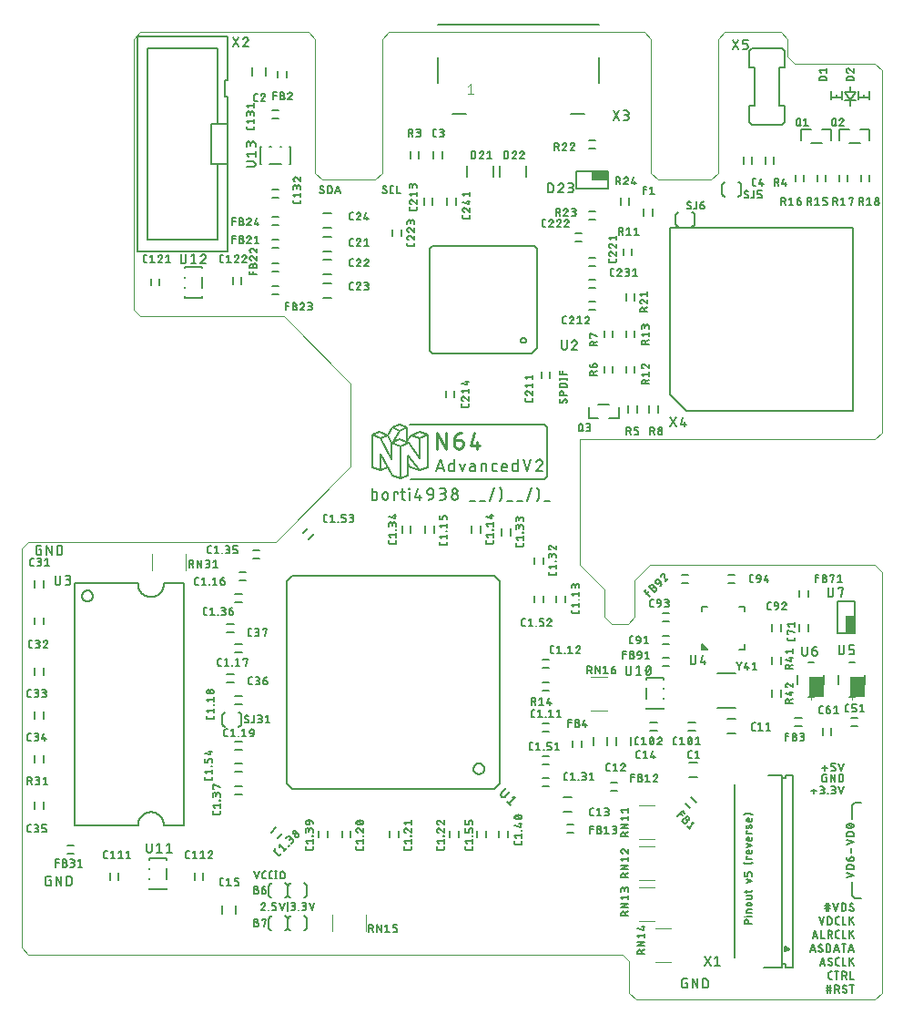
<source format=gto>
G04 EAGLE Gerber RS-274X export*
G75*
%MOMM*%
%FSLAX34Y34*%
%LPD*%
%INseide top*%
%IPPOS*%
%AMOC8*
5,1,8,0,0,1.08239X$1,22.5*%
G01*
%ADD10C,0.000000*%
%ADD11R,1.333500X1.841500*%
%ADD12C,0.127000*%
%ADD13C,0.152400*%
%ADD14C,0.203200*%
%ADD15C,0.279400*%
%ADD16C,0.200000*%
%ADD17C,0.101600*%
%ADD18C,0.076200*%
%ADD19R,0.200000X0.200000*%

G36*
X544850Y761242D02*
X544850Y761242D01*
X544869Y761240D01*
X544971Y761262D01*
X545073Y761279D01*
X545090Y761288D01*
X545110Y761292D01*
X545199Y761345D01*
X545290Y761394D01*
X545304Y761408D01*
X545321Y761418D01*
X545388Y761497D01*
X545460Y761572D01*
X545468Y761590D01*
X545481Y761605D01*
X545520Y761701D01*
X545563Y761795D01*
X545565Y761815D01*
X545573Y761833D01*
X545591Y762000D01*
X545591Y769620D01*
X545589Y769637D01*
X545590Y769652D01*
X545590Y769655D01*
X545590Y769659D01*
X545568Y769761D01*
X545552Y769863D01*
X545542Y769880D01*
X545538Y769900D01*
X545485Y769989D01*
X545436Y770080D01*
X545422Y770094D01*
X545412Y770111D01*
X545333Y770178D01*
X545258Y770250D01*
X545240Y770258D01*
X545225Y770271D01*
X545129Y770310D01*
X545035Y770353D01*
X545015Y770355D01*
X544997Y770363D01*
X544830Y770381D01*
X530860Y770381D01*
X530840Y770378D01*
X530821Y770380D01*
X530719Y770358D01*
X530617Y770342D01*
X530600Y770332D01*
X530580Y770328D01*
X530491Y770275D01*
X530400Y770226D01*
X530386Y770212D01*
X530369Y770202D01*
X530302Y770123D01*
X530231Y770048D01*
X530222Y770030D01*
X530209Y770015D01*
X530170Y769919D01*
X530127Y769825D01*
X530125Y769805D01*
X530117Y769787D01*
X530099Y769620D01*
X530099Y762000D01*
X530102Y761980D01*
X530100Y761961D01*
X530122Y761859D01*
X530139Y761757D01*
X530148Y761740D01*
X530152Y761720D01*
X530205Y761631D01*
X530254Y761540D01*
X530268Y761526D01*
X530278Y761509D01*
X530357Y761442D01*
X530432Y761371D01*
X530450Y761362D01*
X530465Y761349D01*
X530561Y761310D01*
X530655Y761267D01*
X530675Y761265D01*
X530693Y761257D01*
X530860Y761239D01*
X544830Y761239D01*
X544850Y761242D01*
G37*
G36*
X774720Y340872D02*
X774720Y340872D01*
X774739Y340870D01*
X774841Y340892D01*
X774943Y340909D01*
X774960Y340918D01*
X774980Y340922D01*
X775069Y340975D01*
X775160Y341024D01*
X775174Y341038D01*
X775191Y341048D01*
X775258Y341127D01*
X775330Y341202D01*
X775338Y341220D01*
X775351Y341235D01*
X775390Y341331D01*
X775433Y341425D01*
X775435Y341445D01*
X775443Y341463D01*
X775461Y341630D01*
X775461Y355600D01*
X775458Y355620D01*
X775460Y355639D01*
X775438Y355741D01*
X775422Y355843D01*
X775412Y355860D01*
X775408Y355880D01*
X775355Y355969D01*
X775306Y356060D01*
X775292Y356074D01*
X775282Y356091D01*
X775203Y356158D01*
X775128Y356230D01*
X775110Y356238D01*
X775095Y356251D01*
X774999Y356290D01*
X774905Y356333D01*
X774885Y356335D01*
X774867Y356343D01*
X774700Y356361D01*
X767080Y356361D01*
X767060Y356358D01*
X767041Y356360D01*
X766939Y356338D01*
X766837Y356322D01*
X766820Y356312D01*
X766800Y356308D01*
X766711Y356255D01*
X766620Y356206D01*
X766606Y356192D01*
X766589Y356182D01*
X766522Y356103D01*
X766451Y356028D01*
X766442Y356010D01*
X766429Y355995D01*
X766390Y355899D01*
X766347Y355805D01*
X766345Y355785D01*
X766337Y355767D01*
X766319Y355600D01*
X766319Y341630D01*
X766322Y341610D01*
X766320Y341591D01*
X766342Y341489D01*
X766359Y341387D01*
X766368Y341370D01*
X766372Y341350D01*
X766425Y341261D01*
X766474Y341170D01*
X766488Y341156D01*
X766498Y341139D01*
X766577Y341072D01*
X766652Y341001D01*
X766670Y340992D01*
X766685Y340979D01*
X766781Y340940D01*
X766875Y340897D01*
X766895Y340895D01*
X766913Y340887D01*
X767080Y340869D01*
X774700Y340869D01*
X774720Y340872D01*
G37*
G36*
X710465Y43874D02*
X710465Y43874D01*
X710473Y43874D01*
X710524Y43889D01*
X710731Y43943D01*
X710764Y43963D01*
X710794Y43972D01*
X714794Y45972D01*
X714876Y46029D01*
X714963Y46078D01*
X714993Y46109D01*
X715028Y46133D01*
X715091Y46211D01*
X715161Y46282D01*
X715181Y46320D01*
X715208Y46353D01*
X715247Y46445D01*
X715294Y46533D01*
X715303Y46575D01*
X715320Y46615D01*
X715332Y46714D01*
X715353Y46811D01*
X715350Y46854D01*
X715355Y46897D01*
X715340Y46995D01*
X715332Y47095D01*
X715317Y47135D01*
X715311Y47178D01*
X715268Y47268D01*
X715234Y47361D01*
X715208Y47396D01*
X715190Y47435D01*
X715124Y47510D01*
X715065Y47590D01*
X715034Y47613D01*
X715003Y47649D01*
X714870Y47734D01*
X714863Y47741D01*
X714849Y47748D01*
X714794Y47788D01*
X710794Y49788D01*
X710786Y49791D01*
X710779Y49796D01*
X710651Y49836D01*
X710524Y49878D01*
X710516Y49879D01*
X710508Y49881D01*
X710373Y49885D01*
X710240Y49890D01*
X710232Y49888D01*
X710224Y49889D01*
X710094Y49855D01*
X709964Y49823D01*
X709957Y49819D01*
X709949Y49817D01*
X709834Y49749D01*
X709717Y49682D01*
X709712Y49676D01*
X709704Y49672D01*
X709612Y49574D01*
X709520Y49478D01*
X709516Y49470D01*
X709510Y49464D01*
X709449Y49345D01*
X709386Y49227D01*
X709384Y49219D01*
X709380Y49211D01*
X709372Y49159D01*
X709327Y48949D01*
X709330Y48911D01*
X709325Y48880D01*
X709325Y44880D01*
X709326Y44872D01*
X709325Y44863D01*
X709346Y44731D01*
X709365Y44599D01*
X709368Y44591D01*
X709369Y44582D01*
X709426Y44461D01*
X709481Y44339D01*
X709486Y44333D01*
X709490Y44325D01*
X709578Y44224D01*
X709665Y44122D01*
X709672Y44117D01*
X709677Y44111D01*
X709790Y44039D01*
X709901Y43965D01*
X709909Y43962D01*
X709916Y43957D01*
X710045Y43919D01*
X710172Y43879D01*
X710181Y43879D01*
X710189Y43876D01*
X710323Y43875D01*
X710456Y43871D01*
X710465Y43874D01*
G37*
D10*
X558800Y41910D02*
X6350Y41910D01*
X0Y48260D01*
X0Y419100D01*
X236220Y425450D02*
X306070Y495300D01*
X306070Y572770D01*
X335280Y892810D02*
X341630Y899160D01*
X579120Y899160D01*
X800100Y527050D02*
X793750Y520700D01*
X519430Y520700D01*
X519430Y403860D01*
X542290Y381000D01*
X542290Y355600D01*
X548640Y349250D01*
X563880Y349250D01*
X570230Y355600D01*
X570230Y389890D01*
X584200Y403860D01*
X800100Y397510D02*
X800100Y6350D01*
X793750Y0D01*
X571500Y0D01*
X565150Y6350D01*
X565150Y35560D01*
X558800Y41910D01*
X584200Y403860D02*
X793750Y403860D01*
X800100Y397510D01*
X236220Y425450D02*
X6350Y425450D01*
X0Y419100D01*
X328930Y762000D02*
X335280Y768350D01*
X585470Y768350D02*
X591820Y762000D01*
X328930Y762000D02*
X279400Y762000D01*
X335280Y768350D02*
X335280Y892810D01*
X641350Y762000D02*
X647700Y768350D01*
X647700Y892810D01*
X641350Y762000D02*
X591820Y762000D01*
X585470Y892810D02*
X579120Y899160D01*
X585470Y892810D02*
X585470Y768350D01*
D11*
X777558Y290513D03*
D12*
X739267Y193802D02*
X734695Y193802D01*
X736981Y191516D02*
X736981Y196088D01*
X742879Y191135D02*
X744784Y191135D01*
X744869Y191137D01*
X744955Y191143D01*
X745040Y191152D01*
X745124Y191166D01*
X745208Y191183D01*
X745291Y191204D01*
X745373Y191228D01*
X745453Y191256D01*
X745533Y191288D01*
X745611Y191324D01*
X745687Y191362D01*
X745761Y191405D01*
X745833Y191450D01*
X745904Y191499D01*
X745972Y191551D01*
X746037Y191605D01*
X746100Y191663D01*
X746161Y191724D01*
X746219Y191787D01*
X746273Y191852D01*
X746325Y191920D01*
X746374Y191991D01*
X746419Y192063D01*
X746462Y192137D01*
X746500Y192213D01*
X746536Y192291D01*
X746568Y192371D01*
X746596Y192451D01*
X746620Y192533D01*
X746641Y192616D01*
X746658Y192700D01*
X746672Y192784D01*
X746681Y192869D01*
X746687Y192955D01*
X746689Y193040D01*
X746687Y193125D01*
X746681Y193211D01*
X746672Y193296D01*
X746658Y193380D01*
X746641Y193464D01*
X746620Y193547D01*
X746596Y193629D01*
X746568Y193709D01*
X746536Y193789D01*
X746500Y193867D01*
X746462Y193943D01*
X746419Y194017D01*
X746374Y194089D01*
X746325Y194160D01*
X746273Y194228D01*
X746219Y194293D01*
X746161Y194356D01*
X746100Y194417D01*
X746037Y194475D01*
X745972Y194529D01*
X745904Y194581D01*
X745833Y194630D01*
X745761Y194675D01*
X745687Y194718D01*
X745611Y194756D01*
X745533Y194792D01*
X745453Y194824D01*
X745373Y194852D01*
X745291Y194876D01*
X745208Y194897D01*
X745124Y194914D01*
X745040Y194928D01*
X744955Y194937D01*
X744869Y194943D01*
X744784Y194945D01*
X745165Y197993D02*
X742879Y197993D01*
X745165Y197993D02*
X745242Y197991D01*
X745319Y197985D01*
X745396Y197975D01*
X745472Y197962D01*
X745547Y197944D01*
X745621Y197923D01*
X745694Y197898D01*
X745766Y197869D01*
X745836Y197837D01*
X745905Y197802D01*
X745971Y197762D01*
X746036Y197720D01*
X746098Y197674D01*
X746158Y197625D01*
X746215Y197574D01*
X746270Y197519D01*
X746321Y197462D01*
X746370Y197402D01*
X746416Y197340D01*
X746458Y197275D01*
X746498Y197209D01*
X746533Y197140D01*
X746565Y197070D01*
X746594Y196998D01*
X746619Y196925D01*
X746640Y196851D01*
X746658Y196776D01*
X746671Y196700D01*
X746681Y196623D01*
X746687Y196546D01*
X746689Y196469D01*
X746687Y196392D01*
X746681Y196315D01*
X746671Y196238D01*
X746658Y196162D01*
X746640Y196087D01*
X746619Y196013D01*
X746594Y195940D01*
X746565Y195868D01*
X746533Y195798D01*
X746498Y195729D01*
X746458Y195663D01*
X746416Y195598D01*
X746370Y195536D01*
X746321Y195476D01*
X746270Y195419D01*
X746215Y195364D01*
X746158Y195313D01*
X746098Y195264D01*
X746036Y195218D01*
X745971Y195176D01*
X745905Y195136D01*
X745836Y195101D01*
X745766Y195069D01*
X745694Y195040D01*
X745621Y195015D01*
X745547Y194994D01*
X745472Y194976D01*
X745396Y194963D01*
X745319Y194953D01*
X745242Y194947D01*
X745165Y194945D01*
X743641Y194945D01*
X749714Y191516D02*
X749714Y191135D01*
X749714Y191516D02*
X750095Y191516D01*
X750095Y191135D01*
X749714Y191135D01*
X753120Y191135D02*
X755025Y191135D01*
X755110Y191137D01*
X755196Y191143D01*
X755281Y191152D01*
X755365Y191166D01*
X755449Y191183D01*
X755532Y191204D01*
X755614Y191228D01*
X755694Y191256D01*
X755774Y191288D01*
X755852Y191324D01*
X755928Y191362D01*
X756002Y191405D01*
X756074Y191450D01*
X756145Y191499D01*
X756213Y191551D01*
X756278Y191605D01*
X756341Y191663D01*
X756402Y191724D01*
X756460Y191787D01*
X756514Y191852D01*
X756566Y191920D01*
X756615Y191991D01*
X756660Y192063D01*
X756703Y192137D01*
X756741Y192213D01*
X756777Y192291D01*
X756809Y192371D01*
X756837Y192451D01*
X756861Y192533D01*
X756882Y192616D01*
X756899Y192700D01*
X756913Y192784D01*
X756922Y192869D01*
X756928Y192955D01*
X756930Y193040D01*
X756928Y193125D01*
X756922Y193211D01*
X756913Y193296D01*
X756899Y193380D01*
X756882Y193464D01*
X756861Y193547D01*
X756837Y193629D01*
X756809Y193709D01*
X756777Y193789D01*
X756741Y193867D01*
X756703Y193943D01*
X756660Y194017D01*
X756615Y194089D01*
X756566Y194160D01*
X756514Y194228D01*
X756460Y194293D01*
X756402Y194356D01*
X756341Y194417D01*
X756278Y194475D01*
X756213Y194529D01*
X756145Y194581D01*
X756074Y194630D01*
X756002Y194675D01*
X755928Y194718D01*
X755852Y194756D01*
X755774Y194792D01*
X755694Y194824D01*
X755614Y194852D01*
X755532Y194876D01*
X755449Y194897D01*
X755365Y194914D01*
X755281Y194928D01*
X755196Y194937D01*
X755110Y194943D01*
X755025Y194945D01*
X755406Y197993D02*
X753120Y197993D01*
X755406Y197993D02*
X755483Y197991D01*
X755560Y197985D01*
X755637Y197975D01*
X755713Y197962D01*
X755788Y197944D01*
X755862Y197923D01*
X755935Y197898D01*
X756007Y197869D01*
X756077Y197837D01*
X756146Y197802D01*
X756212Y197762D01*
X756277Y197720D01*
X756339Y197674D01*
X756399Y197625D01*
X756456Y197574D01*
X756511Y197519D01*
X756562Y197462D01*
X756611Y197402D01*
X756657Y197340D01*
X756699Y197275D01*
X756739Y197209D01*
X756774Y197140D01*
X756806Y197070D01*
X756835Y196998D01*
X756860Y196925D01*
X756881Y196851D01*
X756899Y196776D01*
X756912Y196700D01*
X756922Y196623D01*
X756928Y196546D01*
X756930Y196469D01*
X756928Y196392D01*
X756922Y196315D01*
X756912Y196238D01*
X756899Y196162D01*
X756881Y196087D01*
X756860Y196013D01*
X756835Y195940D01*
X756806Y195868D01*
X756774Y195798D01*
X756739Y195729D01*
X756699Y195663D01*
X756657Y195598D01*
X756611Y195536D01*
X756562Y195476D01*
X756511Y195419D01*
X756456Y195364D01*
X756399Y195313D01*
X756339Y195264D01*
X756277Y195218D01*
X756212Y195176D01*
X756146Y195136D01*
X756077Y195101D01*
X756007Y195069D01*
X755935Y195040D01*
X755862Y195015D01*
X755788Y194994D01*
X755713Y194976D01*
X755637Y194963D01*
X755560Y194953D01*
X755483Y194947D01*
X755406Y194945D01*
X753882Y194945D01*
X760054Y197993D02*
X762340Y191135D01*
X764626Y197993D01*
D13*
X27150Y110970D02*
X25710Y110970D01*
X27150Y110970D02*
X27150Y106172D01*
X24271Y106172D01*
X24185Y106174D01*
X24099Y106180D01*
X24013Y106189D01*
X23928Y106203D01*
X23844Y106220D01*
X23760Y106241D01*
X23678Y106266D01*
X23597Y106294D01*
X23517Y106326D01*
X23438Y106362D01*
X23362Y106401D01*
X23287Y106444D01*
X23214Y106489D01*
X23143Y106538D01*
X23075Y106591D01*
X23008Y106646D01*
X22945Y106704D01*
X22884Y106765D01*
X22826Y106828D01*
X22771Y106895D01*
X22718Y106963D01*
X22669Y107034D01*
X22624Y107107D01*
X22581Y107182D01*
X22542Y107258D01*
X22506Y107337D01*
X22474Y107417D01*
X22446Y107498D01*
X22421Y107580D01*
X22400Y107664D01*
X22383Y107748D01*
X22369Y107833D01*
X22360Y107919D01*
X22354Y108005D01*
X22352Y108091D01*
X22352Y112889D01*
X22354Y112975D01*
X22360Y113061D01*
X22369Y113147D01*
X22383Y113232D01*
X22400Y113316D01*
X22421Y113400D01*
X22446Y113482D01*
X22474Y113563D01*
X22506Y113643D01*
X22542Y113722D01*
X22581Y113798D01*
X22624Y113873D01*
X22669Y113946D01*
X22718Y114017D01*
X22771Y114085D01*
X22826Y114152D01*
X22884Y114215D01*
X22945Y114276D01*
X23008Y114334D01*
X23075Y114389D01*
X23143Y114441D01*
X23214Y114491D01*
X23287Y114536D01*
X23362Y114579D01*
X23438Y114618D01*
X23517Y114654D01*
X23597Y114686D01*
X23678Y114714D01*
X23760Y114739D01*
X23844Y114760D01*
X23928Y114777D01*
X24013Y114791D01*
X24099Y114800D01*
X24185Y114806D01*
X24271Y114808D01*
X27150Y114808D01*
X32106Y114808D02*
X32106Y106172D01*
X36903Y106172D02*
X32106Y114808D01*
X36903Y114808D02*
X36903Y106172D01*
X41859Y106172D02*
X41859Y114808D01*
X44258Y114808D01*
X44355Y114806D01*
X44451Y114800D01*
X44547Y114791D01*
X44643Y114777D01*
X44738Y114760D01*
X44832Y114738D01*
X44925Y114713D01*
X45018Y114685D01*
X45109Y114652D01*
X45198Y114616D01*
X45286Y114576D01*
X45373Y114533D01*
X45458Y114487D01*
X45540Y114437D01*
X45621Y114383D01*
X45699Y114327D01*
X45775Y114267D01*
X45849Y114205D01*
X45920Y114139D01*
X45988Y114071D01*
X46054Y114000D01*
X46116Y113926D01*
X46176Y113850D01*
X46232Y113772D01*
X46286Y113691D01*
X46336Y113609D01*
X46382Y113524D01*
X46425Y113437D01*
X46465Y113349D01*
X46501Y113260D01*
X46534Y113169D01*
X46562Y113076D01*
X46587Y112983D01*
X46609Y112889D01*
X46626Y112794D01*
X46640Y112698D01*
X46649Y112602D01*
X46655Y112506D01*
X46657Y112409D01*
X46657Y108571D01*
X46655Y108474D01*
X46649Y108378D01*
X46640Y108282D01*
X46626Y108186D01*
X46609Y108091D01*
X46587Y107997D01*
X46562Y107904D01*
X46534Y107811D01*
X46501Y107720D01*
X46465Y107631D01*
X46425Y107543D01*
X46382Y107456D01*
X46336Y107371D01*
X46286Y107289D01*
X46232Y107208D01*
X46176Y107130D01*
X46116Y107054D01*
X46054Y106980D01*
X45988Y106909D01*
X45920Y106841D01*
X45849Y106775D01*
X45775Y106713D01*
X45699Y106653D01*
X45621Y106597D01*
X45540Y106543D01*
X45457Y106493D01*
X45373Y106447D01*
X45286Y106404D01*
X45198Y106364D01*
X45109Y106328D01*
X45018Y106295D01*
X44925Y106267D01*
X44832Y106242D01*
X44738Y106220D01*
X44643Y106203D01*
X44547Y106189D01*
X44451Y106180D01*
X44355Y106174D01*
X44258Y106172D01*
X41859Y106172D01*
X18260Y418310D02*
X16820Y418310D01*
X18260Y418310D02*
X18260Y413512D01*
X15381Y413512D01*
X15295Y413514D01*
X15209Y413520D01*
X15123Y413529D01*
X15038Y413543D01*
X14954Y413560D01*
X14870Y413581D01*
X14788Y413606D01*
X14707Y413634D01*
X14627Y413666D01*
X14548Y413702D01*
X14472Y413741D01*
X14397Y413784D01*
X14324Y413829D01*
X14253Y413878D01*
X14185Y413931D01*
X14118Y413986D01*
X14055Y414044D01*
X13994Y414105D01*
X13936Y414168D01*
X13881Y414235D01*
X13828Y414303D01*
X13779Y414374D01*
X13734Y414447D01*
X13691Y414522D01*
X13652Y414598D01*
X13616Y414677D01*
X13584Y414757D01*
X13556Y414838D01*
X13531Y414920D01*
X13510Y415004D01*
X13493Y415088D01*
X13479Y415173D01*
X13470Y415259D01*
X13464Y415345D01*
X13462Y415431D01*
X13462Y420229D01*
X13464Y420315D01*
X13470Y420401D01*
X13479Y420487D01*
X13493Y420572D01*
X13510Y420656D01*
X13531Y420740D01*
X13556Y420822D01*
X13584Y420903D01*
X13616Y420983D01*
X13652Y421062D01*
X13691Y421138D01*
X13734Y421213D01*
X13779Y421286D01*
X13828Y421357D01*
X13881Y421425D01*
X13936Y421492D01*
X13994Y421555D01*
X14055Y421616D01*
X14118Y421674D01*
X14185Y421729D01*
X14253Y421781D01*
X14324Y421831D01*
X14397Y421876D01*
X14472Y421919D01*
X14548Y421958D01*
X14627Y421994D01*
X14707Y422026D01*
X14788Y422054D01*
X14870Y422079D01*
X14954Y422100D01*
X15038Y422117D01*
X15123Y422131D01*
X15209Y422140D01*
X15295Y422146D01*
X15381Y422148D01*
X18260Y422148D01*
X23216Y422148D02*
X23216Y413512D01*
X28013Y413512D02*
X23216Y422148D01*
X28013Y422148D02*
X28013Y413512D01*
X32969Y413512D02*
X32969Y422148D01*
X35368Y422148D01*
X35465Y422146D01*
X35561Y422140D01*
X35657Y422131D01*
X35753Y422117D01*
X35848Y422100D01*
X35942Y422078D01*
X36035Y422053D01*
X36128Y422025D01*
X36219Y421992D01*
X36308Y421956D01*
X36396Y421916D01*
X36483Y421873D01*
X36568Y421827D01*
X36650Y421777D01*
X36731Y421723D01*
X36809Y421667D01*
X36885Y421607D01*
X36959Y421545D01*
X37030Y421479D01*
X37098Y421411D01*
X37164Y421340D01*
X37226Y421266D01*
X37286Y421190D01*
X37342Y421112D01*
X37396Y421031D01*
X37446Y420949D01*
X37492Y420864D01*
X37535Y420777D01*
X37575Y420689D01*
X37611Y420600D01*
X37644Y420509D01*
X37672Y420416D01*
X37697Y420323D01*
X37719Y420229D01*
X37736Y420134D01*
X37750Y420038D01*
X37759Y419942D01*
X37765Y419846D01*
X37767Y419749D01*
X37767Y415911D01*
X37765Y415814D01*
X37759Y415718D01*
X37750Y415622D01*
X37736Y415526D01*
X37719Y415431D01*
X37697Y415337D01*
X37672Y415244D01*
X37644Y415151D01*
X37611Y415060D01*
X37575Y414971D01*
X37535Y414883D01*
X37492Y414796D01*
X37446Y414712D01*
X37396Y414629D01*
X37342Y414548D01*
X37286Y414470D01*
X37226Y414394D01*
X37164Y414320D01*
X37098Y414249D01*
X37030Y414181D01*
X36959Y414115D01*
X36885Y414053D01*
X36809Y413993D01*
X36731Y413937D01*
X36650Y413883D01*
X36567Y413833D01*
X36483Y413787D01*
X36396Y413744D01*
X36308Y413704D01*
X36219Y413668D01*
X36128Y413635D01*
X36035Y413607D01*
X35942Y413582D01*
X35848Y413560D01*
X35753Y413543D01*
X35657Y413529D01*
X35561Y413520D01*
X35465Y413514D01*
X35368Y413512D01*
X32969Y413512D01*
X617530Y15720D02*
X618970Y15720D01*
X618970Y10922D01*
X616091Y10922D01*
X616005Y10924D01*
X615919Y10930D01*
X615833Y10939D01*
X615748Y10953D01*
X615664Y10970D01*
X615580Y10991D01*
X615498Y11016D01*
X615417Y11044D01*
X615337Y11076D01*
X615258Y11112D01*
X615182Y11151D01*
X615107Y11194D01*
X615034Y11239D01*
X614963Y11288D01*
X614895Y11341D01*
X614828Y11396D01*
X614765Y11454D01*
X614704Y11515D01*
X614646Y11578D01*
X614591Y11645D01*
X614538Y11713D01*
X614489Y11784D01*
X614444Y11857D01*
X614401Y11932D01*
X614362Y12008D01*
X614326Y12087D01*
X614294Y12167D01*
X614266Y12248D01*
X614241Y12330D01*
X614220Y12414D01*
X614203Y12498D01*
X614189Y12583D01*
X614180Y12669D01*
X614174Y12755D01*
X614172Y12841D01*
X614172Y17639D01*
X614174Y17725D01*
X614180Y17811D01*
X614189Y17897D01*
X614203Y17982D01*
X614220Y18066D01*
X614241Y18150D01*
X614266Y18232D01*
X614294Y18313D01*
X614326Y18393D01*
X614362Y18472D01*
X614401Y18548D01*
X614444Y18623D01*
X614489Y18696D01*
X614538Y18767D01*
X614591Y18835D01*
X614646Y18902D01*
X614704Y18965D01*
X614765Y19026D01*
X614828Y19084D01*
X614895Y19139D01*
X614963Y19191D01*
X615034Y19241D01*
X615107Y19286D01*
X615182Y19329D01*
X615258Y19368D01*
X615337Y19404D01*
X615417Y19436D01*
X615498Y19464D01*
X615580Y19489D01*
X615664Y19510D01*
X615748Y19527D01*
X615833Y19541D01*
X615919Y19550D01*
X616005Y19556D01*
X616091Y19558D01*
X618970Y19558D01*
X623926Y19558D02*
X623926Y10922D01*
X628723Y10922D02*
X623926Y19558D01*
X628723Y19558D02*
X628723Y10922D01*
X633679Y10922D02*
X633679Y19558D01*
X636078Y19558D01*
X636175Y19556D01*
X636271Y19550D01*
X636367Y19541D01*
X636463Y19527D01*
X636558Y19510D01*
X636652Y19488D01*
X636745Y19463D01*
X636838Y19435D01*
X636929Y19402D01*
X637018Y19366D01*
X637106Y19326D01*
X637193Y19283D01*
X637278Y19237D01*
X637360Y19187D01*
X637441Y19133D01*
X637519Y19077D01*
X637595Y19017D01*
X637669Y18955D01*
X637740Y18889D01*
X637808Y18821D01*
X637874Y18750D01*
X637936Y18676D01*
X637996Y18600D01*
X638052Y18522D01*
X638106Y18441D01*
X638156Y18359D01*
X638202Y18274D01*
X638245Y18187D01*
X638285Y18099D01*
X638321Y18010D01*
X638354Y17919D01*
X638382Y17826D01*
X638407Y17733D01*
X638429Y17639D01*
X638446Y17544D01*
X638460Y17448D01*
X638469Y17352D01*
X638475Y17256D01*
X638477Y17159D01*
X638477Y13321D01*
X638475Y13224D01*
X638469Y13128D01*
X638460Y13032D01*
X638446Y12936D01*
X638429Y12841D01*
X638407Y12747D01*
X638382Y12654D01*
X638354Y12561D01*
X638321Y12470D01*
X638285Y12381D01*
X638245Y12293D01*
X638202Y12206D01*
X638156Y12121D01*
X638106Y12039D01*
X638052Y11958D01*
X637996Y11880D01*
X637936Y11804D01*
X637874Y11730D01*
X637808Y11659D01*
X637740Y11591D01*
X637669Y11525D01*
X637595Y11463D01*
X637519Y11403D01*
X637441Y11347D01*
X637360Y11293D01*
X637278Y11243D01*
X637193Y11197D01*
X637106Y11154D01*
X637018Y11114D01*
X636929Y11078D01*
X636838Y11045D01*
X636745Y11017D01*
X636652Y10992D01*
X636558Y10970D01*
X636463Y10953D01*
X636367Y10939D01*
X636271Y10930D01*
X636175Y10924D01*
X636078Y10922D01*
X633679Y10922D01*
D12*
X744855Y215392D02*
X749427Y215392D01*
X747141Y213106D02*
X747141Y217678D01*
X753039Y212725D02*
X755325Y212725D01*
X755402Y212727D01*
X755479Y212733D01*
X755556Y212743D01*
X755632Y212756D01*
X755707Y212774D01*
X755781Y212795D01*
X755854Y212820D01*
X755926Y212849D01*
X755996Y212881D01*
X756065Y212916D01*
X756131Y212956D01*
X756196Y212998D01*
X756258Y213044D01*
X756318Y213093D01*
X756375Y213144D01*
X756430Y213199D01*
X756481Y213256D01*
X756530Y213316D01*
X756576Y213378D01*
X756618Y213443D01*
X756658Y213509D01*
X756693Y213578D01*
X756725Y213648D01*
X756754Y213720D01*
X756779Y213793D01*
X756800Y213867D01*
X756818Y213942D01*
X756831Y214018D01*
X756841Y214095D01*
X756847Y214172D01*
X756849Y214249D01*
X756849Y215011D01*
X756847Y215088D01*
X756841Y215165D01*
X756831Y215242D01*
X756818Y215318D01*
X756800Y215393D01*
X756779Y215467D01*
X756754Y215540D01*
X756725Y215612D01*
X756693Y215682D01*
X756658Y215751D01*
X756618Y215817D01*
X756576Y215882D01*
X756530Y215944D01*
X756481Y216004D01*
X756430Y216061D01*
X756375Y216116D01*
X756318Y216167D01*
X756258Y216216D01*
X756196Y216262D01*
X756131Y216304D01*
X756065Y216344D01*
X755996Y216379D01*
X755926Y216411D01*
X755854Y216440D01*
X755781Y216465D01*
X755707Y216486D01*
X755632Y216504D01*
X755556Y216517D01*
X755479Y216527D01*
X755402Y216533D01*
X755325Y216535D01*
X753039Y216535D01*
X753039Y219583D01*
X756849Y219583D01*
X759973Y219583D02*
X762259Y212725D01*
X764545Y219583D01*
X774065Y115700D02*
X767207Y113414D01*
X767207Y117986D02*
X774065Y115700D01*
X774065Y121354D02*
X767207Y121354D01*
X767207Y123259D01*
X767209Y123344D01*
X767215Y123430D01*
X767224Y123515D01*
X767238Y123599D01*
X767255Y123683D01*
X767276Y123766D01*
X767300Y123848D01*
X767328Y123928D01*
X767360Y124008D01*
X767396Y124086D01*
X767434Y124162D01*
X767477Y124236D01*
X767522Y124308D01*
X767571Y124379D01*
X767623Y124447D01*
X767677Y124512D01*
X767735Y124575D01*
X767796Y124636D01*
X767859Y124694D01*
X767924Y124748D01*
X767992Y124800D01*
X768063Y124849D01*
X768135Y124894D01*
X768209Y124937D01*
X768285Y124975D01*
X768363Y125011D01*
X768443Y125043D01*
X768523Y125071D01*
X768605Y125095D01*
X768688Y125116D01*
X768772Y125133D01*
X768856Y125147D01*
X768941Y125156D01*
X769027Y125162D01*
X769112Y125164D01*
X772160Y125164D01*
X772245Y125162D01*
X772331Y125156D01*
X772416Y125147D01*
X772500Y125133D01*
X772584Y125116D01*
X772667Y125095D01*
X772749Y125071D01*
X772829Y125043D01*
X772909Y125011D01*
X772987Y124975D01*
X773063Y124937D01*
X773137Y124894D01*
X773209Y124849D01*
X773280Y124800D01*
X773348Y124748D01*
X773413Y124694D01*
X773476Y124636D01*
X773537Y124575D01*
X773595Y124512D01*
X773649Y124447D01*
X773701Y124379D01*
X773750Y124308D01*
X773795Y124236D01*
X773838Y124162D01*
X773876Y124086D01*
X773912Y124008D01*
X773944Y123928D01*
X773972Y123848D01*
X773996Y123766D01*
X774017Y123683D01*
X774034Y123599D01*
X774048Y123515D01*
X774057Y123430D01*
X774063Y123344D01*
X774065Y123259D01*
X774065Y121354D01*
X770255Y128913D02*
X770255Y131199D01*
X770257Y131276D01*
X770263Y131353D01*
X770273Y131430D01*
X770286Y131506D01*
X770304Y131581D01*
X770325Y131655D01*
X770350Y131728D01*
X770379Y131800D01*
X770411Y131870D01*
X770446Y131939D01*
X770486Y132005D01*
X770528Y132070D01*
X770574Y132132D01*
X770623Y132192D01*
X770674Y132249D01*
X770729Y132304D01*
X770786Y132355D01*
X770846Y132404D01*
X770908Y132450D01*
X770973Y132492D01*
X771039Y132532D01*
X771108Y132567D01*
X771178Y132599D01*
X771250Y132628D01*
X771323Y132653D01*
X771397Y132674D01*
X771472Y132692D01*
X771548Y132705D01*
X771625Y132715D01*
X771702Y132721D01*
X771779Y132723D01*
X772160Y132723D01*
X772245Y132721D01*
X772331Y132715D01*
X772416Y132706D01*
X772500Y132692D01*
X772584Y132675D01*
X772667Y132654D01*
X772749Y132630D01*
X772829Y132602D01*
X772909Y132570D01*
X772987Y132534D01*
X773063Y132496D01*
X773137Y132453D01*
X773209Y132408D01*
X773280Y132359D01*
X773348Y132307D01*
X773413Y132253D01*
X773476Y132195D01*
X773537Y132134D01*
X773595Y132071D01*
X773649Y132006D01*
X773701Y131938D01*
X773750Y131867D01*
X773795Y131795D01*
X773838Y131721D01*
X773876Y131645D01*
X773912Y131567D01*
X773944Y131487D01*
X773972Y131407D01*
X773996Y131325D01*
X774017Y131242D01*
X774034Y131158D01*
X774048Y131074D01*
X774057Y130989D01*
X774063Y130903D01*
X774065Y130818D01*
X774063Y130733D01*
X774057Y130647D01*
X774048Y130562D01*
X774034Y130478D01*
X774017Y130394D01*
X773996Y130311D01*
X773972Y130229D01*
X773944Y130149D01*
X773912Y130069D01*
X773876Y129991D01*
X773838Y129915D01*
X773795Y129841D01*
X773750Y129769D01*
X773701Y129698D01*
X773649Y129630D01*
X773595Y129565D01*
X773537Y129502D01*
X773476Y129441D01*
X773413Y129383D01*
X773348Y129329D01*
X773280Y129277D01*
X773209Y129228D01*
X773137Y129183D01*
X773063Y129140D01*
X772987Y129102D01*
X772909Y129066D01*
X772829Y129034D01*
X772749Y129006D01*
X772667Y128982D01*
X772584Y128961D01*
X772500Y128944D01*
X772416Y128930D01*
X772331Y128921D01*
X772245Y128915D01*
X772160Y128913D01*
X770255Y128913D01*
X770146Y128915D01*
X770038Y128921D01*
X769929Y128930D01*
X769821Y128944D01*
X769714Y128961D01*
X769607Y128983D01*
X769501Y129008D01*
X769396Y129036D01*
X769292Y129069D01*
X769190Y129105D01*
X769089Y129145D01*
X768989Y129188D01*
X768891Y129235D01*
X768794Y129286D01*
X768700Y129340D01*
X768607Y129397D01*
X768517Y129457D01*
X768428Y129521D01*
X768342Y129588D01*
X768259Y129657D01*
X768178Y129730D01*
X768100Y129806D01*
X768024Y129884D01*
X767951Y129965D01*
X767882Y130048D01*
X767815Y130134D01*
X767751Y130223D01*
X767691Y130313D01*
X767634Y130406D01*
X767580Y130500D01*
X767529Y130597D01*
X767482Y130695D01*
X767439Y130795D01*
X767399Y130896D01*
X767363Y130998D01*
X767330Y131102D01*
X767302Y131207D01*
X767277Y131313D01*
X767255Y131420D01*
X767238Y131527D01*
X767224Y131635D01*
X767215Y131744D01*
X767209Y131852D01*
X767207Y131961D01*
X771398Y136335D02*
X771398Y140907D01*
X767207Y144137D02*
X774065Y146423D01*
X767207Y148709D01*
X767207Y152077D02*
X774065Y152077D01*
X767207Y152077D02*
X767207Y153982D01*
X767209Y154067D01*
X767215Y154153D01*
X767224Y154238D01*
X767238Y154322D01*
X767255Y154406D01*
X767276Y154489D01*
X767300Y154571D01*
X767328Y154651D01*
X767360Y154731D01*
X767396Y154809D01*
X767434Y154885D01*
X767477Y154959D01*
X767522Y155031D01*
X767571Y155102D01*
X767623Y155170D01*
X767677Y155235D01*
X767735Y155298D01*
X767796Y155359D01*
X767859Y155417D01*
X767924Y155471D01*
X767992Y155523D01*
X768063Y155572D01*
X768135Y155617D01*
X768209Y155660D01*
X768285Y155698D01*
X768363Y155734D01*
X768443Y155766D01*
X768523Y155794D01*
X768605Y155818D01*
X768688Y155839D01*
X768772Y155856D01*
X768856Y155870D01*
X768941Y155879D01*
X769027Y155885D01*
X769112Y155887D01*
X772160Y155887D01*
X772245Y155885D01*
X772331Y155879D01*
X772416Y155870D01*
X772500Y155856D01*
X772584Y155839D01*
X772667Y155818D01*
X772749Y155794D01*
X772829Y155766D01*
X772909Y155734D01*
X772987Y155698D01*
X773063Y155660D01*
X773137Y155617D01*
X773209Y155572D01*
X773280Y155523D01*
X773348Y155471D01*
X773413Y155417D01*
X773476Y155359D01*
X773537Y155298D01*
X773595Y155235D01*
X773649Y155170D01*
X773701Y155102D01*
X773750Y155031D01*
X773795Y154959D01*
X773838Y154885D01*
X773876Y154809D01*
X773912Y154731D01*
X773944Y154651D01*
X773972Y154571D01*
X773996Y154489D01*
X774017Y154406D01*
X774034Y154322D01*
X774048Y154238D01*
X774057Y154153D01*
X774063Y154067D01*
X774065Y153982D01*
X774065Y152077D01*
X770636Y159636D02*
X770494Y159638D01*
X770351Y159643D01*
X770209Y159652D01*
X770067Y159665D01*
X769926Y159681D01*
X769785Y159700D01*
X769644Y159724D01*
X769504Y159750D01*
X769365Y159781D01*
X769227Y159815D01*
X769089Y159852D01*
X768953Y159892D01*
X768817Y159937D01*
X768683Y159984D01*
X768550Y160035D01*
X768418Y160089D01*
X768288Y160147D01*
X768159Y160208D01*
X768160Y160207D02*
X768091Y160233D01*
X768025Y160262D01*
X767959Y160294D01*
X767896Y160329D01*
X767834Y160368D01*
X767774Y160410D01*
X767717Y160455D01*
X767662Y160503D01*
X767610Y160554D01*
X767560Y160607D01*
X767514Y160663D01*
X767470Y160721D01*
X767429Y160782D01*
X767391Y160844D01*
X767357Y160908D01*
X767326Y160974D01*
X767298Y161042D01*
X767274Y161111D01*
X767254Y161181D01*
X767237Y161252D01*
X767224Y161323D01*
X767215Y161395D01*
X767209Y161468D01*
X767207Y161541D01*
X767209Y161614D01*
X767215Y161687D01*
X767224Y161759D01*
X767237Y161830D01*
X767254Y161901D01*
X767274Y161971D01*
X767298Y162040D01*
X767326Y162108D01*
X767357Y162174D01*
X767391Y162238D01*
X767429Y162300D01*
X767470Y162361D01*
X767514Y162419D01*
X767560Y162475D01*
X767610Y162528D01*
X767662Y162579D01*
X767717Y162627D01*
X767774Y162672D01*
X767834Y162714D01*
X767896Y162753D01*
X767959Y162788D01*
X768025Y162820D01*
X768091Y162849D01*
X768160Y162875D01*
X768159Y162875D02*
X768288Y162936D01*
X768418Y162994D01*
X768550Y163048D01*
X768683Y163099D01*
X768817Y163146D01*
X768953Y163191D01*
X769089Y163231D01*
X769227Y163268D01*
X769365Y163302D01*
X769504Y163333D01*
X769644Y163359D01*
X769785Y163383D01*
X769926Y163402D01*
X770067Y163418D01*
X770209Y163431D01*
X770351Y163440D01*
X770494Y163445D01*
X770636Y163447D01*
X770636Y159636D02*
X770778Y159638D01*
X770921Y159643D01*
X771063Y159652D01*
X771205Y159665D01*
X771346Y159681D01*
X771487Y159700D01*
X771628Y159724D01*
X771768Y159750D01*
X771907Y159781D01*
X772045Y159815D01*
X772183Y159852D01*
X772319Y159892D01*
X772455Y159937D01*
X772589Y159984D01*
X772722Y160035D01*
X772854Y160089D01*
X772984Y160147D01*
X773113Y160208D01*
X773112Y160207D02*
X773181Y160233D01*
X773247Y160262D01*
X773313Y160294D01*
X773376Y160329D01*
X773438Y160368D01*
X773498Y160410D01*
X773555Y160455D01*
X773610Y160503D01*
X773662Y160554D01*
X773712Y160607D01*
X773758Y160663D01*
X773802Y160721D01*
X773843Y160782D01*
X773881Y160844D01*
X773915Y160908D01*
X773946Y160974D01*
X773974Y161042D01*
X773998Y161111D01*
X774018Y161181D01*
X774035Y161252D01*
X774048Y161323D01*
X774057Y161395D01*
X774063Y161468D01*
X774065Y161541D01*
X773113Y162875D02*
X772984Y162936D01*
X772854Y162994D01*
X772722Y163048D01*
X772589Y163099D01*
X772455Y163146D01*
X772319Y163191D01*
X772183Y163231D01*
X772045Y163268D01*
X771907Y163302D01*
X771768Y163333D01*
X771628Y163359D01*
X771487Y163383D01*
X771346Y163402D01*
X771205Y163418D01*
X771063Y163431D01*
X770921Y163440D01*
X770778Y163445D01*
X770636Y163447D01*
X773112Y162875D02*
X773181Y162849D01*
X773247Y162820D01*
X773313Y162788D01*
X773376Y162753D01*
X773438Y162714D01*
X773498Y162672D01*
X773555Y162627D01*
X773610Y162579D01*
X773662Y162528D01*
X773712Y162475D01*
X773758Y162419D01*
X773802Y162361D01*
X773843Y162300D01*
X773881Y162238D01*
X773915Y162174D01*
X773946Y162108D01*
X773974Y162040D01*
X773998Y161971D01*
X774018Y161901D01*
X774035Y161830D01*
X774048Y161759D01*
X774057Y161687D01*
X774063Y161614D01*
X774065Y161541D01*
X772541Y160017D02*
X768731Y163065D01*
D13*
X774700Y182880D02*
X781050Y182880D01*
X774700Y182880D02*
X772160Y180340D01*
X772160Y167640D01*
X772160Y109220D02*
X772160Y96520D01*
X774700Y93980D01*
X781050Y93980D01*
D14*
X385826Y491236D02*
X389382Y501904D01*
X392938Y491236D01*
X392049Y493903D02*
X386715Y493903D01*
X402332Y491236D02*
X402332Y501904D01*
X402332Y491236D02*
X399369Y491236D01*
X399287Y491238D01*
X399205Y491244D01*
X399123Y491253D01*
X399042Y491266D01*
X398962Y491283D01*
X398882Y491304D01*
X398804Y491328D01*
X398727Y491356D01*
X398651Y491387D01*
X398576Y491422D01*
X398504Y491461D01*
X398433Y491502D01*
X398364Y491547D01*
X398298Y491595D01*
X398233Y491646D01*
X398171Y491700D01*
X398112Y491757D01*
X398055Y491816D01*
X398001Y491878D01*
X397950Y491943D01*
X397902Y492009D01*
X397857Y492078D01*
X397816Y492149D01*
X397777Y492221D01*
X397742Y492296D01*
X397711Y492372D01*
X397683Y492449D01*
X397659Y492527D01*
X397638Y492607D01*
X397621Y492687D01*
X397608Y492768D01*
X397599Y492850D01*
X397593Y492932D01*
X397591Y493014D01*
X397591Y496570D01*
X397593Y496652D01*
X397599Y496734D01*
X397608Y496816D01*
X397621Y496897D01*
X397638Y496977D01*
X397659Y497057D01*
X397683Y497135D01*
X397711Y497212D01*
X397742Y497288D01*
X397777Y497363D01*
X397816Y497435D01*
X397857Y497506D01*
X397902Y497575D01*
X397950Y497641D01*
X398001Y497706D01*
X398055Y497768D01*
X398112Y497827D01*
X398171Y497884D01*
X398233Y497938D01*
X398298Y497989D01*
X398364Y498037D01*
X398433Y498082D01*
X398504Y498123D01*
X398576Y498162D01*
X398651Y498197D01*
X398727Y498228D01*
X398804Y498256D01*
X398882Y498280D01*
X398962Y498301D01*
X399042Y498318D01*
X399123Y498331D01*
X399205Y498340D01*
X399287Y498346D01*
X399369Y498348D01*
X402332Y498348D01*
X407585Y498348D02*
X409956Y491236D01*
X412327Y498348D01*
X419096Y495385D02*
X421763Y495385D01*
X419096Y495384D02*
X419007Y495382D01*
X418918Y495376D01*
X418829Y495367D01*
X418741Y495353D01*
X418653Y495336D01*
X418566Y495315D01*
X418481Y495291D01*
X418396Y495262D01*
X418313Y495230D01*
X418231Y495195D01*
X418150Y495156D01*
X418072Y495114D01*
X417995Y495068D01*
X417921Y495019D01*
X417848Y494967D01*
X417778Y494911D01*
X417710Y494853D01*
X417645Y494792D01*
X417583Y494728D01*
X417523Y494662D01*
X417467Y494593D01*
X417413Y494522D01*
X417362Y494448D01*
X417315Y494373D01*
X417271Y494295D01*
X417230Y494216D01*
X417193Y494135D01*
X417159Y494052D01*
X417129Y493968D01*
X417103Y493883D01*
X417080Y493796D01*
X417061Y493709D01*
X417045Y493621D01*
X417034Y493533D01*
X417026Y493444D01*
X417022Y493355D01*
X417022Y493265D01*
X417026Y493176D01*
X417034Y493087D01*
X417045Y492999D01*
X417061Y492911D01*
X417080Y492824D01*
X417103Y492737D01*
X417129Y492652D01*
X417159Y492568D01*
X417193Y492485D01*
X417230Y492404D01*
X417271Y492325D01*
X417315Y492247D01*
X417362Y492172D01*
X417413Y492098D01*
X417467Y492027D01*
X417523Y491958D01*
X417583Y491892D01*
X417645Y491828D01*
X417710Y491767D01*
X417778Y491709D01*
X417848Y491653D01*
X417921Y491601D01*
X417995Y491552D01*
X418072Y491506D01*
X418150Y491464D01*
X418231Y491425D01*
X418313Y491390D01*
X418396Y491358D01*
X418481Y491329D01*
X418566Y491305D01*
X418653Y491284D01*
X418741Y491267D01*
X418829Y491253D01*
X418918Y491244D01*
X419007Y491238D01*
X419096Y491236D01*
X421763Y491236D01*
X421763Y496570D01*
X421761Y496652D01*
X421755Y496734D01*
X421746Y496816D01*
X421733Y496897D01*
X421716Y496977D01*
X421695Y497057D01*
X421671Y497135D01*
X421643Y497212D01*
X421612Y497288D01*
X421577Y497363D01*
X421538Y497435D01*
X421497Y497506D01*
X421452Y497575D01*
X421404Y497641D01*
X421353Y497706D01*
X421299Y497768D01*
X421242Y497827D01*
X421183Y497884D01*
X421121Y497938D01*
X421056Y497989D01*
X420990Y498037D01*
X420921Y498082D01*
X420850Y498123D01*
X420778Y498162D01*
X420703Y498197D01*
X420627Y498228D01*
X420550Y498256D01*
X420472Y498280D01*
X420392Y498301D01*
X420312Y498318D01*
X420231Y498331D01*
X420149Y498340D01*
X420067Y498346D01*
X419985Y498348D01*
X417615Y498348D01*
X427778Y498348D02*
X427778Y491236D01*
X427778Y498348D02*
X430742Y498348D01*
X430824Y498346D01*
X430906Y498340D01*
X430988Y498331D01*
X431069Y498318D01*
X431149Y498301D01*
X431229Y498280D01*
X431307Y498256D01*
X431384Y498228D01*
X431460Y498197D01*
X431535Y498162D01*
X431607Y498123D01*
X431678Y498082D01*
X431747Y498037D01*
X431813Y497989D01*
X431878Y497938D01*
X431940Y497884D01*
X431999Y497827D01*
X432056Y497768D01*
X432110Y497706D01*
X432161Y497641D01*
X432209Y497575D01*
X432254Y497506D01*
X432295Y497435D01*
X432334Y497363D01*
X432369Y497288D01*
X432400Y497212D01*
X432428Y497135D01*
X432452Y497057D01*
X432473Y496977D01*
X432490Y496897D01*
X432503Y496816D01*
X432512Y496734D01*
X432518Y496652D01*
X432520Y496570D01*
X432520Y491236D01*
X439863Y491236D02*
X442234Y491236D01*
X439863Y491236D02*
X439781Y491238D01*
X439699Y491244D01*
X439617Y491253D01*
X439536Y491266D01*
X439456Y491283D01*
X439376Y491304D01*
X439298Y491328D01*
X439221Y491356D01*
X439145Y491387D01*
X439070Y491422D01*
X438998Y491461D01*
X438927Y491502D01*
X438858Y491547D01*
X438792Y491595D01*
X438727Y491646D01*
X438665Y491700D01*
X438606Y491757D01*
X438549Y491816D01*
X438495Y491878D01*
X438444Y491943D01*
X438396Y492009D01*
X438351Y492078D01*
X438310Y492149D01*
X438271Y492221D01*
X438236Y492296D01*
X438205Y492372D01*
X438177Y492449D01*
X438153Y492527D01*
X438132Y492607D01*
X438115Y492687D01*
X438102Y492768D01*
X438093Y492850D01*
X438087Y492932D01*
X438085Y493014D01*
X438085Y496570D01*
X438087Y496652D01*
X438093Y496734D01*
X438102Y496816D01*
X438115Y496897D01*
X438132Y496977D01*
X438153Y497057D01*
X438177Y497135D01*
X438205Y497212D01*
X438236Y497288D01*
X438271Y497363D01*
X438310Y497435D01*
X438351Y497506D01*
X438396Y497575D01*
X438444Y497641D01*
X438495Y497706D01*
X438549Y497768D01*
X438606Y497827D01*
X438665Y497884D01*
X438727Y497938D01*
X438792Y497989D01*
X438858Y498037D01*
X438927Y498082D01*
X438998Y498123D01*
X439070Y498162D01*
X439145Y498197D01*
X439221Y498228D01*
X439298Y498256D01*
X439376Y498280D01*
X439456Y498301D01*
X439536Y498318D01*
X439617Y498331D01*
X439699Y498340D01*
X439781Y498346D01*
X439863Y498348D01*
X442234Y498348D01*
X448606Y491236D02*
X451570Y491236D01*
X448606Y491236D02*
X448524Y491238D01*
X448442Y491244D01*
X448360Y491253D01*
X448279Y491266D01*
X448199Y491283D01*
X448119Y491304D01*
X448041Y491328D01*
X447964Y491356D01*
X447888Y491387D01*
X447813Y491422D01*
X447741Y491461D01*
X447670Y491502D01*
X447601Y491547D01*
X447535Y491595D01*
X447470Y491646D01*
X447408Y491700D01*
X447349Y491757D01*
X447292Y491816D01*
X447238Y491878D01*
X447187Y491943D01*
X447139Y492009D01*
X447094Y492078D01*
X447053Y492149D01*
X447014Y492221D01*
X446979Y492296D01*
X446948Y492372D01*
X446920Y492449D01*
X446896Y492527D01*
X446875Y492607D01*
X446858Y492687D01*
X446845Y492768D01*
X446836Y492850D01*
X446830Y492932D01*
X446828Y493014D01*
X446828Y495977D01*
X446830Y496074D01*
X446836Y496170D01*
X446846Y496266D01*
X446860Y496362D01*
X446877Y496457D01*
X446899Y496552D01*
X446924Y496645D01*
X446953Y496737D01*
X446986Y496828D01*
X447023Y496918D01*
X447063Y497006D01*
X447107Y497092D01*
X447154Y497176D01*
X447204Y497259D01*
X447258Y497339D01*
X447316Y497417D01*
X447376Y497493D01*
X447439Y497566D01*
X447505Y497636D01*
X447575Y497704D01*
X447646Y497769D01*
X447721Y497831D01*
X447798Y497889D01*
X447877Y497945D01*
X447958Y497997D01*
X448042Y498046D01*
X448127Y498092D01*
X448214Y498134D01*
X448303Y498172D01*
X448393Y498207D01*
X448485Y498238D01*
X448578Y498265D01*
X448671Y498289D01*
X448766Y498308D01*
X448862Y498324D01*
X448958Y498336D01*
X449054Y498344D01*
X449151Y498348D01*
X449247Y498348D01*
X449344Y498344D01*
X449440Y498336D01*
X449536Y498324D01*
X449632Y498308D01*
X449727Y498289D01*
X449820Y498265D01*
X449913Y498238D01*
X450005Y498207D01*
X450095Y498172D01*
X450184Y498134D01*
X450271Y498092D01*
X450356Y498046D01*
X450440Y497997D01*
X450521Y497945D01*
X450600Y497889D01*
X450677Y497831D01*
X450752Y497769D01*
X450823Y497704D01*
X450893Y497636D01*
X450959Y497566D01*
X451022Y497493D01*
X451082Y497417D01*
X451140Y497339D01*
X451194Y497259D01*
X451244Y497176D01*
X451291Y497092D01*
X451335Y497006D01*
X451375Y496918D01*
X451412Y496828D01*
X451445Y496737D01*
X451474Y496645D01*
X451499Y496552D01*
X451521Y496457D01*
X451538Y496362D01*
X451552Y496266D01*
X451562Y496170D01*
X451568Y496074D01*
X451570Y495977D01*
X451570Y494792D01*
X446828Y494792D01*
X461387Y491236D02*
X461387Y501904D01*
X461387Y491236D02*
X458424Y491236D01*
X458342Y491238D01*
X458260Y491244D01*
X458178Y491253D01*
X458097Y491266D01*
X458017Y491283D01*
X457937Y491304D01*
X457859Y491328D01*
X457782Y491356D01*
X457706Y491387D01*
X457631Y491422D01*
X457559Y491461D01*
X457488Y491502D01*
X457419Y491547D01*
X457353Y491595D01*
X457288Y491646D01*
X457226Y491700D01*
X457167Y491757D01*
X457110Y491816D01*
X457056Y491878D01*
X457005Y491943D01*
X456957Y492009D01*
X456912Y492078D01*
X456871Y492149D01*
X456832Y492221D01*
X456797Y492296D01*
X456766Y492372D01*
X456738Y492449D01*
X456714Y492527D01*
X456693Y492607D01*
X456676Y492687D01*
X456663Y492768D01*
X456654Y492850D01*
X456648Y492932D01*
X456646Y493014D01*
X456646Y496570D01*
X456648Y496652D01*
X456654Y496734D01*
X456663Y496816D01*
X456676Y496897D01*
X456693Y496977D01*
X456714Y497057D01*
X456738Y497135D01*
X456766Y497212D01*
X456797Y497288D01*
X456832Y497363D01*
X456871Y497435D01*
X456912Y497506D01*
X456957Y497575D01*
X457005Y497641D01*
X457056Y497706D01*
X457110Y497768D01*
X457167Y497827D01*
X457226Y497884D01*
X457288Y497938D01*
X457353Y497989D01*
X457419Y498037D01*
X457488Y498082D01*
X457559Y498123D01*
X457631Y498162D01*
X457706Y498197D01*
X457782Y498228D01*
X457859Y498256D01*
X457937Y498280D01*
X458017Y498301D01*
X458097Y498318D01*
X458178Y498331D01*
X458260Y498340D01*
X458342Y498346D01*
X458424Y498348D01*
X461387Y498348D01*
X466598Y501904D02*
X470154Y491236D01*
X473710Y501904D01*
X481880Y501904D02*
X481982Y501902D01*
X482084Y501896D01*
X482186Y501886D01*
X482287Y501873D01*
X482388Y501855D01*
X482488Y501834D01*
X482587Y501809D01*
X482685Y501780D01*
X482781Y501747D01*
X482877Y501711D01*
X482971Y501671D01*
X483063Y501627D01*
X483154Y501580D01*
X483243Y501529D01*
X483330Y501476D01*
X483414Y501418D01*
X483497Y501358D01*
X483577Y501295D01*
X483654Y501228D01*
X483729Y501159D01*
X483802Y501086D01*
X483871Y501011D01*
X483938Y500934D01*
X484001Y500854D01*
X484061Y500771D01*
X484119Y500687D01*
X484172Y500600D01*
X484223Y500511D01*
X484270Y500420D01*
X484314Y500328D01*
X484354Y500234D01*
X484390Y500138D01*
X484423Y500042D01*
X484452Y499944D01*
X484477Y499845D01*
X484498Y499745D01*
X484516Y499644D01*
X484529Y499543D01*
X484539Y499441D01*
X484545Y499339D01*
X484547Y499237D01*
X481880Y501904D02*
X481764Y501902D01*
X481647Y501896D01*
X481531Y501886D01*
X481416Y501872D01*
X481301Y501855D01*
X481186Y501833D01*
X481073Y501807D01*
X480960Y501778D01*
X480848Y501745D01*
X480738Y501708D01*
X480629Y501667D01*
X480521Y501623D01*
X480415Y501575D01*
X480311Y501523D01*
X480208Y501468D01*
X480107Y501410D01*
X480009Y501348D01*
X479912Y501283D01*
X479818Y501214D01*
X479726Y501142D01*
X479637Y501068D01*
X479550Y500990D01*
X479466Y500909D01*
X479385Y500826D01*
X479307Y500740D01*
X479231Y500651D01*
X479159Y500560D01*
X479090Y500466D01*
X479024Y500370D01*
X478961Y500272D01*
X478902Y500172D01*
X478846Y500070D01*
X478794Y499966D01*
X478745Y499860D01*
X478700Y499753D01*
X478658Y499644D01*
X478621Y499534D01*
X483659Y497162D02*
X483734Y497236D01*
X483806Y497313D01*
X483875Y497393D01*
X483942Y497475D01*
X484005Y497559D01*
X484065Y497646D01*
X484122Y497734D01*
X484176Y497825D01*
X484226Y497918D01*
X484273Y498012D01*
X484316Y498108D01*
X484356Y498206D01*
X484392Y498305D01*
X484425Y498405D01*
X484453Y498507D01*
X484478Y498609D01*
X484500Y498713D01*
X484517Y498817D01*
X484531Y498921D01*
X484540Y499026D01*
X484546Y499132D01*
X484548Y499237D01*
X483658Y497163D02*
X478621Y491236D01*
X484547Y491236D01*
D15*
X386207Y511937D02*
X386207Y526923D01*
X394533Y511937D01*
X394533Y526923D01*
X402359Y520263D02*
X407355Y520263D01*
X407355Y520262D02*
X407469Y520260D01*
X407582Y520254D01*
X407696Y520245D01*
X407808Y520231D01*
X407921Y520214D01*
X408033Y520192D01*
X408143Y520167D01*
X408253Y520139D01*
X408362Y520106D01*
X408470Y520070D01*
X408577Y520030D01*
X408682Y519986D01*
X408785Y519939D01*
X408887Y519889D01*
X408987Y519835D01*
X409085Y519777D01*
X409181Y519716D01*
X409275Y519653D01*
X409367Y519585D01*
X409457Y519515D01*
X409543Y519442D01*
X409628Y519366D01*
X409710Y519287D01*
X409789Y519205D01*
X409865Y519120D01*
X409938Y519034D01*
X410008Y518944D01*
X410076Y518852D01*
X410139Y518758D01*
X410200Y518662D01*
X410258Y518564D01*
X410312Y518464D01*
X410362Y518362D01*
X410409Y518259D01*
X410453Y518154D01*
X410493Y518047D01*
X410529Y517939D01*
X410562Y517830D01*
X410590Y517720D01*
X410615Y517610D01*
X410637Y517498D01*
X410654Y517385D01*
X410668Y517273D01*
X410677Y517159D01*
X410683Y517046D01*
X410685Y516932D01*
X410685Y516100D01*
X410683Y515972D01*
X410677Y515844D01*
X410667Y515716D01*
X410653Y515588D01*
X410636Y515461D01*
X410614Y515335D01*
X410589Y515209D01*
X410559Y515085D01*
X410526Y514961D01*
X410489Y514838D01*
X410448Y514716D01*
X410404Y514596D01*
X410356Y514477D01*
X410304Y514360D01*
X410249Y514244D01*
X410190Y514131D01*
X410127Y514019D01*
X410061Y513908D01*
X409992Y513801D01*
X409920Y513695D01*
X409844Y513591D01*
X409765Y513490D01*
X409683Y513391D01*
X409598Y513295D01*
X409511Y513202D01*
X409420Y513111D01*
X409327Y513024D01*
X409231Y512939D01*
X409132Y512857D01*
X409031Y512778D01*
X408927Y512702D01*
X408821Y512630D01*
X408714Y512561D01*
X408604Y512495D01*
X408491Y512432D01*
X408378Y512373D01*
X408262Y512318D01*
X408145Y512266D01*
X408026Y512218D01*
X407906Y512174D01*
X407784Y512133D01*
X407661Y512096D01*
X407537Y512063D01*
X407413Y512033D01*
X407287Y512008D01*
X407161Y511986D01*
X407034Y511969D01*
X406906Y511955D01*
X406778Y511945D01*
X406650Y511939D01*
X406522Y511937D01*
X406394Y511939D01*
X406266Y511945D01*
X406138Y511955D01*
X406010Y511969D01*
X405883Y511986D01*
X405757Y512008D01*
X405631Y512033D01*
X405507Y512063D01*
X405383Y512096D01*
X405260Y512133D01*
X405138Y512174D01*
X405018Y512218D01*
X404899Y512266D01*
X404782Y512318D01*
X404666Y512373D01*
X404553Y512432D01*
X404441Y512495D01*
X404330Y512561D01*
X404223Y512630D01*
X404117Y512702D01*
X404013Y512778D01*
X403912Y512857D01*
X403813Y512939D01*
X403717Y513024D01*
X403624Y513111D01*
X403533Y513202D01*
X403446Y513295D01*
X403361Y513391D01*
X403279Y513490D01*
X403200Y513591D01*
X403124Y513695D01*
X403052Y513801D01*
X402983Y513908D01*
X402917Y514019D01*
X402854Y514131D01*
X402795Y514244D01*
X402740Y514360D01*
X402688Y514477D01*
X402640Y514596D01*
X402596Y514716D01*
X402555Y514838D01*
X402518Y514961D01*
X402485Y515085D01*
X402455Y515209D01*
X402430Y515335D01*
X402408Y515461D01*
X402391Y515588D01*
X402377Y515716D01*
X402367Y515844D01*
X402361Y515972D01*
X402359Y516100D01*
X402359Y520263D01*
X402360Y520263D02*
X402362Y520426D01*
X402368Y520590D01*
X402378Y520753D01*
X402392Y520916D01*
X402410Y521078D01*
X402432Y521240D01*
X402458Y521402D01*
X402488Y521562D01*
X402522Y521722D01*
X402560Y521881D01*
X402601Y522039D01*
X402647Y522196D01*
X402696Y522352D01*
X402749Y522507D01*
X402806Y522660D01*
X402867Y522812D01*
X402931Y522962D01*
X402999Y523111D01*
X403071Y523257D01*
X403146Y523402D01*
X403225Y523546D01*
X403308Y523687D01*
X403393Y523826D01*
X403482Y523963D01*
X403575Y524098D01*
X403671Y524230D01*
X403770Y524360D01*
X403872Y524488D01*
X403977Y524613D01*
X404085Y524736D01*
X404197Y524855D01*
X404311Y524972D01*
X404428Y525086D01*
X404547Y525198D01*
X404670Y525306D01*
X404795Y525411D01*
X404923Y525513D01*
X405053Y525612D01*
X405185Y525708D01*
X405320Y525801D01*
X405457Y525890D01*
X405596Y525975D01*
X405737Y526058D01*
X405880Y526137D01*
X406026Y526212D01*
X406172Y526284D01*
X406321Y526352D01*
X406471Y526416D01*
X406623Y526477D01*
X406776Y526534D01*
X406931Y526587D01*
X407087Y526636D01*
X407244Y526682D01*
X407402Y526723D01*
X407561Y526761D01*
X407721Y526795D01*
X407881Y526825D01*
X408043Y526851D01*
X408205Y526873D01*
X408367Y526891D01*
X408530Y526905D01*
X408693Y526915D01*
X408857Y526921D01*
X409020Y526923D01*
X421321Y526923D02*
X417991Y515267D01*
X426316Y515267D01*
X423818Y518597D02*
X423818Y511937D01*
D16*
X344109Y517431D02*
X340756Y524229D01*
X344774Y531570D01*
X345952Y518488D02*
X344109Y517763D01*
X344109Y517431D01*
X357401Y518731D02*
X359910Y517703D01*
X357401Y518731D02*
X363051Y524560D01*
X358822Y520211D02*
X358822Y531599D01*
X352024Y528911D02*
X345952Y518488D01*
X352024Y520936D01*
X357401Y518731D01*
X352024Y528911D02*
X344774Y531570D01*
X351752Y534016D01*
X358822Y531599D01*
X352024Y528911D01*
X333384Y527279D02*
X326436Y525013D01*
X333384Y527279D02*
X340575Y524591D01*
X363051Y524560D02*
X370514Y527642D01*
X377764Y525013D01*
X370121Y521872D02*
X363051Y524560D01*
X352024Y520936D02*
X344109Y517763D01*
X352024Y520936D02*
X359910Y517703D01*
X359637Y505800D02*
X359637Y497946D01*
X362115Y494653D01*
X370514Y491752D01*
X340575Y494623D02*
X333657Y507220D01*
X340575Y494623D02*
X333657Y491783D01*
X352115Y514500D02*
X359910Y517703D01*
X370121Y521872D02*
X377764Y525013D01*
X377764Y494743D01*
X370514Y491752D01*
X359637Y505800D01*
X359637Y497946D02*
X359637Y487312D01*
X352115Y484200D01*
X352115Y514500D02*
X344109Y517763D01*
X352115Y514500D02*
X352115Y484200D01*
X344624Y487281D01*
X333657Y507220D01*
X333657Y491783D01*
X326436Y494743D01*
X326436Y525013D01*
X333988Y521932D01*
X344109Y502266D01*
X333988Y521932D02*
X340575Y524591D01*
X344109Y517431D01*
X344109Y502266D01*
X359910Y517703D02*
X370121Y503232D01*
X370121Y521872D01*
D14*
X326136Y475234D02*
X326136Y464566D01*
X329099Y464566D01*
X329181Y464568D01*
X329263Y464574D01*
X329345Y464583D01*
X329426Y464596D01*
X329506Y464613D01*
X329586Y464634D01*
X329664Y464658D01*
X329741Y464686D01*
X329817Y464717D01*
X329892Y464752D01*
X329964Y464791D01*
X330035Y464832D01*
X330104Y464877D01*
X330170Y464925D01*
X330235Y464976D01*
X330297Y465030D01*
X330356Y465087D01*
X330413Y465146D01*
X330467Y465208D01*
X330518Y465273D01*
X330566Y465339D01*
X330611Y465408D01*
X330652Y465479D01*
X330691Y465551D01*
X330726Y465626D01*
X330757Y465702D01*
X330785Y465779D01*
X330809Y465857D01*
X330830Y465937D01*
X330847Y466017D01*
X330860Y466098D01*
X330869Y466180D01*
X330875Y466262D01*
X330877Y466344D01*
X330877Y469900D01*
X330875Y469982D01*
X330869Y470064D01*
X330860Y470146D01*
X330847Y470227D01*
X330830Y470307D01*
X330809Y470387D01*
X330785Y470465D01*
X330757Y470542D01*
X330726Y470618D01*
X330691Y470693D01*
X330652Y470765D01*
X330611Y470836D01*
X330566Y470905D01*
X330518Y470971D01*
X330467Y471036D01*
X330413Y471098D01*
X330356Y471157D01*
X330297Y471214D01*
X330235Y471268D01*
X330170Y471319D01*
X330104Y471367D01*
X330035Y471412D01*
X329964Y471453D01*
X329892Y471492D01*
X329817Y471527D01*
X329741Y471558D01*
X329664Y471586D01*
X329586Y471610D01*
X329506Y471631D01*
X329426Y471648D01*
X329345Y471661D01*
X329263Y471670D01*
X329181Y471676D01*
X329099Y471678D01*
X326136Y471678D01*
X335954Y469307D02*
X335954Y466937D01*
X335953Y469307D02*
X335955Y469404D01*
X335961Y469500D01*
X335971Y469596D01*
X335985Y469692D01*
X336002Y469787D01*
X336024Y469882D01*
X336049Y469975D01*
X336078Y470067D01*
X336111Y470158D01*
X336148Y470248D01*
X336188Y470336D01*
X336232Y470422D01*
X336279Y470506D01*
X336329Y470589D01*
X336383Y470669D01*
X336441Y470747D01*
X336501Y470823D01*
X336564Y470896D01*
X336630Y470966D01*
X336700Y471034D01*
X336771Y471099D01*
X336846Y471161D01*
X336923Y471219D01*
X337002Y471275D01*
X337083Y471327D01*
X337167Y471376D01*
X337252Y471422D01*
X337339Y471464D01*
X337428Y471502D01*
X337518Y471537D01*
X337610Y471568D01*
X337703Y471595D01*
X337796Y471619D01*
X337891Y471638D01*
X337987Y471654D01*
X338083Y471666D01*
X338179Y471674D01*
X338276Y471678D01*
X338372Y471678D01*
X338469Y471674D01*
X338565Y471666D01*
X338661Y471654D01*
X338757Y471638D01*
X338852Y471619D01*
X338945Y471595D01*
X339038Y471568D01*
X339130Y471537D01*
X339220Y471502D01*
X339309Y471464D01*
X339396Y471422D01*
X339481Y471376D01*
X339565Y471327D01*
X339646Y471275D01*
X339725Y471219D01*
X339802Y471161D01*
X339877Y471099D01*
X339948Y471034D01*
X340018Y470966D01*
X340084Y470896D01*
X340147Y470823D01*
X340207Y470747D01*
X340265Y470669D01*
X340319Y470589D01*
X340369Y470506D01*
X340416Y470422D01*
X340460Y470336D01*
X340500Y470248D01*
X340537Y470158D01*
X340570Y470067D01*
X340599Y469975D01*
X340624Y469882D01*
X340646Y469787D01*
X340663Y469692D01*
X340677Y469596D01*
X340687Y469500D01*
X340693Y469404D01*
X340695Y469307D01*
X340695Y466937D01*
X340693Y466840D01*
X340687Y466744D01*
X340677Y466648D01*
X340663Y466552D01*
X340646Y466457D01*
X340624Y466362D01*
X340599Y466269D01*
X340570Y466177D01*
X340537Y466086D01*
X340500Y465996D01*
X340460Y465908D01*
X340416Y465822D01*
X340369Y465738D01*
X340319Y465655D01*
X340265Y465575D01*
X340207Y465497D01*
X340147Y465421D01*
X340084Y465348D01*
X340018Y465278D01*
X339948Y465210D01*
X339877Y465145D01*
X339802Y465083D01*
X339725Y465025D01*
X339646Y464969D01*
X339565Y464917D01*
X339481Y464868D01*
X339396Y464822D01*
X339309Y464780D01*
X339220Y464742D01*
X339130Y464707D01*
X339038Y464676D01*
X338945Y464649D01*
X338852Y464625D01*
X338757Y464606D01*
X338661Y464590D01*
X338565Y464578D01*
X338469Y464570D01*
X338372Y464566D01*
X338276Y464566D01*
X338179Y464570D01*
X338083Y464578D01*
X337987Y464590D01*
X337891Y464606D01*
X337796Y464625D01*
X337703Y464649D01*
X337610Y464676D01*
X337518Y464707D01*
X337428Y464742D01*
X337339Y464780D01*
X337252Y464822D01*
X337167Y464868D01*
X337083Y464917D01*
X337002Y464969D01*
X336923Y465025D01*
X336846Y465083D01*
X336771Y465145D01*
X336700Y465210D01*
X336630Y465278D01*
X336564Y465348D01*
X336501Y465421D01*
X336441Y465497D01*
X336383Y465575D01*
X336329Y465655D01*
X336279Y465738D01*
X336232Y465822D01*
X336188Y465908D01*
X336148Y465996D01*
X336111Y466086D01*
X336078Y466177D01*
X336049Y466269D01*
X336024Y466362D01*
X336002Y466457D01*
X335985Y466552D01*
X335971Y466648D01*
X335961Y466744D01*
X335955Y466840D01*
X335953Y466937D01*
X346340Y464566D02*
X346340Y471678D01*
X349896Y471678D01*
X349896Y470493D01*
X352791Y471678D02*
X356347Y471678D01*
X353976Y475234D02*
X353976Y466344D01*
X353978Y466262D01*
X353984Y466180D01*
X353993Y466098D01*
X354006Y466017D01*
X354023Y465937D01*
X354044Y465857D01*
X354068Y465779D01*
X354096Y465702D01*
X354127Y465626D01*
X354162Y465551D01*
X354201Y465479D01*
X354242Y465408D01*
X354287Y465339D01*
X354335Y465273D01*
X354386Y465208D01*
X354440Y465146D01*
X354497Y465087D01*
X354556Y465030D01*
X354618Y464976D01*
X354683Y464925D01*
X354749Y464877D01*
X354818Y464832D01*
X354889Y464791D01*
X354961Y464752D01*
X355036Y464717D01*
X355112Y464686D01*
X355189Y464658D01*
X355267Y464634D01*
X355347Y464613D01*
X355427Y464596D01*
X355508Y464583D01*
X355590Y464574D01*
X355672Y464568D01*
X355754Y464566D01*
X356347Y464566D01*
X360803Y464566D02*
X360803Y471678D01*
X360507Y474641D02*
X360507Y475234D01*
X361100Y475234D01*
X361100Y474641D01*
X360507Y474641D01*
X368212Y475234D02*
X365841Y466937D01*
X371768Y466937D01*
X369990Y469307D02*
X369990Y464566D01*
X379641Y469307D02*
X383197Y469307D01*
X379641Y469307D02*
X379546Y469309D01*
X379450Y469315D01*
X379355Y469324D01*
X379261Y469338D01*
X379167Y469355D01*
X379074Y469376D01*
X378981Y469401D01*
X378890Y469429D01*
X378800Y469461D01*
X378712Y469497D01*
X378625Y469536D01*
X378539Y469579D01*
X378456Y469625D01*
X378374Y469674D01*
X378294Y469727D01*
X378217Y469783D01*
X378141Y469841D01*
X378069Y469903D01*
X377999Y469968D01*
X377931Y470036D01*
X377866Y470106D01*
X377804Y470178D01*
X377746Y470254D01*
X377690Y470331D01*
X377637Y470411D01*
X377588Y470493D01*
X377542Y470576D01*
X377499Y470662D01*
X377460Y470749D01*
X377424Y470837D01*
X377392Y470927D01*
X377364Y471018D01*
X377339Y471111D01*
X377318Y471204D01*
X377301Y471298D01*
X377287Y471392D01*
X377278Y471487D01*
X377272Y471583D01*
X377270Y471678D01*
X377271Y471678D02*
X377271Y472271D01*
X377273Y472378D01*
X377279Y472485D01*
X377288Y472591D01*
X377302Y472697D01*
X377319Y472803D01*
X377340Y472908D01*
X377365Y473012D01*
X377394Y473115D01*
X377426Y473217D01*
X377462Y473318D01*
X377502Y473417D01*
X377545Y473515D01*
X377592Y473611D01*
X377642Y473706D01*
X377695Y473799D01*
X377752Y473889D01*
X377812Y473978D01*
X377875Y474064D01*
X377941Y474148D01*
X378011Y474230D01*
X378083Y474309D01*
X378158Y474385D01*
X378236Y474459D01*
X378316Y474529D01*
X378399Y474597D01*
X378484Y474662D01*
X378571Y474723D01*
X378661Y474782D01*
X378753Y474837D01*
X378846Y474889D01*
X378942Y474937D01*
X379039Y474982D01*
X379137Y475024D01*
X379237Y475061D01*
X379339Y475096D01*
X379441Y475126D01*
X379545Y475153D01*
X379649Y475176D01*
X379755Y475195D01*
X379861Y475210D01*
X379967Y475222D01*
X380074Y475230D01*
X380181Y475234D01*
X380287Y475234D01*
X380394Y475230D01*
X380501Y475222D01*
X380607Y475210D01*
X380713Y475195D01*
X380819Y475176D01*
X380923Y475153D01*
X381027Y475126D01*
X381129Y475096D01*
X381231Y475061D01*
X381331Y475024D01*
X381429Y474982D01*
X381526Y474937D01*
X381622Y474889D01*
X381716Y474837D01*
X381807Y474782D01*
X381897Y474723D01*
X381984Y474662D01*
X382069Y474597D01*
X382152Y474529D01*
X382232Y474459D01*
X382310Y474385D01*
X382385Y474309D01*
X382457Y474230D01*
X382527Y474148D01*
X382593Y474064D01*
X382656Y473978D01*
X382716Y473889D01*
X382773Y473799D01*
X382826Y473706D01*
X382876Y473611D01*
X382923Y473515D01*
X382966Y473417D01*
X383006Y473318D01*
X383042Y473217D01*
X383074Y473115D01*
X383103Y473012D01*
X383128Y472908D01*
X383149Y472803D01*
X383166Y472697D01*
X383180Y472591D01*
X383189Y472485D01*
X383195Y472378D01*
X383197Y472271D01*
X383197Y469307D01*
X383195Y469172D01*
X383189Y469036D01*
X383180Y468901D01*
X383166Y468767D01*
X383149Y468632D01*
X383128Y468499D01*
X383103Y468365D01*
X383074Y468233D01*
X383041Y468102D01*
X383005Y467971D01*
X382965Y467842D01*
X382921Y467714D01*
X382874Y467587D01*
X382823Y467461D01*
X382769Y467338D01*
X382711Y467215D01*
X382649Y467095D01*
X382584Y466976D01*
X382516Y466859D01*
X382444Y466744D01*
X382370Y466631D01*
X382292Y466520D01*
X382210Y466412D01*
X382126Y466306D01*
X382039Y466202D01*
X381949Y466101D01*
X381856Y466003D01*
X381760Y465907D01*
X381662Y465814D01*
X381561Y465724D01*
X381457Y465637D01*
X381351Y465553D01*
X381243Y465471D01*
X381132Y465393D01*
X381019Y465319D01*
X380904Y465247D01*
X380787Y465179D01*
X380668Y465114D01*
X380548Y465052D01*
X380425Y464994D01*
X380302Y464940D01*
X380176Y464889D01*
X380049Y464842D01*
X379921Y464798D01*
X379792Y464758D01*
X379661Y464722D01*
X379530Y464689D01*
X379398Y464660D01*
X379264Y464635D01*
X379131Y464614D01*
X378996Y464597D01*
X378862Y464583D01*
X378727Y464574D01*
X378591Y464568D01*
X378456Y464566D01*
X388701Y464566D02*
X391664Y464566D01*
X391771Y464568D01*
X391878Y464574D01*
X391984Y464583D01*
X392090Y464597D01*
X392196Y464614D01*
X392301Y464635D01*
X392405Y464660D01*
X392508Y464689D01*
X392610Y464721D01*
X392711Y464757D01*
X392810Y464797D01*
X392908Y464840D01*
X393004Y464887D01*
X393099Y464937D01*
X393192Y464990D01*
X393282Y465047D01*
X393371Y465107D01*
X393457Y465170D01*
X393541Y465236D01*
X393623Y465306D01*
X393702Y465378D01*
X393778Y465453D01*
X393852Y465531D01*
X393922Y465611D01*
X393990Y465694D01*
X394055Y465779D01*
X394116Y465866D01*
X394175Y465956D01*
X394230Y466048D01*
X394282Y466141D01*
X394330Y466237D01*
X394375Y466334D01*
X394417Y466432D01*
X394454Y466532D01*
X394489Y466634D01*
X394519Y466736D01*
X394546Y466840D01*
X394569Y466944D01*
X394588Y467050D01*
X394603Y467156D01*
X394615Y467262D01*
X394623Y467369D01*
X394627Y467476D01*
X394627Y467582D01*
X394623Y467689D01*
X394615Y467796D01*
X394603Y467902D01*
X394588Y468008D01*
X394569Y468114D01*
X394546Y468218D01*
X394519Y468322D01*
X394489Y468424D01*
X394454Y468526D01*
X394417Y468626D01*
X394375Y468724D01*
X394330Y468821D01*
X394282Y468917D01*
X394230Y469011D01*
X394175Y469102D01*
X394116Y469192D01*
X394055Y469279D01*
X393990Y469364D01*
X393922Y469447D01*
X393852Y469527D01*
X393778Y469605D01*
X393702Y469680D01*
X393623Y469752D01*
X393541Y469822D01*
X393457Y469888D01*
X393371Y469951D01*
X393282Y470011D01*
X393192Y470068D01*
X393099Y470121D01*
X393004Y470171D01*
X392908Y470218D01*
X392810Y470261D01*
X392711Y470301D01*
X392610Y470337D01*
X392508Y470369D01*
X392405Y470398D01*
X392301Y470423D01*
X392196Y470444D01*
X392090Y470461D01*
X391984Y470475D01*
X391878Y470484D01*
X391771Y470490D01*
X391664Y470492D01*
X392257Y475234D02*
X388701Y475234D01*
X392257Y475234D02*
X392354Y475232D01*
X392450Y475226D01*
X392546Y475216D01*
X392642Y475202D01*
X392737Y475185D01*
X392832Y475163D01*
X392925Y475138D01*
X393017Y475109D01*
X393108Y475076D01*
X393198Y475039D01*
X393286Y474999D01*
X393372Y474955D01*
X393456Y474908D01*
X393539Y474858D01*
X393619Y474804D01*
X393697Y474746D01*
X393773Y474686D01*
X393846Y474623D01*
X393916Y474557D01*
X393984Y474487D01*
X394049Y474416D01*
X394111Y474341D01*
X394169Y474264D01*
X394225Y474185D01*
X394277Y474104D01*
X394326Y474020D01*
X394372Y473935D01*
X394414Y473848D01*
X394452Y473759D01*
X394487Y473669D01*
X394518Y473577D01*
X394545Y473484D01*
X394569Y473391D01*
X394588Y473296D01*
X394604Y473200D01*
X394616Y473104D01*
X394624Y473008D01*
X394628Y472911D01*
X394628Y472815D01*
X394624Y472718D01*
X394616Y472622D01*
X394604Y472526D01*
X394588Y472430D01*
X394569Y472335D01*
X394545Y472242D01*
X394518Y472149D01*
X394487Y472057D01*
X394452Y471967D01*
X394414Y471878D01*
X394372Y471791D01*
X394326Y471706D01*
X394277Y471622D01*
X394225Y471541D01*
X394169Y471462D01*
X394111Y471385D01*
X394049Y471310D01*
X393984Y471239D01*
X393916Y471169D01*
X393846Y471103D01*
X393773Y471040D01*
X393697Y470980D01*
X393619Y470922D01*
X393539Y470868D01*
X393456Y470818D01*
X393372Y470771D01*
X393286Y470727D01*
X393198Y470687D01*
X393108Y470650D01*
X393017Y470617D01*
X392925Y470588D01*
X392832Y470563D01*
X392737Y470541D01*
X392642Y470524D01*
X392546Y470510D01*
X392450Y470500D01*
X392354Y470494D01*
X392257Y470492D01*
X392257Y470493D02*
X389886Y470493D01*
X400131Y467529D02*
X400133Y467636D01*
X400139Y467743D01*
X400148Y467849D01*
X400162Y467955D01*
X400179Y468061D01*
X400200Y468166D01*
X400225Y468270D01*
X400254Y468373D01*
X400286Y468475D01*
X400322Y468576D01*
X400362Y468675D01*
X400405Y468773D01*
X400452Y468869D01*
X400502Y468964D01*
X400555Y469057D01*
X400612Y469147D01*
X400672Y469236D01*
X400735Y469322D01*
X400801Y469406D01*
X400871Y469488D01*
X400943Y469567D01*
X401018Y469643D01*
X401096Y469717D01*
X401176Y469787D01*
X401259Y469855D01*
X401344Y469920D01*
X401431Y469981D01*
X401521Y470040D01*
X401613Y470095D01*
X401706Y470147D01*
X401802Y470195D01*
X401899Y470240D01*
X401997Y470282D01*
X402097Y470319D01*
X402199Y470354D01*
X402301Y470384D01*
X402405Y470411D01*
X402509Y470434D01*
X402615Y470453D01*
X402721Y470468D01*
X402827Y470480D01*
X402934Y470488D01*
X403041Y470492D01*
X403147Y470492D01*
X403254Y470488D01*
X403361Y470480D01*
X403467Y470468D01*
X403573Y470453D01*
X403679Y470434D01*
X403783Y470411D01*
X403887Y470384D01*
X403989Y470354D01*
X404091Y470319D01*
X404191Y470282D01*
X404289Y470240D01*
X404386Y470195D01*
X404482Y470147D01*
X404576Y470095D01*
X404667Y470040D01*
X404757Y469981D01*
X404844Y469920D01*
X404929Y469855D01*
X405012Y469787D01*
X405092Y469717D01*
X405170Y469643D01*
X405245Y469567D01*
X405317Y469488D01*
X405387Y469406D01*
X405453Y469322D01*
X405516Y469236D01*
X405576Y469147D01*
X405633Y469057D01*
X405686Y468964D01*
X405736Y468869D01*
X405783Y468773D01*
X405826Y468675D01*
X405866Y468576D01*
X405902Y468475D01*
X405934Y468373D01*
X405963Y468270D01*
X405988Y468166D01*
X406009Y468061D01*
X406026Y467955D01*
X406040Y467849D01*
X406049Y467743D01*
X406055Y467636D01*
X406057Y467529D01*
X406055Y467422D01*
X406049Y467315D01*
X406040Y467209D01*
X406026Y467103D01*
X406009Y466997D01*
X405988Y466892D01*
X405963Y466788D01*
X405934Y466685D01*
X405902Y466583D01*
X405866Y466482D01*
X405826Y466383D01*
X405783Y466285D01*
X405736Y466189D01*
X405686Y466094D01*
X405633Y466001D01*
X405576Y465911D01*
X405516Y465822D01*
X405453Y465736D01*
X405387Y465652D01*
X405317Y465570D01*
X405245Y465491D01*
X405170Y465415D01*
X405092Y465341D01*
X405012Y465271D01*
X404929Y465203D01*
X404844Y465138D01*
X404757Y465077D01*
X404667Y465018D01*
X404576Y464963D01*
X404482Y464911D01*
X404386Y464863D01*
X404289Y464818D01*
X404191Y464776D01*
X404091Y464739D01*
X403989Y464704D01*
X403887Y464674D01*
X403783Y464647D01*
X403679Y464624D01*
X403573Y464605D01*
X403467Y464590D01*
X403361Y464578D01*
X403254Y464570D01*
X403147Y464566D01*
X403041Y464566D01*
X402934Y464570D01*
X402827Y464578D01*
X402721Y464590D01*
X402615Y464605D01*
X402509Y464624D01*
X402405Y464647D01*
X402301Y464674D01*
X402199Y464704D01*
X402097Y464739D01*
X401997Y464776D01*
X401899Y464818D01*
X401802Y464863D01*
X401706Y464911D01*
X401613Y464963D01*
X401521Y465018D01*
X401431Y465077D01*
X401344Y465138D01*
X401259Y465203D01*
X401176Y465271D01*
X401096Y465341D01*
X401018Y465415D01*
X400943Y465491D01*
X400871Y465570D01*
X400801Y465652D01*
X400735Y465736D01*
X400672Y465822D01*
X400612Y465911D01*
X400555Y466001D01*
X400502Y466094D01*
X400452Y466189D01*
X400405Y466285D01*
X400362Y466383D01*
X400322Y466482D01*
X400286Y466583D01*
X400254Y466685D01*
X400225Y466788D01*
X400200Y466892D01*
X400179Y466997D01*
X400162Y467103D01*
X400148Y467209D01*
X400139Y467315D01*
X400133Y467422D01*
X400131Y467529D01*
X400723Y472863D02*
X400725Y472960D01*
X400731Y473056D01*
X400741Y473152D01*
X400755Y473248D01*
X400772Y473343D01*
X400794Y473438D01*
X400819Y473531D01*
X400848Y473623D01*
X400881Y473714D01*
X400918Y473804D01*
X400958Y473892D01*
X401002Y473978D01*
X401049Y474062D01*
X401099Y474145D01*
X401153Y474225D01*
X401211Y474303D01*
X401271Y474379D01*
X401334Y474452D01*
X401400Y474522D01*
X401470Y474590D01*
X401541Y474655D01*
X401616Y474717D01*
X401693Y474775D01*
X401772Y474831D01*
X401853Y474883D01*
X401937Y474932D01*
X402022Y474978D01*
X402109Y475020D01*
X402198Y475058D01*
X402288Y475093D01*
X402380Y475124D01*
X402473Y475151D01*
X402566Y475175D01*
X402661Y475194D01*
X402757Y475210D01*
X402853Y475222D01*
X402949Y475230D01*
X403046Y475234D01*
X403142Y475234D01*
X403239Y475230D01*
X403335Y475222D01*
X403431Y475210D01*
X403527Y475194D01*
X403622Y475175D01*
X403715Y475151D01*
X403808Y475124D01*
X403900Y475093D01*
X403990Y475058D01*
X404079Y475020D01*
X404166Y474978D01*
X404251Y474932D01*
X404335Y474883D01*
X404416Y474831D01*
X404495Y474775D01*
X404572Y474717D01*
X404647Y474655D01*
X404718Y474590D01*
X404788Y474522D01*
X404854Y474452D01*
X404917Y474379D01*
X404977Y474303D01*
X405035Y474225D01*
X405089Y474145D01*
X405139Y474062D01*
X405186Y473978D01*
X405230Y473892D01*
X405270Y473804D01*
X405307Y473714D01*
X405340Y473623D01*
X405369Y473531D01*
X405394Y473438D01*
X405416Y473343D01*
X405433Y473248D01*
X405447Y473152D01*
X405457Y473056D01*
X405463Y472960D01*
X405465Y472863D01*
X405463Y472766D01*
X405457Y472670D01*
X405447Y472574D01*
X405433Y472478D01*
X405416Y472383D01*
X405394Y472288D01*
X405369Y472195D01*
X405340Y472103D01*
X405307Y472012D01*
X405270Y471922D01*
X405230Y471834D01*
X405186Y471748D01*
X405139Y471664D01*
X405089Y471581D01*
X405035Y471501D01*
X404977Y471423D01*
X404917Y471347D01*
X404854Y471274D01*
X404788Y471204D01*
X404718Y471136D01*
X404647Y471071D01*
X404572Y471009D01*
X404495Y470951D01*
X404416Y470895D01*
X404335Y470843D01*
X404251Y470794D01*
X404166Y470748D01*
X404079Y470706D01*
X403990Y470668D01*
X403900Y470633D01*
X403808Y470602D01*
X403715Y470575D01*
X403622Y470551D01*
X403527Y470532D01*
X403431Y470516D01*
X403335Y470504D01*
X403239Y470496D01*
X403142Y470492D01*
X403046Y470492D01*
X402949Y470496D01*
X402853Y470504D01*
X402757Y470516D01*
X402661Y470532D01*
X402566Y470551D01*
X402473Y470575D01*
X402380Y470602D01*
X402288Y470633D01*
X402198Y470668D01*
X402109Y470706D01*
X402022Y470748D01*
X401937Y470794D01*
X401853Y470843D01*
X401772Y470895D01*
X401693Y470951D01*
X401616Y471009D01*
X401541Y471071D01*
X401470Y471136D01*
X401400Y471204D01*
X401334Y471274D01*
X401271Y471347D01*
X401211Y471423D01*
X401153Y471501D01*
X401099Y471581D01*
X401049Y471664D01*
X401002Y471748D01*
X400958Y471834D01*
X400918Y471922D01*
X400881Y472012D01*
X400848Y472103D01*
X400819Y472195D01*
X400794Y472288D01*
X400772Y472383D01*
X400755Y472478D01*
X400741Y472574D01*
X400731Y472670D01*
X400725Y472766D01*
X400723Y472863D01*
X417106Y463381D02*
X421848Y463381D01*
X426250Y463381D02*
X430992Y463381D01*
X435394Y463381D02*
X440136Y476419D01*
X446907Y469900D02*
X446904Y469656D01*
X446895Y469412D01*
X446881Y469168D01*
X446860Y468925D01*
X446834Y468682D01*
X446801Y468440D01*
X446763Y468199D01*
X446720Y467959D01*
X446670Y467720D01*
X446615Y467482D01*
X446554Y467246D01*
X446487Y467011D01*
X446415Y466778D01*
X446337Y466547D01*
X446254Y466317D01*
X446165Y466090D01*
X446070Y465865D01*
X445971Y465642D01*
X445865Y465422D01*
X445755Y465204D01*
X445640Y464989D01*
X445519Y464777D01*
X445393Y464567D01*
X445262Y464361D01*
X445127Y464158D01*
X444986Y463959D01*
X444841Y463763D01*
X444691Y463570D01*
X444536Y463381D01*
X446907Y469900D02*
X446904Y470144D01*
X446895Y470388D01*
X446881Y470632D01*
X446860Y470875D01*
X446834Y471118D01*
X446801Y471360D01*
X446763Y471601D01*
X446720Y471841D01*
X446670Y472080D01*
X446615Y472318D01*
X446554Y472554D01*
X446487Y472789D01*
X446415Y473022D01*
X446337Y473253D01*
X446254Y473483D01*
X446165Y473710D01*
X446070Y473935D01*
X445971Y474158D01*
X445865Y474378D01*
X445755Y474596D01*
X445640Y474811D01*
X445519Y475023D01*
X445393Y475233D01*
X445262Y475439D01*
X445127Y475642D01*
X444986Y475841D01*
X444841Y476037D01*
X444691Y476230D01*
X444536Y476419D01*
X451777Y463381D02*
X456519Y463381D01*
X460921Y463381D02*
X465663Y463381D01*
X470065Y463381D02*
X474807Y476419D01*
X481578Y469900D02*
X481575Y469656D01*
X481566Y469412D01*
X481552Y469168D01*
X481531Y468925D01*
X481505Y468682D01*
X481472Y468440D01*
X481434Y468199D01*
X481391Y467959D01*
X481341Y467720D01*
X481286Y467482D01*
X481225Y467246D01*
X481158Y467011D01*
X481086Y466778D01*
X481008Y466547D01*
X480925Y466317D01*
X480836Y466090D01*
X480741Y465865D01*
X480642Y465642D01*
X480536Y465422D01*
X480426Y465204D01*
X480311Y464989D01*
X480190Y464777D01*
X480064Y464567D01*
X479933Y464361D01*
X479798Y464158D01*
X479657Y463959D01*
X479512Y463763D01*
X479362Y463570D01*
X479207Y463381D01*
X481578Y469900D02*
X481575Y470144D01*
X481566Y470388D01*
X481552Y470632D01*
X481531Y470875D01*
X481505Y471118D01*
X481472Y471360D01*
X481434Y471601D01*
X481391Y471841D01*
X481341Y472080D01*
X481286Y472318D01*
X481225Y472554D01*
X481158Y472789D01*
X481086Y473022D01*
X481008Y473253D01*
X480925Y473483D01*
X480836Y473710D01*
X480741Y473935D01*
X480642Y474158D01*
X480536Y474378D01*
X480426Y474596D01*
X480311Y474811D01*
X480190Y475023D01*
X480064Y475233D01*
X479933Y475439D01*
X479798Y475642D01*
X479657Y475841D01*
X479512Y476037D01*
X479362Y476230D01*
X479207Y476419D01*
X486448Y463381D02*
X491190Y463381D01*
D12*
X672211Y70572D02*
X679069Y70572D01*
X672211Y70572D02*
X672211Y72477D01*
X672213Y72562D01*
X672219Y72648D01*
X672228Y72733D01*
X672242Y72817D01*
X672259Y72901D01*
X672280Y72984D01*
X672304Y73066D01*
X672332Y73146D01*
X672364Y73226D01*
X672400Y73304D01*
X672438Y73380D01*
X672481Y73454D01*
X672526Y73526D01*
X672575Y73597D01*
X672627Y73665D01*
X672681Y73730D01*
X672739Y73793D01*
X672800Y73854D01*
X672863Y73912D01*
X672928Y73966D01*
X672996Y74018D01*
X673067Y74067D01*
X673139Y74112D01*
X673213Y74155D01*
X673289Y74193D01*
X673367Y74229D01*
X673447Y74261D01*
X673527Y74289D01*
X673609Y74313D01*
X673692Y74334D01*
X673776Y74351D01*
X673860Y74365D01*
X673945Y74374D01*
X674031Y74380D01*
X674116Y74382D01*
X674201Y74380D01*
X674287Y74374D01*
X674372Y74365D01*
X674456Y74351D01*
X674540Y74334D01*
X674623Y74313D01*
X674705Y74289D01*
X674785Y74261D01*
X674865Y74229D01*
X674943Y74193D01*
X675019Y74155D01*
X675093Y74112D01*
X675165Y74067D01*
X675236Y74018D01*
X675304Y73966D01*
X675369Y73912D01*
X675432Y73854D01*
X675493Y73793D01*
X675551Y73730D01*
X675605Y73665D01*
X675657Y73597D01*
X675706Y73526D01*
X675751Y73454D01*
X675794Y73380D01*
X675832Y73304D01*
X675868Y73226D01*
X675900Y73146D01*
X675928Y73066D01*
X675952Y72984D01*
X675973Y72901D01*
X675990Y72817D01*
X676004Y72733D01*
X676013Y72648D01*
X676019Y72562D01*
X676021Y72477D01*
X676021Y70572D01*
X674497Y77193D02*
X679069Y77193D01*
X672592Y77003D02*
X672211Y77003D01*
X672211Y77384D01*
X672592Y77384D01*
X672592Y77003D01*
X674497Y80546D02*
X679069Y80546D01*
X674497Y80546D02*
X674497Y82451D01*
X674499Y82517D01*
X674505Y82584D01*
X674514Y82649D01*
X674528Y82715D01*
X674545Y82779D01*
X674566Y82842D01*
X674590Y82904D01*
X674619Y82964D01*
X674650Y83023D01*
X674685Y83079D01*
X674723Y83134D01*
X674764Y83186D01*
X674809Y83235D01*
X674856Y83282D01*
X674905Y83327D01*
X674957Y83368D01*
X675012Y83406D01*
X675069Y83441D01*
X675127Y83472D01*
X675187Y83501D01*
X675249Y83525D01*
X675312Y83546D01*
X675376Y83563D01*
X675442Y83577D01*
X675507Y83586D01*
X675574Y83592D01*
X675640Y83594D01*
X679069Y83594D01*
X677545Y87130D02*
X676021Y87130D01*
X675944Y87132D01*
X675867Y87138D01*
X675790Y87148D01*
X675714Y87161D01*
X675639Y87179D01*
X675565Y87200D01*
X675492Y87225D01*
X675420Y87254D01*
X675350Y87286D01*
X675281Y87321D01*
X675215Y87361D01*
X675150Y87403D01*
X675088Y87449D01*
X675028Y87498D01*
X674971Y87549D01*
X674916Y87604D01*
X674865Y87661D01*
X674816Y87721D01*
X674770Y87783D01*
X674728Y87848D01*
X674688Y87914D01*
X674653Y87983D01*
X674621Y88053D01*
X674592Y88125D01*
X674567Y88198D01*
X674546Y88272D01*
X674528Y88347D01*
X674515Y88423D01*
X674505Y88500D01*
X674499Y88577D01*
X674497Y88654D01*
X674499Y88731D01*
X674505Y88808D01*
X674515Y88885D01*
X674528Y88961D01*
X674546Y89036D01*
X674567Y89110D01*
X674592Y89183D01*
X674621Y89255D01*
X674653Y89325D01*
X674688Y89394D01*
X674728Y89460D01*
X674770Y89525D01*
X674816Y89587D01*
X674865Y89647D01*
X674916Y89704D01*
X674971Y89759D01*
X675028Y89810D01*
X675088Y89859D01*
X675150Y89905D01*
X675215Y89947D01*
X675281Y89987D01*
X675350Y90022D01*
X675420Y90054D01*
X675492Y90083D01*
X675565Y90108D01*
X675639Y90129D01*
X675714Y90147D01*
X675790Y90160D01*
X675867Y90170D01*
X675944Y90176D01*
X676021Y90178D01*
X677545Y90178D01*
X677622Y90176D01*
X677699Y90170D01*
X677776Y90160D01*
X677852Y90147D01*
X677927Y90129D01*
X678001Y90108D01*
X678074Y90083D01*
X678146Y90054D01*
X678216Y90022D01*
X678285Y89987D01*
X678351Y89947D01*
X678416Y89905D01*
X678478Y89859D01*
X678538Y89810D01*
X678595Y89759D01*
X678650Y89704D01*
X678701Y89647D01*
X678750Y89587D01*
X678796Y89525D01*
X678838Y89460D01*
X678878Y89394D01*
X678913Y89325D01*
X678945Y89255D01*
X678974Y89183D01*
X678999Y89110D01*
X679020Y89036D01*
X679038Y88961D01*
X679051Y88885D01*
X679061Y88808D01*
X679067Y88731D01*
X679069Y88654D01*
X679067Y88577D01*
X679061Y88500D01*
X679051Y88423D01*
X679038Y88347D01*
X679020Y88272D01*
X678999Y88198D01*
X678974Y88125D01*
X678945Y88053D01*
X678913Y87983D01*
X678878Y87914D01*
X678838Y87848D01*
X678796Y87783D01*
X678750Y87721D01*
X678701Y87661D01*
X678650Y87604D01*
X678595Y87549D01*
X678538Y87498D01*
X678478Y87449D01*
X678416Y87403D01*
X678351Y87361D01*
X678285Y87321D01*
X678216Y87286D01*
X678146Y87254D01*
X678074Y87225D01*
X678001Y87200D01*
X677927Y87179D01*
X677852Y87161D01*
X677776Y87148D01*
X677699Y87138D01*
X677622Y87132D01*
X677545Y87130D01*
X677926Y93713D02*
X674497Y93713D01*
X677926Y93713D02*
X677992Y93715D01*
X678059Y93721D01*
X678124Y93730D01*
X678190Y93744D01*
X678254Y93761D01*
X678317Y93782D01*
X678379Y93806D01*
X678439Y93835D01*
X678498Y93866D01*
X678554Y93901D01*
X678609Y93939D01*
X678661Y93980D01*
X678710Y94025D01*
X678757Y94072D01*
X678802Y94121D01*
X678843Y94173D01*
X678881Y94228D01*
X678916Y94285D01*
X678947Y94343D01*
X678976Y94403D01*
X679000Y94465D01*
X679021Y94528D01*
X679038Y94592D01*
X679052Y94658D01*
X679061Y94723D01*
X679067Y94790D01*
X679069Y94856D01*
X679069Y96761D01*
X674497Y96761D01*
X674497Y99615D02*
X674497Y101901D01*
X672211Y100377D02*
X677926Y100377D01*
X677992Y100379D01*
X678059Y100385D01*
X678124Y100394D01*
X678190Y100408D01*
X678254Y100425D01*
X678317Y100446D01*
X678379Y100470D01*
X678439Y100499D01*
X678498Y100530D01*
X678554Y100565D01*
X678609Y100603D01*
X678661Y100644D01*
X678710Y100689D01*
X678757Y100736D01*
X678802Y100785D01*
X678843Y100837D01*
X678881Y100892D01*
X678916Y100949D01*
X678947Y101007D01*
X678976Y101067D01*
X679000Y101129D01*
X679021Y101192D01*
X679038Y101256D01*
X679052Y101322D01*
X679061Y101387D01*
X679067Y101454D01*
X679069Y101520D01*
X679069Y101901D01*
X674497Y108588D02*
X679069Y110112D01*
X674497Y111636D01*
X679069Y114790D02*
X679069Y117076D01*
X679067Y117153D01*
X679061Y117230D01*
X679051Y117307D01*
X679038Y117383D01*
X679020Y117458D01*
X678999Y117532D01*
X678974Y117605D01*
X678945Y117677D01*
X678913Y117747D01*
X678878Y117816D01*
X678838Y117882D01*
X678796Y117947D01*
X678750Y118009D01*
X678701Y118069D01*
X678650Y118126D01*
X678595Y118181D01*
X678538Y118232D01*
X678478Y118281D01*
X678416Y118327D01*
X678351Y118369D01*
X678285Y118409D01*
X678216Y118444D01*
X678146Y118476D01*
X678074Y118505D01*
X678001Y118530D01*
X677927Y118551D01*
X677852Y118569D01*
X677776Y118582D01*
X677699Y118592D01*
X677622Y118598D01*
X677545Y118600D01*
X676783Y118600D01*
X676706Y118598D01*
X676629Y118592D01*
X676552Y118582D01*
X676476Y118569D01*
X676401Y118551D01*
X676327Y118530D01*
X676254Y118505D01*
X676182Y118476D01*
X676112Y118444D01*
X676043Y118409D01*
X675977Y118369D01*
X675912Y118327D01*
X675850Y118281D01*
X675790Y118232D01*
X675733Y118181D01*
X675678Y118126D01*
X675627Y118069D01*
X675578Y118009D01*
X675532Y117947D01*
X675490Y117882D01*
X675450Y117816D01*
X675415Y117747D01*
X675383Y117677D01*
X675354Y117605D01*
X675329Y117532D01*
X675308Y117458D01*
X675290Y117383D01*
X675277Y117307D01*
X675267Y117230D01*
X675261Y117153D01*
X675259Y117076D01*
X675259Y114790D01*
X672211Y114790D01*
X672211Y118600D01*
X675640Y125958D02*
X675483Y125960D01*
X675326Y125966D01*
X675170Y125975D01*
X675013Y125988D01*
X674857Y126005D01*
X674702Y126026D01*
X674547Y126050D01*
X674392Y126078D01*
X674238Y126110D01*
X674086Y126146D01*
X673934Y126185D01*
X673783Y126228D01*
X673633Y126274D01*
X673484Y126324D01*
X673337Y126378D01*
X673190Y126435D01*
X673046Y126496D01*
X672902Y126560D01*
X672761Y126628D01*
X672621Y126699D01*
X672482Y126773D01*
X672346Y126850D01*
X672212Y126931D01*
X672079Y127015D01*
X671949Y127103D01*
X671820Y127193D01*
X671694Y127286D01*
X671570Y127383D01*
X671449Y127482D01*
X675640Y125958D02*
X675797Y125960D01*
X675954Y125966D01*
X676110Y125975D01*
X676267Y125988D01*
X676423Y126005D01*
X676578Y126026D01*
X676733Y126050D01*
X676888Y126078D01*
X677042Y126110D01*
X677194Y126146D01*
X677346Y126185D01*
X677497Y126228D01*
X677647Y126274D01*
X677796Y126324D01*
X677943Y126378D01*
X678090Y126435D01*
X678234Y126496D01*
X678378Y126560D01*
X678519Y126628D01*
X678659Y126699D01*
X678798Y126773D01*
X678934Y126850D01*
X679068Y126931D01*
X679201Y127015D01*
X679331Y127103D01*
X679460Y127193D01*
X679586Y127286D01*
X679710Y127383D01*
X679831Y127482D01*
X679069Y130840D02*
X674497Y130840D01*
X674497Y133126D01*
X675259Y133126D01*
X679069Y136797D02*
X679069Y138702D01*
X679069Y136797D02*
X679067Y136731D01*
X679061Y136664D01*
X679052Y136599D01*
X679038Y136533D01*
X679021Y136469D01*
X679000Y136406D01*
X678976Y136344D01*
X678947Y136284D01*
X678916Y136226D01*
X678881Y136169D01*
X678843Y136114D01*
X678802Y136062D01*
X678757Y136013D01*
X678710Y135966D01*
X678661Y135921D01*
X678609Y135880D01*
X678554Y135842D01*
X678498Y135807D01*
X678439Y135776D01*
X678379Y135747D01*
X678317Y135723D01*
X678254Y135702D01*
X678190Y135685D01*
X678124Y135671D01*
X678059Y135662D01*
X677992Y135656D01*
X677926Y135654D01*
X676021Y135654D01*
X675944Y135656D01*
X675867Y135662D01*
X675790Y135672D01*
X675714Y135685D01*
X675639Y135703D01*
X675565Y135724D01*
X675492Y135749D01*
X675420Y135778D01*
X675350Y135810D01*
X675281Y135845D01*
X675215Y135885D01*
X675150Y135927D01*
X675088Y135973D01*
X675028Y136022D01*
X674971Y136073D01*
X674916Y136128D01*
X674865Y136185D01*
X674816Y136245D01*
X674770Y136307D01*
X674728Y136372D01*
X674688Y136438D01*
X674653Y136507D01*
X674621Y136577D01*
X674592Y136649D01*
X674567Y136722D01*
X674546Y136796D01*
X674528Y136871D01*
X674515Y136947D01*
X674505Y137024D01*
X674499Y137101D01*
X674497Y137178D01*
X674499Y137255D01*
X674505Y137332D01*
X674515Y137409D01*
X674528Y137485D01*
X674546Y137560D01*
X674567Y137634D01*
X674592Y137707D01*
X674621Y137779D01*
X674653Y137849D01*
X674688Y137918D01*
X674728Y137984D01*
X674770Y138049D01*
X674816Y138111D01*
X674865Y138171D01*
X674916Y138228D01*
X674971Y138283D01*
X675028Y138334D01*
X675088Y138383D01*
X675150Y138429D01*
X675215Y138471D01*
X675281Y138511D01*
X675350Y138546D01*
X675420Y138578D01*
X675492Y138607D01*
X675565Y138632D01*
X675639Y138653D01*
X675714Y138671D01*
X675790Y138684D01*
X675867Y138694D01*
X675944Y138700D01*
X676021Y138702D01*
X676783Y138702D01*
X676783Y135654D01*
X674497Y141750D02*
X679069Y143274D01*
X674497Y144798D01*
X679069Y148989D02*
X679069Y150894D01*
X679069Y148989D02*
X679067Y148923D01*
X679061Y148856D01*
X679052Y148791D01*
X679038Y148725D01*
X679021Y148661D01*
X679000Y148598D01*
X678976Y148536D01*
X678947Y148476D01*
X678916Y148418D01*
X678881Y148361D01*
X678843Y148306D01*
X678802Y148254D01*
X678757Y148205D01*
X678710Y148158D01*
X678661Y148113D01*
X678609Y148072D01*
X678554Y148034D01*
X678498Y147999D01*
X678439Y147968D01*
X678379Y147939D01*
X678317Y147915D01*
X678254Y147894D01*
X678190Y147877D01*
X678124Y147863D01*
X678059Y147854D01*
X677992Y147848D01*
X677926Y147846D01*
X676021Y147846D01*
X675944Y147848D01*
X675867Y147854D01*
X675790Y147864D01*
X675714Y147877D01*
X675639Y147895D01*
X675565Y147916D01*
X675492Y147941D01*
X675420Y147970D01*
X675350Y148002D01*
X675281Y148037D01*
X675215Y148077D01*
X675150Y148119D01*
X675088Y148165D01*
X675028Y148214D01*
X674971Y148265D01*
X674916Y148320D01*
X674865Y148377D01*
X674816Y148437D01*
X674770Y148499D01*
X674728Y148564D01*
X674688Y148630D01*
X674653Y148699D01*
X674621Y148769D01*
X674592Y148841D01*
X674567Y148914D01*
X674546Y148988D01*
X674528Y149063D01*
X674515Y149139D01*
X674505Y149216D01*
X674499Y149293D01*
X674497Y149370D01*
X674499Y149447D01*
X674505Y149524D01*
X674515Y149601D01*
X674528Y149677D01*
X674546Y149752D01*
X674567Y149826D01*
X674592Y149899D01*
X674621Y149971D01*
X674653Y150041D01*
X674688Y150110D01*
X674728Y150176D01*
X674770Y150241D01*
X674816Y150303D01*
X674865Y150363D01*
X674916Y150420D01*
X674971Y150475D01*
X675028Y150526D01*
X675088Y150575D01*
X675150Y150621D01*
X675215Y150663D01*
X675281Y150703D01*
X675350Y150738D01*
X675420Y150770D01*
X675492Y150799D01*
X675565Y150824D01*
X675639Y150845D01*
X675714Y150863D01*
X675790Y150876D01*
X675867Y150886D01*
X675944Y150892D01*
X676021Y150894D01*
X676783Y150894D01*
X676783Y147846D01*
X679069Y154492D02*
X674497Y154492D01*
X674497Y156778D01*
X675259Y156778D01*
X676402Y159878D02*
X677164Y161783D01*
X676402Y159877D02*
X676377Y159820D01*
X676349Y159765D01*
X676317Y159711D01*
X676282Y159660D01*
X676243Y159611D01*
X676202Y159564D01*
X676158Y159520D01*
X676111Y159479D01*
X676061Y159441D01*
X676009Y159407D01*
X675956Y159375D01*
X675900Y159347D01*
X675843Y159323D01*
X675784Y159302D01*
X675724Y159285D01*
X675663Y159272D01*
X675601Y159263D01*
X675539Y159257D01*
X675477Y159256D01*
X675415Y159259D01*
X675353Y159265D01*
X675291Y159275D01*
X675231Y159289D01*
X675171Y159307D01*
X675112Y159329D01*
X675056Y159354D01*
X675000Y159383D01*
X674947Y159415D01*
X674896Y159451D01*
X674847Y159490D01*
X674801Y159531D01*
X674757Y159576D01*
X674716Y159623D01*
X674679Y159673D01*
X674644Y159725D01*
X674613Y159779D01*
X674586Y159835D01*
X674562Y159892D01*
X674541Y159951D01*
X674525Y160011D01*
X674512Y160072D01*
X674503Y160134D01*
X674498Y160196D01*
X674497Y160258D01*
X674497Y160259D02*
X674501Y160385D01*
X674508Y160511D01*
X674519Y160637D01*
X674534Y160763D01*
X674552Y160888D01*
X674574Y161012D01*
X674600Y161136D01*
X674629Y161259D01*
X674662Y161381D01*
X674698Y161502D01*
X674738Y161621D01*
X674782Y161740D01*
X674828Y161857D01*
X674878Y161973D01*
X677164Y161783D02*
X677189Y161840D01*
X677217Y161895D01*
X677249Y161949D01*
X677284Y162000D01*
X677323Y162049D01*
X677364Y162096D01*
X677408Y162140D01*
X677455Y162181D01*
X677505Y162219D01*
X677557Y162253D01*
X677610Y162285D01*
X677666Y162313D01*
X677723Y162337D01*
X677782Y162358D01*
X677842Y162375D01*
X677903Y162388D01*
X677965Y162397D01*
X678027Y162403D01*
X678089Y162404D01*
X678151Y162401D01*
X678213Y162395D01*
X678275Y162385D01*
X678335Y162371D01*
X678395Y162353D01*
X678454Y162331D01*
X678510Y162306D01*
X678566Y162277D01*
X678619Y162245D01*
X678670Y162209D01*
X678719Y162170D01*
X678765Y162129D01*
X678809Y162084D01*
X678850Y162037D01*
X678887Y161987D01*
X678922Y161935D01*
X678953Y161881D01*
X678980Y161825D01*
X679004Y161768D01*
X679025Y161709D01*
X679041Y161649D01*
X679054Y161588D01*
X679063Y161526D01*
X679068Y161464D01*
X679069Y161402D01*
X679065Y161249D01*
X679058Y161096D01*
X679047Y160944D01*
X679032Y160792D01*
X679013Y160640D01*
X678991Y160489D01*
X678966Y160338D01*
X678937Y160188D01*
X678904Y160039D01*
X678868Y159890D01*
X678828Y159743D01*
X678785Y159596D01*
X678738Y159450D01*
X678688Y159306D01*
X679069Y166789D02*
X679069Y168694D01*
X679069Y166789D02*
X679067Y166723D01*
X679061Y166656D01*
X679052Y166591D01*
X679038Y166525D01*
X679021Y166461D01*
X679000Y166398D01*
X678976Y166336D01*
X678947Y166276D01*
X678916Y166218D01*
X678881Y166161D01*
X678843Y166106D01*
X678802Y166054D01*
X678757Y166005D01*
X678710Y165958D01*
X678661Y165913D01*
X678609Y165872D01*
X678554Y165834D01*
X678498Y165799D01*
X678439Y165768D01*
X678379Y165739D01*
X678317Y165715D01*
X678254Y165694D01*
X678190Y165677D01*
X678124Y165663D01*
X678059Y165654D01*
X677992Y165648D01*
X677926Y165646D01*
X676021Y165646D01*
X675944Y165648D01*
X675867Y165654D01*
X675790Y165664D01*
X675714Y165677D01*
X675639Y165695D01*
X675565Y165716D01*
X675492Y165741D01*
X675420Y165770D01*
X675350Y165802D01*
X675281Y165837D01*
X675215Y165877D01*
X675150Y165919D01*
X675088Y165965D01*
X675028Y166014D01*
X674971Y166065D01*
X674916Y166120D01*
X674865Y166177D01*
X674816Y166237D01*
X674770Y166299D01*
X674728Y166364D01*
X674688Y166430D01*
X674653Y166499D01*
X674621Y166569D01*
X674592Y166641D01*
X674567Y166714D01*
X674546Y166788D01*
X674528Y166863D01*
X674515Y166939D01*
X674505Y167016D01*
X674499Y167093D01*
X674497Y167170D01*
X674499Y167247D01*
X674505Y167324D01*
X674515Y167401D01*
X674528Y167477D01*
X674546Y167552D01*
X674567Y167626D01*
X674592Y167699D01*
X674621Y167771D01*
X674653Y167841D01*
X674688Y167910D01*
X674728Y167976D01*
X674770Y168041D01*
X674816Y168103D01*
X674865Y168163D01*
X674916Y168220D01*
X674971Y168275D01*
X675028Y168326D01*
X675088Y168375D01*
X675150Y168421D01*
X675215Y168463D01*
X675281Y168503D01*
X675350Y168538D01*
X675420Y168570D01*
X675492Y168599D01*
X675565Y168624D01*
X675639Y168645D01*
X675714Y168663D01*
X675790Y168676D01*
X675867Y168686D01*
X675944Y168692D01*
X676021Y168694D01*
X676783Y168694D01*
X676783Y165646D01*
X679831Y171745D02*
X679710Y171844D01*
X679586Y171941D01*
X679460Y172034D01*
X679331Y172124D01*
X679201Y172212D01*
X679068Y172296D01*
X678934Y172377D01*
X678798Y172454D01*
X678659Y172528D01*
X678519Y172599D01*
X678378Y172667D01*
X678234Y172731D01*
X678090Y172792D01*
X677943Y172849D01*
X677796Y172903D01*
X677647Y172953D01*
X677497Y172999D01*
X677346Y173042D01*
X677194Y173081D01*
X677042Y173117D01*
X676888Y173149D01*
X676733Y173177D01*
X676578Y173201D01*
X676423Y173222D01*
X676267Y173239D01*
X676110Y173252D01*
X675954Y173261D01*
X675797Y173267D01*
X675640Y173269D01*
X675483Y173267D01*
X675326Y173261D01*
X675170Y173252D01*
X675013Y173239D01*
X674857Y173222D01*
X674702Y173201D01*
X674547Y173177D01*
X674392Y173149D01*
X674238Y173117D01*
X674086Y173081D01*
X673934Y173042D01*
X673783Y172999D01*
X673633Y172953D01*
X673484Y172903D01*
X673337Y172849D01*
X673190Y172792D01*
X673046Y172731D01*
X672902Y172667D01*
X672761Y172599D01*
X672621Y172528D01*
X672482Y172454D01*
X672346Y172377D01*
X672212Y172296D01*
X672079Y172212D01*
X671949Y172124D01*
X671820Y172034D01*
X671694Y171941D01*
X671570Y171844D01*
X671449Y171745D01*
X338231Y749427D02*
X338308Y749429D01*
X338385Y749435D01*
X338462Y749445D01*
X338538Y749458D01*
X338613Y749476D01*
X338687Y749497D01*
X338760Y749522D01*
X338832Y749551D01*
X338902Y749583D01*
X338971Y749618D01*
X339037Y749658D01*
X339102Y749700D01*
X339164Y749746D01*
X339224Y749795D01*
X339281Y749846D01*
X339336Y749901D01*
X339387Y749958D01*
X339436Y750018D01*
X339482Y750080D01*
X339524Y750145D01*
X339564Y750211D01*
X339599Y750280D01*
X339631Y750350D01*
X339660Y750422D01*
X339685Y750495D01*
X339706Y750569D01*
X339724Y750644D01*
X339737Y750720D01*
X339747Y750797D01*
X339753Y750874D01*
X339755Y750951D01*
X338231Y749427D02*
X338121Y749429D01*
X338010Y749435D01*
X337900Y749444D01*
X337790Y749457D01*
X337681Y749474D01*
X337573Y749495D01*
X337465Y749519D01*
X337358Y749548D01*
X337252Y749579D01*
X337148Y749615D01*
X337044Y749654D01*
X336942Y749696D01*
X336842Y749742D01*
X336743Y749792D01*
X336646Y749844D01*
X336550Y749901D01*
X336457Y749960D01*
X336366Y750022D01*
X336277Y750088D01*
X336190Y750156D01*
X336106Y750228D01*
X336024Y750302D01*
X335945Y750379D01*
X336135Y754761D02*
X336137Y754838D01*
X336143Y754915D01*
X336153Y754992D01*
X336166Y755068D01*
X336184Y755143D01*
X336205Y755217D01*
X336230Y755290D01*
X336259Y755362D01*
X336291Y755432D01*
X336326Y755501D01*
X336366Y755567D01*
X336408Y755632D01*
X336454Y755694D01*
X336503Y755754D01*
X336554Y755811D01*
X336609Y755866D01*
X336666Y755917D01*
X336726Y755966D01*
X336788Y756012D01*
X336853Y756054D01*
X336919Y756094D01*
X336988Y756129D01*
X337058Y756161D01*
X337130Y756190D01*
X337203Y756215D01*
X337277Y756236D01*
X337352Y756254D01*
X337428Y756267D01*
X337505Y756277D01*
X337582Y756283D01*
X337659Y756285D01*
X337659Y756286D02*
X337761Y756284D01*
X337863Y756279D01*
X337965Y756270D01*
X338066Y756257D01*
X338167Y756240D01*
X338267Y756221D01*
X338367Y756197D01*
X338465Y756170D01*
X338563Y756139D01*
X338659Y756105D01*
X338754Y756068D01*
X338848Y756027D01*
X338940Y755983D01*
X339030Y755935D01*
X339119Y755885D01*
X339206Y755831D01*
X339291Y755774D01*
X339374Y755714D01*
X336897Y753427D02*
X336832Y753468D01*
X336769Y753511D01*
X336709Y753558D01*
X336650Y753608D01*
X336595Y753660D01*
X336542Y753715D01*
X336491Y753773D01*
X336444Y753833D01*
X336400Y753896D01*
X336358Y753960D01*
X336320Y754026D01*
X336286Y754095D01*
X336255Y754165D01*
X336227Y754236D01*
X336203Y754308D01*
X336182Y754382D01*
X336165Y754457D01*
X336152Y754532D01*
X336143Y754608D01*
X336137Y754684D01*
X336135Y754761D01*
X338993Y752285D02*
X339058Y752244D01*
X339121Y752201D01*
X339181Y752154D01*
X339240Y752104D01*
X339295Y752052D01*
X339348Y751997D01*
X339399Y751939D01*
X339446Y751879D01*
X339490Y751816D01*
X339532Y751752D01*
X339570Y751686D01*
X339604Y751617D01*
X339635Y751547D01*
X339663Y751476D01*
X339687Y751404D01*
X339708Y751330D01*
X339725Y751255D01*
X339738Y751180D01*
X339747Y751104D01*
X339753Y751028D01*
X339755Y750951D01*
X338993Y752285D02*
X336897Y753428D01*
X344509Y749427D02*
X346033Y749427D01*
X344509Y749427D02*
X344432Y749429D01*
X344355Y749435D01*
X344278Y749445D01*
X344202Y749458D01*
X344127Y749476D01*
X344053Y749497D01*
X343980Y749522D01*
X343908Y749551D01*
X343838Y749583D01*
X343769Y749618D01*
X343703Y749658D01*
X343638Y749700D01*
X343576Y749746D01*
X343516Y749795D01*
X343459Y749846D01*
X343404Y749901D01*
X343353Y749958D01*
X343304Y750018D01*
X343258Y750080D01*
X343216Y750145D01*
X343176Y750211D01*
X343141Y750280D01*
X343109Y750350D01*
X343080Y750422D01*
X343055Y750495D01*
X343034Y750569D01*
X343016Y750644D01*
X343003Y750720D01*
X342993Y750797D01*
X342987Y750874D01*
X342985Y750951D01*
X342985Y754761D01*
X342987Y754838D01*
X342993Y754915D01*
X343003Y754992D01*
X343016Y755068D01*
X343034Y755143D01*
X343055Y755217D01*
X343080Y755290D01*
X343109Y755362D01*
X343141Y755432D01*
X343176Y755501D01*
X343216Y755567D01*
X343258Y755632D01*
X343304Y755694D01*
X343353Y755754D01*
X343404Y755811D01*
X343459Y755866D01*
X343516Y755917D01*
X343576Y755966D01*
X343638Y756012D01*
X343703Y756054D01*
X343769Y756094D01*
X343838Y756129D01*
X343908Y756161D01*
X343980Y756190D01*
X344053Y756215D01*
X344127Y756236D01*
X344202Y756254D01*
X344278Y756267D01*
X344355Y756277D01*
X344432Y756283D01*
X344509Y756285D01*
X346033Y756285D01*
X349377Y756285D02*
X349377Y749427D01*
X352425Y749427D01*
X281290Y750951D02*
X281288Y750874D01*
X281282Y750797D01*
X281272Y750720D01*
X281259Y750644D01*
X281241Y750569D01*
X281220Y750495D01*
X281195Y750422D01*
X281166Y750350D01*
X281134Y750280D01*
X281099Y750211D01*
X281059Y750145D01*
X281017Y750080D01*
X280971Y750018D01*
X280922Y749958D01*
X280871Y749901D01*
X280816Y749846D01*
X280759Y749795D01*
X280699Y749746D01*
X280637Y749700D01*
X280572Y749658D01*
X280506Y749618D01*
X280437Y749583D01*
X280367Y749551D01*
X280295Y749522D01*
X280222Y749497D01*
X280148Y749476D01*
X280073Y749458D01*
X279997Y749445D01*
X279920Y749435D01*
X279843Y749429D01*
X279766Y749427D01*
X279656Y749429D01*
X279545Y749435D01*
X279435Y749444D01*
X279325Y749457D01*
X279216Y749474D01*
X279108Y749495D01*
X279000Y749519D01*
X278893Y749548D01*
X278787Y749579D01*
X278683Y749615D01*
X278579Y749654D01*
X278477Y749696D01*
X278377Y749742D01*
X278278Y749792D01*
X278181Y749844D01*
X278085Y749901D01*
X277992Y749960D01*
X277901Y750022D01*
X277812Y750088D01*
X277725Y750156D01*
X277641Y750228D01*
X277559Y750302D01*
X277480Y750379D01*
X277670Y754761D02*
X277672Y754838D01*
X277678Y754915D01*
X277688Y754992D01*
X277701Y755068D01*
X277719Y755143D01*
X277740Y755217D01*
X277765Y755290D01*
X277794Y755362D01*
X277826Y755432D01*
X277861Y755501D01*
X277901Y755567D01*
X277943Y755632D01*
X277989Y755694D01*
X278038Y755754D01*
X278089Y755811D01*
X278144Y755866D01*
X278201Y755917D01*
X278261Y755966D01*
X278323Y756012D01*
X278388Y756054D01*
X278454Y756094D01*
X278523Y756129D01*
X278593Y756161D01*
X278665Y756190D01*
X278738Y756215D01*
X278812Y756236D01*
X278887Y756254D01*
X278963Y756267D01*
X279040Y756277D01*
X279117Y756283D01*
X279194Y756285D01*
X279194Y756286D02*
X279296Y756284D01*
X279398Y756279D01*
X279500Y756270D01*
X279601Y756257D01*
X279702Y756240D01*
X279802Y756221D01*
X279902Y756197D01*
X280000Y756170D01*
X280098Y756139D01*
X280194Y756105D01*
X280289Y756068D01*
X280383Y756027D01*
X280475Y755983D01*
X280565Y755935D01*
X280654Y755885D01*
X280741Y755831D01*
X280826Y755774D01*
X280909Y755714D01*
X278432Y753427D02*
X278367Y753468D01*
X278304Y753511D01*
X278244Y753558D01*
X278185Y753608D01*
X278130Y753660D01*
X278077Y753715D01*
X278026Y753773D01*
X277979Y753833D01*
X277935Y753896D01*
X277893Y753960D01*
X277855Y754026D01*
X277821Y754095D01*
X277790Y754165D01*
X277762Y754236D01*
X277738Y754308D01*
X277717Y754382D01*
X277700Y754457D01*
X277687Y754532D01*
X277678Y754608D01*
X277672Y754684D01*
X277670Y754761D01*
X280528Y752285D02*
X280593Y752244D01*
X280656Y752201D01*
X280716Y752154D01*
X280775Y752104D01*
X280830Y752052D01*
X280883Y751997D01*
X280934Y751939D01*
X280981Y751879D01*
X281025Y751816D01*
X281067Y751752D01*
X281105Y751686D01*
X281139Y751617D01*
X281170Y751547D01*
X281198Y751476D01*
X281222Y751404D01*
X281243Y751330D01*
X281260Y751255D01*
X281273Y751180D01*
X281282Y751104D01*
X281288Y751028D01*
X281290Y750951D01*
X280528Y752285D02*
X278432Y753428D01*
X284795Y756285D02*
X284795Y749427D01*
X284795Y756285D02*
X286700Y756285D01*
X286785Y756283D01*
X286871Y756277D01*
X286956Y756268D01*
X287040Y756254D01*
X287124Y756237D01*
X287207Y756216D01*
X287289Y756192D01*
X287369Y756164D01*
X287449Y756132D01*
X287527Y756096D01*
X287603Y756058D01*
X287677Y756015D01*
X287749Y755970D01*
X287820Y755921D01*
X287888Y755869D01*
X287953Y755815D01*
X288016Y755757D01*
X288077Y755696D01*
X288135Y755633D01*
X288189Y755568D01*
X288241Y755500D01*
X288290Y755429D01*
X288335Y755357D01*
X288378Y755283D01*
X288416Y755207D01*
X288452Y755129D01*
X288484Y755049D01*
X288512Y754969D01*
X288536Y754887D01*
X288557Y754804D01*
X288574Y754720D01*
X288588Y754636D01*
X288597Y754551D01*
X288603Y754465D01*
X288605Y754380D01*
X288605Y751332D01*
X288603Y751247D01*
X288597Y751161D01*
X288588Y751076D01*
X288574Y750992D01*
X288557Y750908D01*
X288536Y750825D01*
X288512Y750743D01*
X288484Y750663D01*
X288452Y750583D01*
X288416Y750505D01*
X288378Y750429D01*
X288335Y750355D01*
X288290Y750283D01*
X288241Y750212D01*
X288189Y750144D01*
X288135Y750079D01*
X288077Y750016D01*
X288016Y749955D01*
X287953Y749897D01*
X287888Y749843D01*
X287820Y749791D01*
X287749Y749742D01*
X287677Y749697D01*
X287603Y749654D01*
X287527Y749616D01*
X287449Y749580D01*
X287369Y749548D01*
X287289Y749520D01*
X287207Y749496D01*
X287124Y749475D01*
X287040Y749458D01*
X286956Y749444D01*
X286871Y749435D01*
X286785Y749429D01*
X286700Y749427D01*
X284795Y749427D01*
X291973Y749427D02*
X294259Y756285D01*
X296545Y749427D01*
X295974Y751142D02*
X292545Y751142D01*
D10*
X800100Y863600D02*
X800100Y527050D01*
D13*
X486410Y483870D02*
X361950Y483870D01*
X486410Y483870D02*
X488950Y486410D01*
X488950Y532130D01*
X486410Y534670D01*
X360680Y534670D01*
X770890Y830580D02*
X770890Y835660D01*
X775970Y835660D01*
X770890Y835660D02*
X765810Y835660D01*
X765810Y843280D02*
X770890Y843280D01*
X765810Y843280D02*
X770890Y835660D01*
X775970Y843280D01*
X770890Y843280D01*
X770890Y848360D01*
D11*
X739458Y290513D03*
D12*
X218440Y71755D02*
X216535Y71755D01*
X218440Y71755D02*
X218525Y71753D01*
X218611Y71747D01*
X218696Y71738D01*
X218780Y71724D01*
X218864Y71707D01*
X218947Y71686D01*
X219029Y71662D01*
X219109Y71634D01*
X219189Y71602D01*
X219267Y71566D01*
X219343Y71528D01*
X219417Y71485D01*
X219489Y71440D01*
X219560Y71391D01*
X219628Y71339D01*
X219693Y71285D01*
X219756Y71227D01*
X219817Y71166D01*
X219875Y71103D01*
X219929Y71038D01*
X219981Y70970D01*
X220030Y70899D01*
X220075Y70827D01*
X220118Y70753D01*
X220156Y70677D01*
X220192Y70599D01*
X220224Y70519D01*
X220252Y70439D01*
X220276Y70357D01*
X220297Y70274D01*
X220314Y70190D01*
X220328Y70106D01*
X220337Y70021D01*
X220343Y69935D01*
X220345Y69850D01*
X220343Y69765D01*
X220337Y69679D01*
X220328Y69594D01*
X220314Y69510D01*
X220297Y69426D01*
X220276Y69343D01*
X220252Y69261D01*
X220224Y69181D01*
X220192Y69101D01*
X220156Y69023D01*
X220118Y68947D01*
X220075Y68873D01*
X220030Y68801D01*
X219981Y68730D01*
X219929Y68662D01*
X219875Y68597D01*
X219817Y68534D01*
X219756Y68473D01*
X219693Y68415D01*
X219628Y68361D01*
X219560Y68309D01*
X219489Y68260D01*
X219417Y68215D01*
X219343Y68172D01*
X219267Y68134D01*
X219189Y68098D01*
X219109Y68066D01*
X219029Y68038D01*
X218947Y68014D01*
X218864Y67993D01*
X218780Y67976D01*
X218696Y67962D01*
X218611Y67953D01*
X218525Y67947D01*
X218440Y67945D01*
X216535Y67945D01*
X216535Y74803D01*
X218440Y74803D01*
X218517Y74801D01*
X218594Y74795D01*
X218671Y74785D01*
X218747Y74772D01*
X218822Y74754D01*
X218896Y74733D01*
X218969Y74708D01*
X219041Y74679D01*
X219111Y74647D01*
X219180Y74612D01*
X219246Y74572D01*
X219311Y74530D01*
X219373Y74484D01*
X219433Y74435D01*
X219490Y74384D01*
X219545Y74329D01*
X219596Y74272D01*
X219645Y74212D01*
X219691Y74150D01*
X219733Y74085D01*
X219773Y74019D01*
X219808Y73950D01*
X219840Y73880D01*
X219869Y73808D01*
X219894Y73735D01*
X219915Y73661D01*
X219933Y73586D01*
X219946Y73510D01*
X219956Y73433D01*
X219962Y73356D01*
X219964Y73279D01*
X219962Y73202D01*
X219956Y73125D01*
X219946Y73048D01*
X219933Y72972D01*
X219915Y72897D01*
X219894Y72823D01*
X219869Y72750D01*
X219840Y72678D01*
X219808Y72608D01*
X219773Y72539D01*
X219733Y72473D01*
X219691Y72408D01*
X219645Y72346D01*
X219596Y72286D01*
X219545Y72229D01*
X219490Y72174D01*
X219433Y72123D01*
X219373Y72074D01*
X219311Y72028D01*
X219246Y71986D01*
X219180Y71946D01*
X219111Y71911D01*
X219041Y71879D01*
X218969Y71850D01*
X218896Y71825D01*
X218822Y71804D01*
X218747Y71786D01*
X218671Y71773D01*
X218594Y71763D01*
X218517Y71757D01*
X218440Y71755D01*
X223446Y74041D02*
X223446Y74803D01*
X227256Y74803D01*
X225351Y67945D01*
X218821Y112395D02*
X216535Y119253D01*
X221107Y119253D02*
X218821Y112395D01*
X225724Y112395D02*
X227248Y112395D01*
X225724Y112395D02*
X225647Y112397D01*
X225570Y112403D01*
X225493Y112413D01*
X225417Y112426D01*
X225342Y112444D01*
X225268Y112465D01*
X225195Y112490D01*
X225123Y112519D01*
X225053Y112551D01*
X224984Y112586D01*
X224918Y112626D01*
X224853Y112668D01*
X224791Y112714D01*
X224731Y112763D01*
X224674Y112814D01*
X224619Y112869D01*
X224568Y112926D01*
X224519Y112986D01*
X224473Y113048D01*
X224431Y113113D01*
X224391Y113179D01*
X224356Y113248D01*
X224324Y113318D01*
X224295Y113390D01*
X224270Y113463D01*
X224249Y113537D01*
X224231Y113612D01*
X224218Y113688D01*
X224208Y113765D01*
X224202Y113842D01*
X224200Y113919D01*
X224200Y117729D01*
X224202Y117806D01*
X224208Y117883D01*
X224218Y117960D01*
X224231Y118036D01*
X224249Y118111D01*
X224270Y118185D01*
X224295Y118258D01*
X224324Y118330D01*
X224356Y118400D01*
X224391Y118469D01*
X224431Y118535D01*
X224473Y118600D01*
X224519Y118662D01*
X224568Y118722D01*
X224619Y118779D01*
X224674Y118834D01*
X224731Y118885D01*
X224791Y118934D01*
X224853Y118980D01*
X224918Y119022D01*
X224984Y119062D01*
X225053Y119097D01*
X225123Y119129D01*
X225195Y119158D01*
X225268Y119183D01*
X225342Y119204D01*
X225417Y119222D01*
X225493Y119235D01*
X225570Y119245D01*
X225647Y119251D01*
X225724Y119253D01*
X227248Y119253D01*
X231820Y112395D02*
X233344Y112395D01*
X231820Y112395D02*
X231743Y112397D01*
X231666Y112403D01*
X231589Y112413D01*
X231513Y112426D01*
X231438Y112444D01*
X231364Y112465D01*
X231291Y112490D01*
X231219Y112519D01*
X231149Y112551D01*
X231080Y112586D01*
X231014Y112626D01*
X230949Y112668D01*
X230887Y112714D01*
X230827Y112763D01*
X230770Y112814D01*
X230715Y112869D01*
X230664Y112926D01*
X230615Y112986D01*
X230569Y113048D01*
X230527Y113113D01*
X230487Y113179D01*
X230452Y113248D01*
X230420Y113318D01*
X230391Y113390D01*
X230366Y113463D01*
X230345Y113537D01*
X230327Y113612D01*
X230314Y113688D01*
X230304Y113765D01*
X230298Y113842D01*
X230296Y113919D01*
X230296Y117729D01*
X230298Y117806D01*
X230304Y117883D01*
X230314Y117960D01*
X230327Y118036D01*
X230345Y118111D01*
X230366Y118185D01*
X230391Y118258D01*
X230420Y118330D01*
X230452Y118400D01*
X230487Y118469D01*
X230527Y118535D01*
X230569Y118600D01*
X230615Y118662D01*
X230664Y118722D01*
X230715Y118779D01*
X230770Y118834D01*
X230827Y118885D01*
X230887Y118934D01*
X230949Y118980D01*
X231014Y119022D01*
X231080Y119062D01*
X231149Y119097D01*
X231219Y119129D01*
X231291Y119158D01*
X231364Y119183D01*
X231438Y119204D01*
X231513Y119222D01*
X231589Y119235D01*
X231666Y119245D01*
X231743Y119251D01*
X231820Y119253D01*
X233344Y119253D01*
X236865Y119253D02*
X236865Y112395D01*
X236103Y112395D02*
X237627Y112395D01*
X237627Y119253D02*
X236103Y119253D01*
X240812Y117348D02*
X240812Y114300D01*
X240812Y117348D02*
X240814Y117433D01*
X240820Y117519D01*
X240829Y117604D01*
X240843Y117688D01*
X240860Y117772D01*
X240881Y117855D01*
X240905Y117937D01*
X240933Y118017D01*
X240965Y118097D01*
X241001Y118175D01*
X241039Y118251D01*
X241082Y118325D01*
X241127Y118397D01*
X241176Y118468D01*
X241228Y118536D01*
X241282Y118601D01*
X241340Y118664D01*
X241401Y118725D01*
X241464Y118783D01*
X241529Y118837D01*
X241597Y118889D01*
X241668Y118938D01*
X241740Y118983D01*
X241814Y119026D01*
X241890Y119064D01*
X241968Y119100D01*
X242048Y119132D01*
X242128Y119160D01*
X242210Y119184D01*
X242293Y119205D01*
X242377Y119222D01*
X242461Y119236D01*
X242546Y119245D01*
X242632Y119251D01*
X242717Y119253D01*
X242802Y119251D01*
X242888Y119245D01*
X242973Y119236D01*
X243057Y119222D01*
X243141Y119205D01*
X243224Y119184D01*
X243306Y119160D01*
X243386Y119132D01*
X243466Y119100D01*
X243544Y119064D01*
X243620Y119026D01*
X243694Y118983D01*
X243766Y118938D01*
X243837Y118889D01*
X243905Y118837D01*
X243970Y118783D01*
X244033Y118725D01*
X244094Y118664D01*
X244152Y118601D01*
X244206Y118536D01*
X244258Y118468D01*
X244307Y118397D01*
X244352Y118325D01*
X244395Y118251D01*
X244433Y118175D01*
X244469Y118097D01*
X244501Y118017D01*
X244529Y117937D01*
X244553Y117855D01*
X244574Y117772D01*
X244591Y117688D01*
X244605Y117604D01*
X244614Y117519D01*
X244620Y117433D01*
X244622Y117348D01*
X244622Y114300D01*
X244620Y114215D01*
X244614Y114129D01*
X244605Y114044D01*
X244591Y113960D01*
X244574Y113876D01*
X244553Y113793D01*
X244529Y113711D01*
X244501Y113631D01*
X244469Y113551D01*
X244433Y113473D01*
X244395Y113397D01*
X244352Y113323D01*
X244307Y113251D01*
X244258Y113180D01*
X244206Y113112D01*
X244152Y113047D01*
X244094Y112984D01*
X244033Y112923D01*
X243970Y112865D01*
X243905Y112811D01*
X243837Y112759D01*
X243766Y112710D01*
X243694Y112665D01*
X243620Y112622D01*
X243544Y112584D01*
X243466Y112548D01*
X243386Y112516D01*
X243306Y112488D01*
X243224Y112464D01*
X243141Y112443D01*
X243057Y112426D01*
X242973Y112412D01*
X242888Y112403D01*
X242802Y112397D01*
X242717Y112395D01*
X242632Y112397D01*
X242546Y112403D01*
X242461Y112412D01*
X242377Y112426D01*
X242293Y112443D01*
X242210Y112464D01*
X242128Y112488D01*
X242048Y112516D01*
X241968Y112548D01*
X241890Y112584D01*
X241814Y112622D01*
X241740Y112665D01*
X241668Y112710D01*
X241597Y112759D01*
X241529Y112811D01*
X241464Y112865D01*
X241401Y112923D01*
X241340Y112984D01*
X241282Y113047D01*
X241228Y113112D01*
X241176Y113180D01*
X241127Y113251D01*
X241082Y113323D01*
X241039Y113397D01*
X241001Y113473D01*
X240965Y113551D01*
X240933Y113631D01*
X240905Y113711D01*
X240881Y113793D01*
X240860Y113876D01*
X240843Y113960D01*
X240829Y114044D01*
X240820Y114129D01*
X240814Y114215D01*
X240812Y114300D01*
X224973Y90044D02*
X225055Y90042D01*
X225136Y90036D01*
X225217Y90027D01*
X225298Y90013D01*
X225377Y89996D01*
X225456Y89975D01*
X225534Y89950D01*
X225610Y89921D01*
X225685Y89889D01*
X225759Y89853D01*
X225831Y89814D01*
X225900Y89772D01*
X225968Y89726D01*
X226033Y89677D01*
X226096Y89625D01*
X226156Y89570D01*
X226214Y89512D01*
X226269Y89452D01*
X226321Y89389D01*
X226370Y89324D01*
X226416Y89256D01*
X226458Y89187D01*
X226497Y89115D01*
X226533Y89041D01*
X226565Y88966D01*
X226594Y88890D01*
X226619Y88812D01*
X226640Y88733D01*
X226657Y88654D01*
X226671Y88573D01*
X226680Y88492D01*
X226686Y88411D01*
X226688Y88329D01*
X224973Y90043D02*
X224881Y90041D01*
X224789Y90035D01*
X224697Y90026D01*
X224605Y90012D01*
X224515Y89995D01*
X224425Y89974D01*
X224336Y89949D01*
X224248Y89920D01*
X224161Y89888D01*
X224076Y89852D01*
X223993Y89813D01*
X223911Y89770D01*
X223831Y89724D01*
X223753Y89674D01*
X223677Y89622D01*
X223604Y89566D01*
X223533Y89507D01*
X223464Y89445D01*
X223398Y89380D01*
X223335Y89313D01*
X223275Y89243D01*
X223217Y89171D01*
X223163Y89096D01*
X223112Y89019D01*
X223064Y88940D01*
X223020Y88859D01*
X222979Y88776D01*
X222941Y88692D01*
X222907Y88606D01*
X222877Y88519D01*
X226116Y86995D02*
X226175Y87054D01*
X226231Y87115D01*
X226284Y87178D01*
X226335Y87244D01*
X226382Y87312D01*
X226426Y87382D01*
X226467Y87454D01*
X226505Y87528D01*
X226539Y87603D01*
X226570Y87680D01*
X226597Y87758D01*
X226621Y87838D01*
X226642Y87918D01*
X226658Y87999D01*
X226671Y88081D01*
X226681Y88163D01*
X226686Y88246D01*
X226688Y88329D01*
X226116Y86995D02*
X222877Y83185D01*
X226687Y83185D01*
X229713Y83185D02*
X229713Y83566D01*
X230094Y83566D01*
X230094Y83185D01*
X229713Y83185D01*
X233119Y83185D02*
X235405Y83185D01*
X235482Y83187D01*
X235559Y83193D01*
X235636Y83203D01*
X235712Y83216D01*
X235787Y83234D01*
X235861Y83255D01*
X235934Y83280D01*
X236006Y83309D01*
X236076Y83341D01*
X236145Y83376D01*
X236211Y83416D01*
X236276Y83458D01*
X236338Y83504D01*
X236398Y83553D01*
X236455Y83604D01*
X236510Y83659D01*
X236561Y83716D01*
X236610Y83776D01*
X236656Y83838D01*
X236698Y83903D01*
X236738Y83969D01*
X236773Y84038D01*
X236805Y84108D01*
X236834Y84180D01*
X236859Y84253D01*
X236880Y84327D01*
X236898Y84402D01*
X236911Y84478D01*
X236921Y84555D01*
X236927Y84632D01*
X236929Y84709D01*
X236929Y85471D01*
X236927Y85548D01*
X236921Y85625D01*
X236911Y85702D01*
X236898Y85778D01*
X236880Y85853D01*
X236859Y85927D01*
X236834Y86000D01*
X236805Y86072D01*
X236773Y86142D01*
X236738Y86211D01*
X236698Y86277D01*
X236656Y86342D01*
X236610Y86404D01*
X236561Y86464D01*
X236510Y86521D01*
X236455Y86576D01*
X236398Y86627D01*
X236338Y86676D01*
X236276Y86722D01*
X236211Y86764D01*
X236145Y86804D01*
X236076Y86839D01*
X236006Y86871D01*
X235934Y86900D01*
X235861Y86925D01*
X235787Y86946D01*
X235712Y86964D01*
X235636Y86977D01*
X235559Y86987D01*
X235482Y86993D01*
X235405Y86995D01*
X233119Y86995D01*
X233119Y90043D01*
X236929Y90043D01*
X240053Y90043D02*
X242339Y83185D01*
X244625Y90043D01*
X247460Y91186D02*
X247460Y82042D01*
X250675Y83185D02*
X252580Y83185D01*
X252665Y83187D01*
X252751Y83193D01*
X252836Y83202D01*
X252920Y83216D01*
X253004Y83233D01*
X253087Y83254D01*
X253169Y83278D01*
X253249Y83306D01*
X253329Y83338D01*
X253407Y83374D01*
X253483Y83412D01*
X253557Y83455D01*
X253629Y83500D01*
X253700Y83549D01*
X253768Y83601D01*
X253833Y83655D01*
X253896Y83713D01*
X253957Y83774D01*
X254015Y83837D01*
X254069Y83902D01*
X254121Y83970D01*
X254170Y84041D01*
X254215Y84113D01*
X254258Y84187D01*
X254296Y84263D01*
X254332Y84341D01*
X254364Y84421D01*
X254392Y84501D01*
X254416Y84583D01*
X254437Y84666D01*
X254454Y84750D01*
X254468Y84834D01*
X254477Y84919D01*
X254483Y85005D01*
X254485Y85090D01*
X254483Y85175D01*
X254477Y85261D01*
X254468Y85346D01*
X254454Y85430D01*
X254437Y85514D01*
X254416Y85597D01*
X254392Y85679D01*
X254364Y85759D01*
X254332Y85839D01*
X254296Y85917D01*
X254258Y85993D01*
X254215Y86067D01*
X254170Y86139D01*
X254121Y86210D01*
X254069Y86278D01*
X254015Y86343D01*
X253957Y86406D01*
X253896Y86467D01*
X253833Y86525D01*
X253768Y86579D01*
X253700Y86631D01*
X253629Y86680D01*
X253557Y86725D01*
X253483Y86768D01*
X253407Y86806D01*
X253329Y86842D01*
X253249Y86874D01*
X253169Y86902D01*
X253087Y86926D01*
X253004Y86947D01*
X252920Y86964D01*
X252836Y86978D01*
X252751Y86987D01*
X252665Y86993D01*
X252580Y86995D01*
X252961Y90043D02*
X250675Y90043D01*
X252961Y90043D02*
X253038Y90041D01*
X253115Y90035D01*
X253192Y90025D01*
X253268Y90012D01*
X253343Y89994D01*
X253417Y89973D01*
X253490Y89948D01*
X253562Y89919D01*
X253632Y89887D01*
X253701Y89852D01*
X253767Y89812D01*
X253832Y89770D01*
X253894Y89724D01*
X253954Y89675D01*
X254011Y89624D01*
X254066Y89569D01*
X254117Y89512D01*
X254166Y89452D01*
X254212Y89390D01*
X254254Y89325D01*
X254294Y89259D01*
X254329Y89190D01*
X254361Y89120D01*
X254390Y89048D01*
X254415Y88975D01*
X254436Y88901D01*
X254454Y88826D01*
X254467Y88750D01*
X254477Y88673D01*
X254483Y88596D01*
X254485Y88519D01*
X254483Y88442D01*
X254477Y88365D01*
X254467Y88288D01*
X254454Y88212D01*
X254436Y88137D01*
X254415Y88063D01*
X254390Y87990D01*
X254361Y87918D01*
X254329Y87848D01*
X254294Y87779D01*
X254254Y87713D01*
X254212Y87648D01*
X254166Y87586D01*
X254117Y87526D01*
X254066Y87469D01*
X254011Y87414D01*
X253954Y87363D01*
X253894Y87314D01*
X253832Y87268D01*
X253767Y87226D01*
X253701Y87186D01*
X253632Y87151D01*
X253562Y87119D01*
X253490Y87090D01*
X253417Y87065D01*
X253343Y87044D01*
X253268Y87026D01*
X253192Y87013D01*
X253115Y87003D01*
X253038Y86997D01*
X252961Y86995D01*
X251437Y86995D01*
X257510Y83566D02*
X257510Y83185D01*
X257510Y83566D02*
X257891Y83566D01*
X257891Y83185D01*
X257510Y83185D01*
X260916Y83185D02*
X262821Y83185D01*
X262906Y83187D01*
X262992Y83193D01*
X263077Y83202D01*
X263161Y83216D01*
X263245Y83233D01*
X263328Y83254D01*
X263410Y83278D01*
X263490Y83306D01*
X263570Y83338D01*
X263648Y83374D01*
X263724Y83412D01*
X263798Y83455D01*
X263870Y83500D01*
X263941Y83549D01*
X264009Y83601D01*
X264074Y83655D01*
X264137Y83713D01*
X264198Y83774D01*
X264256Y83837D01*
X264310Y83902D01*
X264362Y83970D01*
X264411Y84041D01*
X264456Y84113D01*
X264499Y84187D01*
X264537Y84263D01*
X264573Y84341D01*
X264605Y84421D01*
X264633Y84501D01*
X264657Y84583D01*
X264678Y84666D01*
X264695Y84750D01*
X264709Y84834D01*
X264718Y84919D01*
X264724Y85005D01*
X264726Y85090D01*
X264724Y85175D01*
X264718Y85261D01*
X264709Y85346D01*
X264695Y85430D01*
X264678Y85514D01*
X264657Y85597D01*
X264633Y85679D01*
X264605Y85759D01*
X264573Y85839D01*
X264537Y85917D01*
X264499Y85993D01*
X264456Y86067D01*
X264411Y86139D01*
X264362Y86210D01*
X264310Y86278D01*
X264256Y86343D01*
X264198Y86406D01*
X264137Y86467D01*
X264074Y86525D01*
X264009Y86579D01*
X263941Y86631D01*
X263870Y86680D01*
X263798Y86725D01*
X263724Y86768D01*
X263648Y86806D01*
X263570Y86842D01*
X263490Y86874D01*
X263410Y86902D01*
X263328Y86926D01*
X263245Y86947D01*
X263161Y86964D01*
X263077Y86978D01*
X262992Y86987D01*
X262906Y86993D01*
X262821Y86995D01*
X263202Y90043D02*
X260916Y90043D01*
X263202Y90043D02*
X263279Y90041D01*
X263356Y90035D01*
X263433Y90025D01*
X263509Y90012D01*
X263584Y89994D01*
X263658Y89973D01*
X263731Y89948D01*
X263803Y89919D01*
X263873Y89887D01*
X263942Y89852D01*
X264008Y89812D01*
X264073Y89770D01*
X264135Y89724D01*
X264195Y89675D01*
X264252Y89624D01*
X264307Y89569D01*
X264358Y89512D01*
X264407Y89452D01*
X264453Y89390D01*
X264495Y89325D01*
X264535Y89259D01*
X264570Y89190D01*
X264602Y89120D01*
X264631Y89048D01*
X264656Y88975D01*
X264677Y88901D01*
X264695Y88826D01*
X264708Y88750D01*
X264718Y88673D01*
X264724Y88596D01*
X264726Y88519D01*
X264724Y88442D01*
X264718Y88365D01*
X264708Y88288D01*
X264695Y88212D01*
X264677Y88137D01*
X264656Y88063D01*
X264631Y87990D01*
X264602Y87918D01*
X264570Y87848D01*
X264535Y87779D01*
X264495Y87713D01*
X264453Y87648D01*
X264407Y87586D01*
X264358Y87526D01*
X264307Y87469D01*
X264252Y87414D01*
X264195Y87363D01*
X264135Y87314D01*
X264073Y87268D01*
X264008Y87226D01*
X263942Y87186D01*
X263873Y87151D01*
X263803Y87119D01*
X263731Y87090D01*
X263658Y87065D01*
X263584Y87044D01*
X263509Y87026D01*
X263433Y87013D01*
X263356Y87003D01*
X263279Y86997D01*
X263202Y86995D01*
X261678Y86995D01*
X267851Y90043D02*
X270137Y83185D01*
X272423Y90043D01*
D13*
X744220Y808990D02*
X753110Y808990D01*
X753110Y798830D01*
X734060Y808990D02*
X725170Y808990D01*
X725170Y798830D01*
X734060Y796290D02*
X744220Y796290D01*
X769620Y796290D02*
X779780Y796290D01*
X788670Y798830D02*
X788670Y808990D01*
X779780Y808990D01*
X769620Y808990D02*
X760730Y808990D01*
X760730Y798830D01*
X778510Y838200D02*
X778510Y844550D01*
X778510Y838200D02*
X778510Y836930D01*
X788670Y838200D02*
X788670Y844550D01*
X788670Y838200D02*
X788670Y836930D01*
X763270Y838200D02*
X763270Y844550D01*
X763270Y838200D02*
X763270Y836930D01*
X753110Y838200D02*
X753110Y844550D01*
X753110Y838200D02*
X753110Y836930D01*
X753110Y838200D02*
X763270Y838200D01*
X778510Y838200D02*
X788670Y838200D01*
D12*
X218440Y102235D02*
X216535Y102235D01*
X218440Y102235D02*
X218525Y102233D01*
X218611Y102227D01*
X218696Y102218D01*
X218780Y102204D01*
X218864Y102187D01*
X218947Y102166D01*
X219029Y102142D01*
X219109Y102114D01*
X219189Y102082D01*
X219267Y102046D01*
X219343Y102008D01*
X219417Y101965D01*
X219489Y101920D01*
X219560Y101871D01*
X219628Y101819D01*
X219693Y101765D01*
X219756Y101707D01*
X219817Y101646D01*
X219875Y101583D01*
X219929Y101518D01*
X219981Y101450D01*
X220030Y101379D01*
X220075Y101307D01*
X220118Y101233D01*
X220156Y101157D01*
X220192Y101079D01*
X220224Y100999D01*
X220252Y100919D01*
X220276Y100837D01*
X220297Y100754D01*
X220314Y100670D01*
X220328Y100586D01*
X220337Y100501D01*
X220343Y100415D01*
X220345Y100330D01*
X220343Y100245D01*
X220337Y100159D01*
X220328Y100074D01*
X220314Y99990D01*
X220297Y99906D01*
X220276Y99823D01*
X220252Y99741D01*
X220224Y99661D01*
X220192Y99581D01*
X220156Y99503D01*
X220118Y99427D01*
X220075Y99353D01*
X220030Y99281D01*
X219981Y99210D01*
X219929Y99142D01*
X219875Y99077D01*
X219817Y99014D01*
X219756Y98953D01*
X219693Y98895D01*
X219628Y98841D01*
X219560Y98789D01*
X219489Y98740D01*
X219417Y98695D01*
X219343Y98652D01*
X219267Y98614D01*
X219189Y98578D01*
X219109Y98546D01*
X219029Y98518D01*
X218947Y98494D01*
X218864Y98473D01*
X218780Y98456D01*
X218696Y98442D01*
X218611Y98433D01*
X218525Y98427D01*
X218440Y98425D01*
X216535Y98425D01*
X216535Y105283D01*
X218440Y105283D01*
X218517Y105281D01*
X218594Y105275D01*
X218671Y105265D01*
X218747Y105252D01*
X218822Y105234D01*
X218896Y105213D01*
X218969Y105188D01*
X219041Y105159D01*
X219111Y105127D01*
X219180Y105092D01*
X219246Y105052D01*
X219311Y105010D01*
X219373Y104964D01*
X219433Y104915D01*
X219490Y104864D01*
X219545Y104809D01*
X219596Y104752D01*
X219645Y104692D01*
X219691Y104630D01*
X219733Y104565D01*
X219773Y104499D01*
X219808Y104430D01*
X219840Y104360D01*
X219869Y104288D01*
X219894Y104215D01*
X219915Y104141D01*
X219933Y104066D01*
X219946Y103990D01*
X219956Y103913D01*
X219962Y103836D01*
X219964Y103759D01*
X219962Y103682D01*
X219956Y103605D01*
X219946Y103528D01*
X219933Y103452D01*
X219915Y103377D01*
X219894Y103303D01*
X219869Y103230D01*
X219840Y103158D01*
X219808Y103088D01*
X219773Y103019D01*
X219733Y102953D01*
X219691Y102888D01*
X219645Y102826D01*
X219596Y102766D01*
X219545Y102709D01*
X219490Y102654D01*
X219433Y102603D01*
X219373Y102554D01*
X219311Y102508D01*
X219246Y102466D01*
X219180Y102426D01*
X219111Y102391D01*
X219041Y102359D01*
X218969Y102330D01*
X218896Y102305D01*
X218822Y102284D01*
X218747Y102266D01*
X218671Y102253D01*
X218594Y102243D01*
X218517Y102237D01*
X218440Y102235D01*
X223446Y102235D02*
X225732Y102235D01*
X225809Y102233D01*
X225886Y102227D01*
X225963Y102217D01*
X226039Y102204D01*
X226114Y102186D01*
X226188Y102165D01*
X226261Y102140D01*
X226333Y102111D01*
X226403Y102079D01*
X226472Y102044D01*
X226538Y102004D01*
X226603Y101962D01*
X226665Y101916D01*
X226725Y101867D01*
X226782Y101816D01*
X226837Y101761D01*
X226888Y101704D01*
X226937Y101644D01*
X226983Y101582D01*
X227025Y101517D01*
X227065Y101451D01*
X227100Y101382D01*
X227132Y101312D01*
X227161Y101240D01*
X227186Y101167D01*
X227207Y101093D01*
X227225Y101018D01*
X227238Y100942D01*
X227248Y100865D01*
X227254Y100788D01*
X227256Y100711D01*
X227256Y100330D01*
X227254Y100245D01*
X227248Y100159D01*
X227239Y100074D01*
X227225Y99990D01*
X227208Y99906D01*
X227187Y99823D01*
X227163Y99741D01*
X227135Y99661D01*
X227103Y99581D01*
X227067Y99503D01*
X227029Y99427D01*
X226986Y99353D01*
X226941Y99281D01*
X226892Y99210D01*
X226840Y99142D01*
X226786Y99077D01*
X226728Y99014D01*
X226667Y98953D01*
X226604Y98895D01*
X226539Y98841D01*
X226471Y98789D01*
X226400Y98740D01*
X226328Y98695D01*
X226254Y98652D01*
X226178Y98614D01*
X226100Y98578D01*
X226020Y98546D01*
X225940Y98518D01*
X225858Y98494D01*
X225775Y98473D01*
X225691Y98456D01*
X225607Y98442D01*
X225522Y98433D01*
X225436Y98427D01*
X225351Y98425D01*
X225266Y98427D01*
X225180Y98433D01*
X225095Y98442D01*
X225011Y98456D01*
X224927Y98473D01*
X224844Y98494D01*
X224762Y98518D01*
X224682Y98546D01*
X224602Y98578D01*
X224524Y98614D01*
X224448Y98652D01*
X224374Y98695D01*
X224302Y98740D01*
X224231Y98789D01*
X224163Y98841D01*
X224098Y98895D01*
X224035Y98953D01*
X223974Y99014D01*
X223916Y99077D01*
X223862Y99142D01*
X223810Y99210D01*
X223761Y99281D01*
X223716Y99353D01*
X223673Y99427D01*
X223635Y99503D01*
X223599Y99581D01*
X223567Y99661D01*
X223539Y99741D01*
X223515Y99823D01*
X223494Y99906D01*
X223477Y99990D01*
X223463Y100074D01*
X223454Y100159D01*
X223448Y100245D01*
X223446Y100330D01*
X223446Y102235D01*
X223448Y102344D01*
X223454Y102452D01*
X223463Y102561D01*
X223477Y102669D01*
X223494Y102776D01*
X223516Y102883D01*
X223541Y102989D01*
X223569Y103094D01*
X223602Y103198D01*
X223638Y103300D01*
X223678Y103401D01*
X223721Y103501D01*
X223768Y103599D01*
X223819Y103696D01*
X223873Y103790D01*
X223930Y103883D01*
X223990Y103973D01*
X224054Y104062D01*
X224121Y104148D01*
X224190Y104231D01*
X224263Y104312D01*
X224339Y104390D01*
X224417Y104466D01*
X224498Y104539D01*
X224581Y104608D01*
X224667Y104675D01*
X224756Y104739D01*
X224846Y104799D01*
X224939Y104856D01*
X225033Y104910D01*
X225130Y104961D01*
X225228Y105008D01*
X225328Y105051D01*
X225429Y105091D01*
X225531Y105127D01*
X225635Y105160D01*
X225740Y105188D01*
X225846Y105213D01*
X225953Y105235D01*
X226060Y105252D01*
X226168Y105266D01*
X226277Y105275D01*
X226385Y105281D01*
X226494Y105283D01*
X747522Y206375D02*
X748665Y206375D01*
X748665Y202565D01*
X746379Y202565D01*
X746302Y202567D01*
X746225Y202573D01*
X746148Y202583D01*
X746072Y202596D01*
X745997Y202614D01*
X745923Y202635D01*
X745850Y202660D01*
X745778Y202689D01*
X745708Y202721D01*
X745639Y202756D01*
X745573Y202796D01*
X745508Y202838D01*
X745446Y202884D01*
X745386Y202933D01*
X745329Y202984D01*
X745274Y203039D01*
X745223Y203096D01*
X745174Y203156D01*
X745128Y203218D01*
X745086Y203283D01*
X745046Y203349D01*
X745011Y203418D01*
X744979Y203488D01*
X744950Y203560D01*
X744925Y203633D01*
X744904Y203707D01*
X744886Y203782D01*
X744873Y203858D01*
X744863Y203935D01*
X744857Y204012D01*
X744855Y204089D01*
X744855Y207899D01*
X744857Y207976D01*
X744863Y208053D01*
X744873Y208130D01*
X744886Y208206D01*
X744904Y208281D01*
X744925Y208355D01*
X744950Y208428D01*
X744979Y208500D01*
X745011Y208570D01*
X745046Y208639D01*
X745086Y208705D01*
X745128Y208770D01*
X745174Y208832D01*
X745223Y208892D01*
X745274Y208949D01*
X745329Y209004D01*
X745386Y209055D01*
X745446Y209104D01*
X745508Y209150D01*
X745573Y209192D01*
X745639Y209232D01*
X745708Y209267D01*
X745778Y209299D01*
X745850Y209328D01*
X745923Y209353D01*
X745997Y209374D01*
X746072Y209392D01*
X746148Y209405D01*
X746225Y209415D01*
X746302Y209421D01*
X746379Y209423D01*
X748665Y209423D01*
X752658Y209423D02*
X752658Y202565D01*
X756468Y202565D02*
X752658Y209423D01*
X756468Y209423D02*
X756468Y202565D01*
X760461Y202565D02*
X760461Y209423D01*
X762366Y209423D01*
X762451Y209421D01*
X762537Y209415D01*
X762622Y209406D01*
X762706Y209392D01*
X762790Y209375D01*
X762873Y209354D01*
X762955Y209330D01*
X763035Y209302D01*
X763115Y209270D01*
X763193Y209234D01*
X763269Y209196D01*
X763343Y209153D01*
X763415Y209108D01*
X763486Y209059D01*
X763554Y209007D01*
X763619Y208953D01*
X763682Y208895D01*
X763743Y208834D01*
X763801Y208771D01*
X763855Y208706D01*
X763907Y208638D01*
X763956Y208567D01*
X764001Y208495D01*
X764044Y208421D01*
X764082Y208345D01*
X764118Y208267D01*
X764150Y208187D01*
X764178Y208107D01*
X764202Y208025D01*
X764223Y207942D01*
X764240Y207858D01*
X764254Y207774D01*
X764263Y207689D01*
X764269Y207603D01*
X764271Y207518D01*
X764271Y204470D01*
X764269Y204385D01*
X764263Y204299D01*
X764254Y204214D01*
X764240Y204130D01*
X764223Y204046D01*
X764202Y203963D01*
X764178Y203881D01*
X764150Y203801D01*
X764118Y203721D01*
X764082Y203643D01*
X764044Y203567D01*
X764001Y203493D01*
X763956Y203421D01*
X763907Y203350D01*
X763855Y203282D01*
X763801Y203217D01*
X763743Y203154D01*
X763682Y203093D01*
X763619Y203035D01*
X763554Y202981D01*
X763486Y202929D01*
X763415Y202880D01*
X763343Y202835D01*
X763269Y202792D01*
X763193Y202754D01*
X763115Y202718D01*
X763035Y202686D01*
X762955Y202658D01*
X762873Y202634D01*
X762790Y202613D01*
X762706Y202596D01*
X762622Y202582D01*
X762537Y202573D01*
X762451Y202567D01*
X762366Y202565D01*
X760461Y202565D01*
D10*
X243840Y635000D02*
X110490Y635000D01*
X104140Y641350D01*
X104140Y892810D01*
X110490Y899160D02*
X266700Y899160D01*
X110490Y899160D02*
X104140Y892810D01*
X273050Y768350D02*
X279400Y762000D01*
X273050Y768350D02*
X273050Y892810D01*
X266700Y899160D01*
D12*
X505841Y558165D02*
X505918Y558163D01*
X505995Y558157D01*
X506072Y558147D01*
X506148Y558134D01*
X506223Y558116D01*
X506297Y558095D01*
X506370Y558070D01*
X506442Y558041D01*
X506512Y558009D01*
X506581Y557974D01*
X506647Y557934D01*
X506712Y557892D01*
X506774Y557846D01*
X506834Y557797D01*
X506891Y557746D01*
X506946Y557691D01*
X506997Y557634D01*
X507046Y557574D01*
X507092Y557512D01*
X507134Y557447D01*
X507174Y557381D01*
X507209Y557312D01*
X507241Y557242D01*
X507270Y557170D01*
X507295Y557097D01*
X507316Y557023D01*
X507334Y556948D01*
X507347Y556872D01*
X507357Y556795D01*
X507363Y556718D01*
X507365Y556641D01*
X507363Y556531D01*
X507357Y556420D01*
X507348Y556310D01*
X507335Y556200D01*
X507318Y556091D01*
X507297Y555983D01*
X507273Y555875D01*
X507244Y555768D01*
X507213Y555662D01*
X507177Y555558D01*
X507138Y555454D01*
X507096Y555352D01*
X507050Y555252D01*
X507000Y555153D01*
X506948Y555056D01*
X506891Y554960D01*
X506832Y554867D01*
X506770Y554776D01*
X506704Y554687D01*
X506636Y554600D01*
X506564Y554516D01*
X506490Y554434D01*
X506413Y554355D01*
X502031Y554546D02*
X501954Y554548D01*
X501877Y554554D01*
X501800Y554564D01*
X501724Y554577D01*
X501649Y554595D01*
X501575Y554616D01*
X501502Y554641D01*
X501430Y554670D01*
X501360Y554702D01*
X501291Y554737D01*
X501225Y554777D01*
X501160Y554819D01*
X501098Y554865D01*
X501038Y554914D01*
X500981Y554965D01*
X500926Y555020D01*
X500875Y555077D01*
X500826Y555137D01*
X500780Y555199D01*
X500738Y555264D01*
X500698Y555330D01*
X500663Y555399D01*
X500631Y555469D01*
X500602Y555541D01*
X500577Y555614D01*
X500556Y555688D01*
X500538Y555763D01*
X500525Y555839D01*
X500515Y555916D01*
X500509Y555993D01*
X500507Y556070D01*
X500509Y556172D01*
X500514Y556274D01*
X500523Y556376D01*
X500536Y556477D01*
X500553Y556578D01*
X500572Y556678D01*
X500596Y556778D01*
X500623Y556876D01*
X500654Y556974D01*
X500688Y557070D01*
X500725Y557165D01*
X500766Y557259D01*
X500810Y557351D01*
X500858Y557441D01*
X500908Y557530D01*
X500962Y557617D01*
X501019Y557702D01*
X501079Y557785D01*
X503365Y555307D02*
X503324Y555242D01*
X503281Y555179D01*
X503234Y555119D01*
X503184Y555060D01*
X503132Y555005D01*
X503077Y554952D01*
X503019Y554901D01*
X502959Y554854D01*
X502896Y554810D01*
X502832Y554768D01*
X502766Y554730D01*
X502697Y554696D01*
X502627Y554665D01*
X502556Y554637D01*
X502484Y554613D01*
X502410Y554592D01*
X502335Y554575D01*
X502260Y554562D01*
X502184Y554553D01*
X502108Y554547D01*
X502031Y554545D01*
X504507Y557403D02*
X504548Y557468D01*
X504591Y557531D01*
X504638Y557591D01*
X504688Y557650D01*
X504740Y557705D01*
X504795Y557758D01*
X504853Y557809D01*
X504913Y557856D01*
X504976Y557900D01*
X505040Y557942D01*
X505106Y557980D01*
X505175Y558014D01*
X505245Y558045D01*
X505316Y558073D01*
X505388Y558097D01*
X505462Y558118D01*
X505537Y558135D01*
X505612Y558148D01*
X505688Y558157D01*
X505764Y558163D01*
X505841Y558165D01*
X504508Y557403D02*
X503365Y555308D01*
X500507Y561830D02*
X507365Y561830D01*
X500507Y561830D02*
X500507Y563735D01*
X500509Y563820D01*
X500515Y563906D01*
X500524Y563991D01*
X500538Y564075D01*
X500555Y564159D01*
X500576Y564242D01*
X500600Y564324D01*
X500628Y564404D01*
X500660Y564484D01*
X500696Y564562D01*
X500734Y564638D01*
X500777Y564712D01*
X500822Y564784D01*
X500871Y564855D01*
X500923Y564923D01*
X500977Y564988D01*
X501035Y565051D01*
X501096Y565112D01*
X501159Y565170D01*
X501224Y565224D01*
X501292Y565276D01*
X501363Y565325D01*
X501435Y565370D01*
X501509Y565413D01*
X501585Y565451D01*
X501663Y565487D01*
X501743Y565519D01*
X501823Y565547D01*
X501905Y565571D01*
X501988Y565592D01*
X502072Y565609D01*
X502156Y565623D01*
X502241Y565632D01*
X502327Y565638D01*
X502412Y565640D01*
X502497Y565638D01*
X502583Y565632D01*
X502668Y565623D01*
X502752Y565609D01*
X502836Y565592D01*
X502919Y565571D01*
X503001Y565547D01*
X503081Y565519D01*
X503161Y565487D01*
X503239Y565451D01*
X503315Y565413D01*
X503389Y565370D01*
X503461Y565325D01*
X503532Y565276D01*
X503600Y565224D01*
X503665Y565170D01*
X503728Y565112D01*
X503789Y565051D01*
X503847Y564988D01*
X503901Y564923D01*
X503953Y564855D01*
X504002Y564784D01*
X504047Y564712D01*
X504090Y564638D01*
X504128Y564562D01*
X504164Y564484D01*
X504196Y564404D01*
X504224Y564324D01*
X504248Y564242D01*
X504269Y564159D01*
X504286Y564075D01*
X504300Y563991D01*
X504309Y563906D01*
X504315Y563820D01*
X504317Y563735D01*
X504317Y561830D01*
X507365Y568985D02*
X500507Y568985D01*
X500507Y570890D01*
X500509Y570975D01*
X500515Y571061D01*
X500524Y571146D01*
X500538Y571230D01*
X500555Y571314D01*
X500576Y571397D01*
X500600Y571479D01*
X500628Y571559D01*
X500660Y571639D01*
X500696Y571717D01*
X500734Y571793D01*
X500777Y571867D01*
X500822Y571939D01*
X500871Y572010D01*
X500923Y572078D01*
X500977Y572143D01*
X501035Y572206D01*
X501096Y572267D01*
X501159Y572325D01*
X501224Y572379D01*
X501292Y572431D01*
X501363Y572480D01*
X501435Y572525D01*
X501509Y572568D01*
X501585Y572606D01*
X501663Y572642D01*
X501743Y572674D01*
X501823Y572702D01*
X501905Y572726D01*
X501988Y572747D01*
X502072Y572764D01*
X502156Y572778D01*
X502241Y572787D01*
X502327Y572793D01*
X502412Y572795D01*
X505460Y572795D01*
X505545Y572793D01*
X505631Y572787D01*
X505716Y572778D01*
X505800Y572764D01*
X505884Y572747D01*
X505967Y572726D01*
X506049Y572702D01*
X506129Y572674D01*
X506209Y572642D01*
X506287Y572606D01*
X506363Y572568D01*
X506437Y572525D01*
X506509Y572480D01*
X506580Y572431D01*
X506648Y572379D01*
X506713Y572325D01*
X506776Y572267D01*
X506837Y572206D01*
X506895Y572143D01*
X506949Y572078D01*
X507001Y572010D01*
X507050Y571939D01*
X507095Y571867D01*
X507138Y571793D01*
X507176Y571717D01*
X507212Y571639D01*
X507244Y571559D01*
X507272Y571479D01*
X507296Y571397D01*
X507317Y571314D01*
X507334Y571230D01*
X507348Y571146D01*
X507357Y571061D01*
X507363Y570975D01*
X507365Y570890D01*
X507365Y568985D01*
X507365Y576986D02*
X500507Y576986D01*
X507365Y576224D02*
X507365Y577748D01*
X500507Y577748D02*
X500507Y576224D01*
X500507Y581199D02*
X507365Y581199D01*
X500507Y581199D02*
X500507Y584247D01*
X503555Y584247D02*
X503555Y581199D01*
D10*
X306070Y572770D02*
X243840Y635000D01*
X647700Y892810D02*
X654050Y899160D01*
X712470Y876300D02*
X718820Y869950D01*
X712470Y876300D02*
X712470Y892810D01*
X706120Y899160D01*
X654050Y899160D01*
X793750Y869950D02*
X800100Y863600D01*
X793750Y869950D02*
X718820Y869950D01*
D13*
X546735Y553085D02*
X536575Y553085D01*
X527685Y550545D02*
X527685Y540385D01*
X536575Y540385D01*
X546735Y540385D02*
X555625Y540385D01*
X555625Y550545D01*
X621030Y219964D02*
X628650Y219964D01*
X628650Y206756D02*
X621030Y206756D01*
D12*
X621919Y224155D02*
X623443Y224155D01*
X621919Y224155D02*
X621842Y224157D01*
X621765Y224163D01*
X621688Y224173D01*
X621612Y224186D01*
X621537Y224204D01*
X621463Y224225D01*
X621390Y224250D01*
X621318Y224279D01*
X621248Y224311D01*
X621179Y224346D01*
X621113Y224386D01*
X621048Y224428D01*
X620986Y224474D01*
X620926Y224523D01*
X620869Y224574D01*
X620814Y224629D01*
X620763Y224686D01*
X620714Y224746D01*
X620668Y224808D01*
X620626Y224873D01*
X620586Y224939D01*
X620551Y225008D01*
X620519Y225078D01*
X620490Y225150D01*
X620465Y225223D01*
X620444Y225297D01*
X620426Y225372D01*
X620413Y225448D01*
X620403Y225525D01*
X620397Y225602D01*
X620395Y225679D01*
X620395Y229489D01*
X620397Y229566D01*
X620403Y229643D01*
X620413Y229720D01*
X620426Y229796D01*
X620444Y229871D01*
X620465Y229945D01*
X620490Y230018D01*
X620519Y230090D01*
X620551Y230160D01*
X620586Y230229D01*
X620626Y230295D01*
X620668Y230360D01*
X620714Y230422D01*
X620763Y230482D01*
X620814Y230539D01*
X620869Y230594D01*
X620926Y230645D01*
X620986Y230694D01*
X621048Y230740D01*
X621113Y230782D01*
X621179Y230822D01*
X621248Y230857D01*
X621318Y230889D01*
X621390Y230918D01*
X621463Y230943D01*
X621537Y230964D01*
X621612Y230982D01*
X621688Y230995D01*
X621765Y231005D01*
X621842Y231011D01*
X621919Y231013D01*
X623443Y231013D01*
X626522Y229489D02*
X628427Y231013D01*
X628427Y224155D01*
X626522Y224155D02*
X630332Y224155D01*
D13*
X566674Y236220D02*
X566674Y243840D01*
X553466Y243840D02*
X553466Y236220D01*
D12*
X573659Y224155D02*
X575183Y224155D01*
X573659Y224155D02*
X573582Y224157D01*
X573505Y224163D01*
X573428Y224173D01*
X573352Y224186D01*
X573277Y224204D01*
X573203Y224225D01*
X573130Y224250D01*
X573058Y224279D01*
X572988Y224311D01*
X572919Y224346D01*
X572853Y224386D01*
X572788Y224428D01*
X572726Y224474D01*
X572666Y224523D01*
X572609Y224574D01*
X572554Y224629D01*
X572503Y224686D01*
X572454Y224746D01*
X572408Y224808D01*
X572366Y224873D01*
X572326Y224939D01*
X572291Y225008D01*
X572259Y225078D01*
X572230Y225150D01*
X572205Y225223D01*
X572184Y225297D01*
X572166Y225372D01*
X572153Y225448D01*
X572143Y225525D01*
X572137Y225602D01*
X572135Y225679D01*
X572135Y229489D01*
X572137Y229566D01*
X572143Y229643D01*
X572153Y229720D01*
X572166Y229796D01*
X572184Y229871D01*
X572205Y229945D01*
X572230Y230018D01*
X572259Y230090D01*
X572291Y230160D01*
X572326Y230229D01*
X572366Y230295D01*
X572408Y230360D01*
X572454Y230422D01*
X572503Y230482D01*
X572554Y230539D01*
X572609Y230594D01*
X572666Y230645D01*
X572726Y230694D01*
X572788Y230740D01*
X572853Y230782D01*
X572919Y230822D01*
X572988Y230857D01*
X573058Y230889D01*
X573130Y230918D01*
X573203Y230943D01*
X573277Y230964D01*
X573352Y230982D01*
X573428Y230995D01*
X573505Y231005D01*
X573582Y231011D01*
X573659Y231013D01*
X575183Y231013D01*
X578262Y229489D02*
X580167Y231013D01*
X580167Y224155D01*
X578262Y224155D02*
X582072Y224155D01*
X585578Y225679D02*
X587102Y231013D01*
X585578Y225679D02*
X589388Y225679D01*
X588245Y227203D02*
X588245Y224155D01*
D13*
X205105Y274161D02*
X198755Y274161D01*
X198755Y282099D02*
X205105Y282099D01*
D12*
X178935Y263789D02*
X178935Y262265D01*
X178933Y262188D01*
X178927Y262111D01*
X178917Y262034D01*
X178904Y261958D01*
X178886Y261883D01*
X178865Y261809D01*
X178840Y261736D01*
X178811Y261664D01*
X178779Y261594D01*
X178744Y261525D01*
X178704Y261459D01*
X178662Y261394D01*
X178616Y261332D01*
X178567Y261272D01*
X178516Y261215D01*
X178461Y261160D01*
X178404Y261109D01*
X178344Y261060D01*
X178282Y261014D01*
X178217Y260972D01*
X178151Y260932D01*
X178082Y260897D01*
X178012Y260865D01*
X177940Y260836D01*
X177867Y260811D01*
X177793Y260790D01*
X177718Y260772D01*
X177642Y260759D01*
X177565Y260749D01*
X177488Y260743D01*
X177411Y260741D01*
X173601Y260741D01*
X173524Y260743D01*
X173447Y260749D01*
X173370Y260759D01*
X173294Y260772D01*
X173219Y260790D01*
X173145Y260811D01*
X173072Y260836D01*
X173000Y260865D01*
X172930Y260897D01*
X172861Y260932D01*
X172795Y260972D01*
X172730Y261014D01*
X172668Y261060D01*
X172608Y261109D01*
X172551Y261160D01*
X172496Y261215D01*
X172445Y261272D01*
X172396Y261332D01*
X172350Y261394D01*
X172308Y261459D01*
X172268Y261525D01*
X172233Y261594D01*
X172201Y261664D01*
X172172Y261736D01*
X172147Y261809D01*
X172126Y261883D01*
X172108Y261958D01*
X172095Y262034D01*
X172085Y262111D01*
X172079Y262188D01*
X172077Y262265D01*
X172077Y263789D01*
X173601Y266868D02*
X172077Y268773D01*
X178935Y268773D01*
X178935Y266868D02*
X178935Y270678D01*
X178935Y273703D02*
X178554Y273703D01*
X178554Y274084D01*
X178935Y274084D01*
X178935Y273703D01*
X173601Y277109D02*
X172077Y279014D01*
X178935Y279014D01*
X178935Y277109D02*
X178935Y280919D01*
X177030Y284424D02*
X176945Y284426D01*
X176859Y284432D01*
X176774Y284441D01*
X176690Y284455D01*
X176606Y284472D01*
X176523Y284493D01*
X176441Y284517D01*
X176361Y284545D01*
X176281Y284577D01*
X176203Y284613D01*
X176127Y284651D01*
X176053Y284694D01*
X175981Y284739D01*
X175910Y284788D01*
X175842Y284840D01*
X175777Y284894D01*
X175714Y284952D01*
X175653Y285013D01*
X175595Y285076D01*
X175541Y285141D01*
X175489Y285209D01*
X175440Y285280D01*
X175395Y285352D01*
X175352Y285426D01*
X175314Y285502D01*
X175278Y285580D01*
X175246Y285660D01*
X175218Y285740D01*
X175194Y285822D01*
X175173Y285905D01*
X175156Y285989D01*
X175142Y286073D01*
X175133Y286158D01*
X175127Y286244D01*
X175125Y286329D01*
X175127Y286414D01*
X175133Y286500D01*
X175142Y286585D01*
X175156Y286669D01*
X175173Y286753D01*
X175194Y286836D01*
X175218Y286918D01*
X175246Y286998D01*
X175278Y287078D01*
X175314Y287156D01*
X175352Y287232D01*
X175395Y287306D01*
X175440Y287378D01*
X175489Y287449D01*
X175541Y287517D01*
X175595Y287582D01*
X175653Y287645D01*
X175714Y287706D01*
X175777Y287764D01*
X175842Y287818D01*
X175910Y287870D01*
X175981Y287919D01*
X176053Y287964D01*
X176127Y288007D01*
X176203Y288045D01*
X176281Y288081D01*
X176361Y288113D01*
X176441Y288141D01*
X176523Y288165D01*
X176606Y288186D01*
X176690Y288203D01*
X176774Y288217D01*
X176859Y288226D01*
X176945Y288232D01*
X177030Y288234D01*
X177115Y288232D01*
X177201Y288226D01*
X177286Y288217D01*
X177370Y288203D01*
X177454Y288186D01*
X177537Y288165D01*
X177619Y288141D01*
X177699Y288113D01*
X177779Y288081D01*
X177857Y288045D01*
X177933Y288007D01*
X178007Y287964D01*
X178079Y287919D01*
X178150Y287870D01*
X178218Y287818D01*
X178283Y287764D01*
X178346Y287706D01*
X178407Y287645D01*
X178465Y287582D01*
X178519Y287517D01*
X178571Y287449D01*
X178620Y287378D01*
X178665Y287306D01*
X178708Y287232D01*
X178746Y287156D01*
X178782Y287078D01*
X178814Y286998D01*
X178842Y286918D01*
X178866Y286836D01*
X178887Y286753D01*
X178904Y286669D01*
X178918Y286585D01*
X178927Y286500D01*
X178933Y286414D01*
X178935Y286329D01*
X178933Y286244D01*
X178927Y286158D01*
X178918Y286073D01*
X178904Y285989D01*
X178887Y285905D01*
X178866Y285822D01*
X178842Y285740D01*
X178814Y285660D01*
X178782Y285580D01*
X178746Y285502D01*
X178708Y285426D01*
X178665Y285352D01*
X178620Y285280D01*
X178571Y285209D01*
X178519Y285141D01*
X178465Y285076D01*
X178407Y285013D01*
X178346Y284952D01*
X178283Y284894D01*
X178218Y284840D01*
X178150Y284788D01*
X178079Y284739D01*
X178007Y284694D01*
X177933Y284651D01*
X177857Y284613D01*
X177779Y284577D01*
X177699Y284545D01*
X177619Y284517D01*
X177537Y284493D01*
X177454Y284472D01*
X177370Y284455D01*
X177286Y284441D01*
X177201Y284432D01*
X177115Y284426D01*
X177030Y284424D01*
X173601Y284805D02*
X173524Y284807D01*
X173447Y284813D01*
X173370Y284823D01*
X173294Y284836D01*
X173219Y284854D01*
X173145Y284875D01*
X173072Y284900D01*
X173000Y284929D01*
X172930Y284961D01*
X172861Y284996D01*
X172795Y285036D01*
X172730Y285078D01*
X172668Y285124D01*
X172608Y285173D01*
X172551Y285224D01*
X172496Y285279D01*
X172445Y285336D01*
X172396Y285396D01*
X172350Y285458D01*
X172308Y285523D01*
X172268Y285589D01*
X172233Y285658D01*
X172201Y285728D01*
X172172Y285800D01*
X172147Y285873D01*
X172126Y285947D01*
X172108Y286022D01*
X172095Y286098D01*
X172085Y286175D01*
X172079Y286252D01*
X172077Y286329D01*
X172079Y286406D01*
X172085Y286483D01*
X172095Y286560D01*
X172108Y286636D01*
X172126Y286711D01*
X172147Y286785D01*
X172172Y286858D01*
X172201Y286930D01*
X172233Y287000D01*
X172268Y287069D01*
X172308Y287135D01*
X172350Y287200D01*
X172396Y287262D01*
X172445Y287322D01*
X172496Y287379D01*
X172551Y287434D01*
X172608Y287485D01*
X172668Y287534D01*
X172730Y287580D01*
X172795Y287622D01*
X172861Y287662D01*
X172930Y287697D01*
X173000Y287729D01*
X173072Y287758D01*
X173145Y287783D01*
X173219Y287804D01*
X173294Y287822D01*
X173370Y287835D01*
X173447Y287845D01*
X173524Y287851D01*
X173601Y287853D01*
X173678Y287851D01*
X173755Y287845D01*
X173832Y287835D01*
X173908Y287822D01*
X173983Y287804D01*
X174057Y287783D01*
X174130Y287758D01*
X174202Y287729D01*
X174272Y287697D01*
X174341Y287662D01*
X174407Y287622D01*
X174472Y287580D01*
X174534Y287534D01*
X174594Y287485D01*
X174651Y287434D01*
X174706Y287379D01*
X174757Y287322D01*
X174806Y287262D01*
X174852Y287200D01*
X174894Y287135D01*
X174934Y287069D01*
X174969Y287000D01*
X175001Y286930D01*
X175030Y286858D01*
X175055Y286785D01*
X175076Y286711D01*
X175094Y286636D01*
X175107Y286560D01*
X175117Y286483D01*
X175123Y286406D01*
X175125Y286329D01*
X175123Y286252D01*
X175117Y286175D01*
X175107Y286098D01*
X175094Y286022D01*
X175076Y285947D01*
X175055Y285873D01*
X175030Y285800D01*
X175001Y285728D01*
X174969Y285658D01*
X174934Y285589D01*
X174894Y285523D01*
X174852Y285458D01*
X174806Y285396D01*
X174757Y285336D01*
X174706Y285279D01*
X174651Y285224D01*
X174594Y285173D01*
X174534Y285124D01*
X174472Y285078D01*
X174407Y285036D01*
X174341Y284996D01*
X174272Y284961D01*
X174202Y284929D01*
X174130Y284900D01*
X174057Y284875D01*
X173983Y284854D01*
X173908Y284836D01*
X173832Y284823D01*
X173755Y284813D01*
X173678Y284807D01*
X173601Y284805D01*
D13*
X198755Y232251D02*
X205105Y232251D01*
X205105Y240189D02*
X198755Y240189D01*
D12*
X191643Y244475D02*
X190119Y244475D01*
X190042Y244477D01*
X189965Y244483D01*
X189888Y244493D01*
X189812Y244506D01*
X189737Y244524D01*
X189663Y244545D01*
X189590Y244570D01*
X189518Y244599D01*
X189448Y244631D01*
X189379Y244666D01*
X189313Y244706D01*
X189248Y244748D01*
X189186Y244794D01*
X189126Y244843D01*
X189069Y244894D01*
X189014Y244949D01*
X188963Y245006D01*
X188914Y245066D01*
X188868Y245128D01*
X188826Y245193D01*
X188786Y245259D01*
X188751Y245328D01*
X188719Y245398D01*
X188690Y245470D01*
X188665Y245543D01*
X188644Y245617D01*
X188626Y245692D01*
X188613Y245768D01*
X188603Y245845D01*
X188597Y245922D01*
X188595Y245999D01*
X188595Y249809D01*
X188597Y249886D01*
X188603Y249963D01*
X188613Y250040D01*
X188626Y250116D01*
X188644Y250191D01*
X188665Y250265D01*
X188690Y250338D01*
X188719Y250410D01*
X188751Y250480D01*
X188786Y250549D01*
X188826Y250615D01*
X188868Y250680D01*
X188914Y250742D01*
X188963Y250802D01*
X189014Y250859D01*
X189069Y250914D01*
X189126Y250965D01*
X189186Y251014D01*
X189248Y251060D01*
X189313Y251102D01*
X189379Y251142D01*
X189448Y251177D01*
X189518Y251209D01*
X189590Y251238D01*
X189663Y251263D01*
X189737Y251284D01*
X189812Y251302D01*
X189888Y251315D01*
X189965Y251325D01*
X190042Y251331D01*
X190119Y251333D01*
X191643Y251333D01*
X194722Y249809D02*
X196627Y251333D01*
X196627Y244475D01*
X194722Y244475D02*
X198532Y244475D01*
X201558Y244475D02*
X201558Y244856D01*
X201939Y244856D01*
X201939Y244475D01*
X201558Y244475D01*
X204964Y249809D02*
X206869Y251333D01*
X206869Y244475D01*
X204964Y244475D02*
X208774Y244475D01*
X213803Y247523D02*
X216089Y247523D01*
X213803Y247523D02*
X213726Y247525D01*
X213649Y247531D01*
X213572Y247541D01*
X213496Y247554D01*
X213421Y247572D01*
X213347Y247593D01*
X213274Y247618D01*
X213202Y247647D01*
X213132Y247679D01*
X213063Y247714D01*
X212997Y247754D01*
X212932Y247796D01*
X212870Y247842D01*
X212810Y247891D01*
X212753Y247942D01*
X212698Y247997D01*
X212647Y248054D01*
X212598Y248114D01*
X212552Y248176D01*
X212510Y248241D01*
X212470Y248307D01*
X212435Y248376D01*
X212403Y248446D01*
X212374Y248518D01*
X212349Y248591D01*
X212328Y248665D01*
X212310Y248740D01*
X212297Y248816D01*
X212287Y248893D01*
X212281Y248970D01*
X212279Y249047D01*
X212279Y249428D01*
X212281Y249513D01*
X212287Y249599D01*
X212296Y249684D01*
X212310Y249768D01*
X212327Y249852D01*
X212348Y249935D01*
X212372Y250017D01*
X212400Y250097D01*
X212432Y250177D01*
X212468Y250255D01*
X212506Y250331D01*
X212549Y250405D01*
X212594Y250477D01*
X212643Y250548D01*
X212695Y250616D01*
X212749Y250681D01*
X212807Y250744D01*
X212868Y250805D01*
X212931Y250863D01*
X212996Y250917D01*
X213064Y250969D01*
X213135Y251018D01*
X213207Y251063D01*
X213281Y251106D01*
X213357Y251144D01*
X213435Y251180D01*
X213515Y251212D01*
X213595Y251240D01*
X213677Y251264D01*
X213760Y251285D01*
X213844Y251302D01*
X213928Y251316D01*
X214013Y251325D01*
X214099Y251331D01*
X214184Y251333D01*
X214269Y251331D01*
X214355Y251325D01*
X214440Y251316D01*
X214524Y251302D01*
X214608Y251285D01*
X214691Y251264D01*
X214773Y251240D01*
X214853Y251212D01*
X214933Y251180D01*
X215011Y251144D01*
X215087Y251106D01*
X215161Y251063D01*
X215233Y251018D01*
X215304Y250969D01*
X215372Y250917D01*
X215437Y250863D01*
X215500Y250805D01*
X215561Y250744D01*
X215619Y250681D01*
X215673Y250616D01*
X215725Y250548D01*
X215774Y250477D01*
X215819Y250405D01*
X215862Y250331D01*
X215900Y250255D01*
X215936Y250177D01*
X215968Y250097D01*
X215996Y250017D01*
X216020Y249935D01*
X216041Y249852D01*
X216058Y249768D01*
X216072Y249684D01*
X216081Y249599D01*
X216087Y249513D01*
X216089Y249428D01*
X216089Y247523D01*
X216087Y247414D01*
X216081Y247306D01*
X216072Y247197D01*
X216058Y247089D01*
X216041Y246982D01*
X216019Y246875D01*
X215994Y246769D01*
X215966Y246664D01*
X215933Y246560D01*
X215897Y246458D01*
X215857Y246357D01*
X215814Y246257D01*
X215767Y246159D01*
X215716Y246062D01*
X215662Y245968D01*
X215605Y245875D01*
X215545Y245785D01*
X215481Y245696D01*
X215414Y245610D01*
X215345Y245527D01*
X215272Y245446D01*
X215196Y245368D01*
X215118Y245292D01*
X215037Y245219D01*
X214954Y245150D01*
X214868Y245083D01*
X214779Y245019D01*
X214689Y244959D01*
X214596Y244902D01*
X214502Y244848D01*
X214405Y244797D01*
X214307Y244750D01*
X214207Y244707D01*
X214106Y244667D01*
X214004Y244631D01*
X213900Y244598D01*
X213795Y244570D01*
X213689Y244545D01*
X213582Y244523D01*
X213475Y244506D01*
X213367Y244492D01*
X213258Y244483D01*
X213150Y244477D01*
X213041Y244475D01*
D13*
X306229Y156845D02*
X306229Y150495D01*
X298291Y150495D02*
X298291Y156845D01*
D12*
X318135Y142113D02*
X318135Y140589D01*
X318133Y140512D01*
X318127Y140435D01*
X318117Y140358D01*
X318104Y140282D01*
X318086Y140207D01*
X318065Y140133D01*
X318040Y140060D01*
X318011Y139988D01*
X317979Y139918D01*
X317944Y139849D01*
X317904Y139783D01*
X317862Y139718D01*
X317816Y139656D01*
X317767Y139596D01*
X317716Y139539D01*
X317661Y139484D01*
X317604Y139433D01*
X317544Y139384D01*
X317482Y139338D01*
X317417Y139296D01*
X317351Y139256D01*
X317282Y139221D01*
X317212Y139189D01*
X317140Y139160D01*
X317067Y139135D01*
X316993Y139114D01*
X316918Y139096D01*
X316842Y139083D01*
X316765Y139073D01*
X316688Y139067D01*
X316611Y139065D01*
X312801Y139065D01*
X312724Y139067D01*
X312647Y139073D01*
X312570Y139083D01*
X312494Y139096D01*
X312419Y139114D01*
X312345Y139135D01*
X312272Y139160D01*
X312200Y139189D01*
X312130Y139221D01*
X312061Y139256D01*
X311995Y139296D01*
X311930Y139338D01*
X311868Y139384D01*
X311808Y139433D01*
X311751Y139484D01*
X311696Y139539D01*
X311645Y139596D01*
X311596Y139656D01*
X311550Y139718D01*
X311508Y139783D01*
X311468Y139849D01*
X311433Y139918D01*
X311401Y139988D01*
X311372Y140060D01*
X311347Y140133D01*
X311326Y140207D01*
X311308Y140282D01*
X311295Y140358D01*
X311285Y140435D01*
X311279Y140512D01*
X311277Y140589D01*
X311277Y142113D01*
X312801Y145192D02*
X311277Y147097D01*
X318135Y147097D01*
X318135Y145192D02*
X318135Y149002D01*
X318135Y152027D02*
X317754Y152027D01*
X317754Y152408D01*
X318135Y152408D01*
X318135Y152027D01*
X311277Y157529D02*
X311279Y157611D01*
X311285Y157692D01*
X311294Y157773D01*
X311308Y157854D01*
X311325Y157933D01*
X311346Y158012D01*
X311371Y158090D01*
X311400Y158166D01*
X311432Y158241D01*
X311468Y158315D01*
X311507Y158387D01*
X311549Y158456D01*
X311595Y158524D01*
X311644Y158589D01*
X311696Y158652D01*
X311751Y158712D01*
X311809Y158770D01*
X311869Y158825D01*
X311932Y158877D01*
X311997Y158926D01*
X312065Y158972D01*
X312135Y159014D01*
X312206Y159053D01*
X312280Y159089D01*
X312355Y159121D01*
X312431Y159150D01*
X312509Y159175D01*
X312588Y159196D01*
X312667Y159213D01*
X312748Y159227D01*
X312829Y159236D01*
X312910Y159242D01*
X312992Y159244D01*
X311277Y157529D02*
X311279Y157437D01*
X311285Y157345D01*
X311294Y157253D01*
X311308Y157161D01*
X311325Y157071D01*
X311346Y156981D01*
X311371Y156892D01*
X311400Y156804D01*
X311432Y156717D01*
X311468Y156632D01*
X311507Y156549D01*
X311550Y156467D01*
X311596Y156387D01*
X311646Y156309D01*
X311698Y156233D01*
X311754Y156160D01*
X311813Y156089D01*
X311875Y156020D01*
X311940Y155954D01*
X312007Y155891D01*
X312077Y155831D01*
X312149Y155773D01*
X312224Y155719D01*
X312301Y155668D01*
X312380Y155620D01*
X312461Y155576D01*
X312544Y155535D01*
X312628Y155497D01*
X312714Y155463D01*
X312801Y155433D01*
X314326Y158672D02*
X314267Y158731D01*
X314206Y158787D01*
X314143Y158840D01*
X314077Y158891D01*
X314009Y158938D01*
X313939Y158982D01*
X313867Y159023D01*
X313793Y159061D01*
X313718Y159095D01*
X313641Y159126D01*
X313563Y159153D01*
X313483Y159177D01*
X313403Y159198D01*
X313322Y159214D01*
X313240Y159227D01*
X313158Y159237D01*
X313075Y159242D01*
X312992Y159244D01*
X314325Y158672D02*
X318135Y155434D01*
X318135Y159244D01*
X314706Y162748D02*
X314564Y162750D01*
X314421Y162755D01*
X314279Y162764D01*
X314137Y162777D01*
X313996Y162793D01*
X313855Y162812D01*
X313714Y162836D01*
X313574Y162862D01*
X313435Y162893D01*
X313297Y162927D01*
X313159Y162964D01*
X313023Y163004D01*
X312887Y163049D01*
X312753Y163096D01*
X312620Y163147D01*
X312488Y163201D01*
X312358Y163259D01*
X312229Y163320D01*
X312230Y163320D02*
X312161Y163346D01*
X312095Y163375D01*
X312029Y163407D01*
X311966Y163442D01*
X311904Y163481D01*
X311844Y163523D01*
X311787Y163568D01*
X311732Y163616D01*
X311680Y163667D01*
X311630Y163720D01*
X311584Y163776D01*
X311540Y163834D01*
X311499Y163895D01*
X311461Y163957D01*
X311427Y164021D01*
X311396Y164087D01*
X311368Y164155D01*
X311344Y164224D01*
X311324Y164294D01*
X311307Y164365D01*
X311294Y164436D01*
X311285Y164508D01*
X311279Y164581D01*
X311277Y164654D01*
X311279Y164727D01*
X311285Y164800D01*
X311294Y164872D01*
X311307Y164943D01*
X311324Y165014D01*
X311344Y165084D01*
X311368Y165153D01*
X311396Y165221D01*
X311427Y165287D01*
X311461Y165351D01*
X311499Y165413D01*
X311540Y165474D01*
X311584Y165532D01*
X311630Y165588D01*
X311680Y165641D01*
X311732Y165692D01*
X311787Y165740D01*
X311844Y165785D01*
X311904Y165827D01*
X311966Y165866D01*
X312029Y165901D01*
X312095Y165933D01*
X312161Y165962D01*
X312230Y165988D01*
X312229Y165987D02*
X312358Y166048D01*
X312488Y166106D01*
X312620Y166160D01*
X312753Y166211D01*
X312887Y166258D01*
X313023Y166303D01*
X313159Y166343D01*
X313297Y166380D01*
X313435Y166414D01*
X313574Y166445D01*
X313714Y166471D01*
X313855Y166495D01*
X313996Y166514D01*
X314137Y166530D01*
X314279Y166543D01*
X314421Y166552D01*
X314564Y166557D01*
X314706Y166559D01*
X314706Y162748D02*
X314848Y162750D01*
X314991Y162755D01*
X315133Y162764D01*
X315275Y162777D01*
X315416Y162793D01*
X315557Y162812D01*
X315698Y162836D01*
X315838Y162862D01*
X315977Y162893D01*
X316115Y162927D01*
X316253Y162964D01*
X316389Y163004D01*
X316525Y163049D01*
X316659Y163096D01*
X316792Y163147D01*
X316924Y163201D01*
X317054Y163259D01*
X317183Y163320D01*
X317182Y163320D02*
X317251Y163346D01*
X317317Y163375D01*
X317383Y163407D01*
X317446Y163442D01*
X317508Y163481D01*
X317568Y163523D01*
X317625Y163568D01*
X317680Y163616D01*
X317732Y163667D01*
X317782Y163720D01*
X317828Y163776D01*
X317872Y163834D01*
X317913Y163895D01*
X317951Y163957D01*
X317985Y164021D01*
X318016Y164087D01*
X318044Y164155D01*
X318068Y164224D01*
X318088Y164294D01*
X318105Y164365D01*
X318118Y164436D01*
X318127Y164508D01*
X318133Y164581D01*
X318135Y164654D01*
X317183Y165987D02*
X317054Y166048D01*
X316924Y166106D01*
X316792Y166160D01*
X316659Y166211D01*
X316525Y166258D01*
X316389Y166303D01*
X316253Y166343D01*
X316115Y166380D01*
X315977Y166414D01*
X315838Y166445D01*
X315698Y166471D01*
X315557Y166495D01*
X315416Y166514D01*
X315275Y166530D01*
X315133Y166543D01*
X314991Y166552D01*
X314848Y166557D01*
X314706Y166559D01*
X317182Y165988D02*
X317251Y165962D01*
X317317Y165933D01*
X317383Y165901D01*
X317446Y165866D01*
X317508Y165827D01*
X317568Y165785D01*
X317625Y165740D01*
X317680Y165692D01*
X317732Y165641D01*
X317782Y165588D01*
X317828Y165532D01*
X317872Y165474D01*
X317913Y165413D01*
X317951Y165351D01*
X317985Y165287D01*
X318016Y165221D01*
X318044Y165153D01*
X318068Y165084D01*
X318088Y165014D01*
X318105Y164943D01*
X318118Y164872D01*
X318127Y164800D01*
X318133Y164727D01*
X318135Y164654D01*
X316611Y163130D02*
X312801Y166178D01*
D13*
X484505Y256699D02*
X490855Y256699D01*
X490855Y248761D02*
X484505Y248761D01*
D12*
X477393Y262255D02*
X475869Y262255D01*
X475792Y262257D01*
X475715Y262263D01*
X475638Y262273D01*
X475562Y262286D01*
X475487Y262304D01*
X475413Y262325D01*
X475340Y262350D01*
X475268Y262379D01*
X475198Y262411D01*
X475129Y262446D01*
X475063Y262486D01*
X474998Y262528D01*
X474936Y262574D01*
X474876Y262623D01*
X474819Y262674D01*
X474764Y262729D01*
X474713Y262786D01*
X474664Y262846D01*
X474618Y262908D01*
X474576Y262973D01*
X474536Y263039D01*
X474501Y263108D01*
X474469Y263178D01*
X474440Y263250D01*
X474415Y263323D01*
X474394Y263397D01*
X474376Y263472D01*
X474363Y263548D01*
X474353Y263625D01*
X474347Y263702D01*
X474345Y263779D01*
X474345Y267589D01*
X474347Y267666D01*
X474353Y267743D01*
X474363Y267820D01*
X474376Y267896D01*
X474394Y267971D01*
X474415Y268045D01*
X474440Y268118D01*
X474469Y268190D01*
X474501Y268260D01*
X474536Y268329D01*
X474576Y268395D01*
X474618Y268460D01*
X474664Y268522D01*
X474713Y268582D01*
X474764Y268639D01*
X474819Y268694D01*
X474876Y268745D01*
X474936Y268794D01*
X474998Y268840D01*
X475063Y268882D01*
X475129Y268922D01*
X475198Y268957D01*
X475268Y268989D01*
X475340Y269018D01*
X475413Y269043D01*
X475487Y269064D01*
X475562Y269082D01*
X475638Y269095D01*
X475715Y269105D01*
X475792Y269111D01*
X475869Y269113D01*
X477393Y269113D01*
X480472Y267589D02*
X482377Y269113D01*
X482377Y262255D01*
X480472Y262255D02*
X484282Y262255D01*
X487307Y262255D02*
X487307Y262636D01*
X487688Y262636D01*
X487688Y262255D01*
X487307Y262255D01*
X490714Y267589D02*
X492619Y269113D01*
X492619Y262255D01*
X490714Y262255D02*
X494524Y262255D01*
X498029Y267589D02*
X499934Y269113D01*
X499934Y262255D01*
X498029Y262255D02*
X501839Y262255D01*
D13*
X490855Y316389D02*
X484505Y316389D01*
X484505Y308451D02*
X490855Y308451D01*
D12*
X493649Y321945D02*
X495173Y321945D01*
X493649Y321945D02*
X493572Y321947D01*
X493495Y321953D01*
X493418Y321963D01*
X493342Y321976D01*
X493267Y321994D01*
X493193Y322015D01*
X493120Y322040D01*
X493048Y322069D01*
X492978Y322101D01*
X492909Y322136D01*
X492843Y322176D01*
X492778Y322218D01*
X492716Y322264D01*
X492656Y322313D01*
X492599Y322364D01*
X492544Y322419D01*
X492493Y322476D01*
X492444Y322536D01*
X492398Y322598D01*
X492356Y322663D01*
X492316Y322729D01*
X492281Y322798D01*
X492249Y322868D01*
X492220Y322940D01*
X492195Y323013D01*
X492174Y323087D01*
X492156Y323162D01*
X492143Y323238D01*
X492133Y323315D01*
X492127Y323392D01*
X492125Y323469D01*
X492125Y327279D01*
X492127Y327356D01*
X492133Y327433D01*
X492143Y327510D01*
X492156Y327586D01*
X492174Y327661D01*
X492195Y327735D01*
X492220Y327808D01*
X492249Y327880D01*
X492281Y327950D01*
X492316Y328019D01*
X492356Y328085D01*
X492398Y328150D01*
X492444Y328212D01*
X492493Y328272D01*
X492544Y328329D01*
X492599Y328384D01*
X492656Y328435D01*
X492716Y328484D01*
X492778Y328530D01*
X492843Y328572D01*
X492909Y328612D01*
X492978Y328647D01*
X493048Y328679D01*
X493120Y328708D01*
X493193Y328733D01*
X493267Y328754D01*
X493342Y328772D01*
X493418Y328785D01*
X493495Y328795D01*
X493572Y328801D01*
X493649Y328803D01*
X495173Y328803D01*
X498252Y327279D02*
X500157Y328803D01*
X500157Y321945D01*
X498252Y321945D02*
X502062Y321945D01*
X505087Y321945D02*
X505087Y322326D01*
X505468Y322326D01*
X505468Y321945D01*
X505087Y321945D01*
X508494Y327279D02*
X510399Y328803D01*
X510399Y321945D01*
X508494Y321945D02*
X512304Y321945D01*
X517904Y328804D02*
X517986Y328802D01*
X518067Y328796D01*
X518148Y328787D01*
X518229Y328773D01*
X518308Y328756D01*
X518387Y328735D01*
X518465Y328710D01*
X518541Y328681D01*
X518616Y328649D01*
X518690Y328613D01*
X518762Y328574D01*
X518831Y328532D01*
X518899Y328486D01*
X518964Y328437D01*
X519027Y328385D01*
X519087Y328330D01*
X519145Y328272D01*
X519200Y328212D01*
X519252Y328149D01*
X519301Y328084D01*
X519347Y328016D01*
X519389Y327947D01*
X519428Y327875D01*
X519464Y327801D01*
X519496Y327726D01*
X519525Y327650D01*
X519550Y327572D01*
X519571Y327493D01*
X519588Y327414D01*
X519602Y327333D01*
X519611Y327252D01*
X519617Y327171D01*
X519619Y327089D01*
X517904Y328803D02*
X517812Y328801D01*
X517720Y328795D01*
X517628Y328786D01*
X517536Y328772D01*
X517446Y328755D01*
X517356Y328734D01*
X517267Y328709D01*
X517179Y328680D01*
X517092Y328648D01*
X517007Y328612D01*
X516924Y328573D01*
X516842Y328530D01*
X516762Y328484D01*
X516684Y328434D01*
X516608Y328382D01*
X516535Y328326D01*
X516464Y328267D01*
X516395Y328205D01*
X516329Y328140D01*
X516266Y328073D01*
X516206Y328003D01*
X516148Y327931D01*
X516094Y327856D01*
X516043Y327779D01*
X515995Y327700D01*
X515951Y327619D01*
X515910Y327536D01*
X515872Y327452D01*
X515838Y327366D01*
X515808Y327279D01*
X519047Y325755D02*
X519106Y325814D01*
X519162Y325875D01*
X519215Y325938D01*
X519266Y326004D01*
X519313Y326072D01*
X519357Y326142D01*
X519398Y326214D01*
X519436Y326288D01*
X519470Y326363D01*
X519501Y326440D01*
X519528Y326518D01*
X519552Y326598D01*
X519573Y326678D01*
X519589Y326759D01*
X519602Y326841D01*
X519612Y326923D01*
X519617Y327006D01*
X519619Y327089D01*
X519047Y325755D02*
X515809Y321945D01*
X519619Y321945D01*
D13*
X205105Y322421D02*
X198755Y322421D01*
X198755Y330359D02*
X205105Y330359D01*
D12*
X185793Y310233D02*
X184269Y310233D01*
X184192Y310235D01*
X184115Y310241D01*
X184038Y310251D01*
X183962Y310264D01*
X183887Y310282D01*
X183813Y310303D01*
X183740Y310328D01*
X183668Y310357D01*
X183598Y310389D01*
X183529Y310424D01*
X183463Y310464D01*
X183398Y310506D01*
X183336Y310552D01*
X183276Y310601D01*
X183219Y310652D01*
X183164Y310707D01*
X183113Y310764D01*
X183064Y310824D01*
X183018Y310886D01*
X182976Y310951D01*
X182936Y311017D01*
X182901Y311086D01*
X182869Y311156D01*
X182840Y311228D01*
X182815Y311301D01*
X182794Y311375D01*
X182776Y311450D01*
X182763Y311526D01*
X182753Y311603D01*
X182747Y311680D01*
X182745Y311757D01*
X182745Y315567D01*
X182747Y315644D01*
X182753Y315721D01*
X182763Y315798D01*
X182776Y315874D01*
X182794Y315949D01*
X182815Y316023D01*
X182840Y316096D01*
X182869Y316168D01*
X182901Y316238D01*
X182936Y316307D01*
X182976Y316373D01*
X183018Y316438D01*
X183064Y316500D01*
X183113Y316560D01*
X183164Y316617D01*
X183219Y316672D01*
X183276Y316723D01*
X183336Y316772D01*
X183398Y316818D01*
X183463Y316860D01*
X183529Y316900D01*
X183598Y316935D01*
X183668Y316967D01*
X183740Y316996D01*
X183813Y317021D01*
X183887Y317042D01*
X183962Y317060D01*
X184038Y317073D01*
X184115Y317083D01*
X184192Y317089D01*
X184269Y317091D01*
X185793Y317091D01*
X188872Y315567D02*
X190777Y317091D01*
X190777Y310233D01*
X188872Y310233D02*
X192682Y310233D01*
X195707Y310233D02*
X195707Y310614D01*
X196088Y310614D01*
X196088Y310233D01*
X195707Y310233D01*
X199113Y315567D02*
X201018Y317091D01*
X201018Y310233D01*
X199113Y310233D02*
X202923Y310233D01*
X206428Y316329D02*
X206428Y317091D01*
X210238Y317091D01*
X208333Y310233D01*
D13*
X350679Y156845D02*
X350679Y150495D01*
X342741Y150495D02*
X342741Y156845D01*
D12*
X362585Y142113D02*
X362585Y140589D01*
X362583Y140512D01*
X362577Y140435D01*
X362567Y140358D01*
X362554Y140282D01*
X362536Y140207D01*
X362515Y140133D01*
X362490Y140060D01*
X362461Y139988D01*
X362429Y139918D01*
X362394Y139849D01*
X362354Y139783D01*
X362312Y139718D01*
X362266Y139656D01*
X362217Y139596D01*
X362166Y139539D01*
X362111Y139484D01*
X362054Y139433D01*
X361994Y139384D01*
X361932Y139338D01*
X361867Y139296D01*
X361801Y139256D01*
X361732Y139221D01*
X361662Y139189D01*
X361590Y139160D01*
X361517Y139135D01*
X361443Y139114D01*
X361368Y139096D01*
X361292Y139083D01*
X361215Y139073D01*
X361138Y139067D01*
X361061Y139065D01*
X357251Y139065D01*
X357174Y139067D01*
X357097Y139073D01*
X357020Y139083D01*
X356944Y139096D01*
X356869Y139114D01*
X356795Y139135D01*
X356722Y139160D01*
X356650Y139189D01*
X356580Y139221D01*
X356511Y139256D01*
X356445Y139296D01*
X356380Y139338D01*
X356318Y139384D01*
X356258Y139433D01*
X356201Y139484D01*
X356146Y139539D01*
X356095Y139596D01*
X356046Y139656D01*
X356000Y139718D01*
X355958Y139783D01*
X355918Y139849D01*
X355883Y139918D01*
X355851Y139988D01*
X355822Y140060D01*
X355797Y140133D01*
X355776Y140207D01*
X355758Y140282D01*
X355745Y140358D01*
X355735Y140435D01*
X355729Y140512D01*
X355727Y140589D01*
X355727Y142113D01*
X357251Y145192D02*
X355727Y147097D01*
X362585Y147097D01*
X362585Y145192D02*
X362585Y149002D01*
X362585Y152027D02*
X362204Y152027D01*
X362204Y152408D01*
X362585Y152408D01*
X362585Y152027D01*
X355727Y157529D02*
X355729Y157611D01*
X355735Y157692D01*
X355744Y157773D01*
X355758Y157854D01*
X355775Y157933D01*
X355796Y158012D01*
X355821Y158090D01*
X355850Y158166D01*
X355882Y158241D01*
X355918Y158315D01*
X355957Y158387D01*
X355999Y158456D01*
X356045Y158524D01*
X356094Y158589D01*
X356146Y158652D01*
X356201Y158712D01*
X356259Y158770D01*
X356319Y158825D01*
X356382Y158877D01*
X356447Y158926D01*
X356515Y158972D01*
X356585Y159014D01*
X356656Y159053D01*
X356730Y159089D01*
X356805Y159121D01*
X356881Y159150D01*
X356959Y159175D01*
X357038Y159196D01*
X357117Y159213D01*
X357198Y159227D01*
X357279Y159236D01*
X357360Y159242D01*
X357442Y159244D01*
X355727Y157529D02*
X355729Y157437D01*
X355735Y157345D01*
X355744Y157253D01*
X355758Y157161D01*
X355775Y157071D01*
X355796Y156981D01*
X355821Y156892D01*
X355850Y156804D01*
X355882Y156717D01*
X355918Y156632D01*
X355957Y156549D01*
X356000Y156467D01*
X356046Y156387D01*
X356096Y156309D01*
X356148Y156233D01*
X356204Y156160D01*
X356263Y156089D01*
X356325Y156020D01*
X356390Y155954D01*
X356457Y155891D01*
X356527Y155831D01*
X356599Y155773D01*
X356674Y155719D01*
X356751Y155668D01*
X356830Y155620D01*
X356911Y155576D01*
X356994Y155535D01*
X357078Y155497D01*
X357164Y155463D01*
X357251Y155433D01*
X358776Y158672D02*
X358717Y158731D01*
X358656Y158787D01*
X358593Y158840D01*
X358527Y158891D01*
X358459Y158938D01*
X358389Y158982D01*
X358317Y159023D01*
X358243Y159061D01*
X358168Y159095D01*
X358091Y159126D01*
X358013Y159153D01*
X357933Y159177D01*
X357853Y159198D01*
X357772Y159214D01*
X357690Y159227D01*
X357608Y159237D01*
X357525Y159242D01*
X357442Y159244D01*
X358775Y158672D02*
X362585Y155434D01*
X362585Y159244D01*
X357251Y162749D02*
X355727Y164654D01*
X362585Y164654D01*
X362585Y162749D02*
X362585Y166559D01*
D13*
X497681Y368935D02*
X497681Y375285D01*
X505619Y375285D02*
X505619Y368935D01*
D12*
X518795Y361823D02*
X518795Y360299D01*
X518793Y360222D01*
X518787Y360145D01*
X518777Y360068D01*
X518764Y359992D01*
X518746Y359917D01*
X518725Y359843D01*
X518700Y359770D01*
X518671Y359698D01*
X518639Y359628D01*
X518604Y359559D01*
X518564Y359493D01*
X518522Y359428D01*
X518476Y359366D01*
X518427Y359306D01*
X518376Y359249D01*
X518321Y359194D01*
X518264Y359143D01*
X518204Y359094D01*
X518142Y359048D01*
X518077Y359006D01*
X518011Y358966D01*
X517942Y358931D01*
X517872Y358899D01*
X517800Y358870D01*
X517727Y358845D01*
X517653Y358824D01*
X517578Y358806D01*
X517502Y358793D01*
X517425Y358783D01*
X517348Y358777D01*
X517271Y358775D01*
X513461Y358775D01*
X513384Y358777D01*
X513307Y358783D01*
X513230Y358793D01*
X513154Y358806D01*
X513079Y358824D01*
X513005Y358845D01*
X512932Y358870D01*
X512860Y358899D01*
X512790Y358931D01*
X512721Y358966D01*
X512655Y359006D01*
X512590Y359048D01*
X512528Y359094D01*
X512468Y359143D01*
X512411Y359194D01*
X512356Y359249D01*
X512305Y359306D01*
X512256Y359366D01*
X512210Y359428D01*
X512168Y359493D01*
X512128Y359559D01*
X512093Y359628D01*
X512061Y359698D01*
X512032Y359770D01*
X512007Y359843D01*
X511986Y359917D01*
X511968Y359992D01*
X511955Y360068D01*
X511945Y360145D01*
X511939Y360222D01*
X511937Y360299D01*
X511937Y361823D01*
X513461Y364902D02*
X511937Y366807D01*
X518795Y366807D01*
X518795Y364902D02*
X518795Y368712D01*
X518795Y371737D02*
X518414Y371737D01*
X518414Y372118D01*
X518795Y372118D01*
X518795Y371737D01*
X513461Y375144D02*
X511937Y377049D01*
X518795Y377049D01*
X518795Y375144D02*
X518795Y378954D01*
X518795Y382459D02*
X518795Y384364D01*
X518793Y384449D01*
X518787Y384535D01*
X518778Y384620D01*
X518764Y384704D01*
X518747Y384788D01*
X518726Y384871D01*
X518702Y384953D01*
X518674Y385033D01*
X518642Y385113D01*
X518606Y385191D01*
X518568Y385267D01*
X518525Y385341D01*
X518480Y385413D01*
X518431Y385484D01*
X518379Y385552D01*
X518325Y385617D01*
X518267Y385680D01*
X518206Y385741D01*
X518143Y385799D01*
X518078Y385853D01*
X518010Y385905D01*
X517939Y385954D01*
X517867Y385999D01*
X517793Y386042D01*
X517717Y386080D01*
X517639Y386116D01*
X517559Y386148D01*
X517479Y386176D01*
X517397Y386200D01*
X517314Y386221D01*
X517230Y386238D01*
X517146Y386252D01*
X517061Y386261D01*
X516975Y386267D01*
X516890Y386269D01*
X516805Y386267D01*
X516719Y386261D01*
X516634Y386252D01*
X516550Y386238D01*
X516466Y386221D01*
X516383Y386200D01*
X516301Y386176D01*
X516221Y386148D01*
X516141Y386116D01*
X516063Y386080D01*
X515987Y386042D01*
X515913Y385999D01*
X515841Y385954D01*
X515770Y385905D01*
X515702Y385853D01*
X515637Y385799D01*
X515574Y385741D01*
X515513Y385680D01*
X515455Y385617D01*
X515401Y385552D01*
X515349Y385484D01*
X515300Y385413D01*
X515255Y385341D01*
X515212Y385267D01*
X515174Y385191D01*
X515138Y385113D01*
X515106Y385033D01*
X515078Y384953D01*
X515054Y384871D01*
X515033Y384788D01*
X515016Y384704D01*
X515002Y384620D01*
X514993Y384535D01*
X514987Y384449D01*
X514985Y384364D01*
X511937Y384745D02*
X511937Y382459D01*
X511937Y384745D02*
X511939Y384822D01*
X511945Y384899D01*
X511955Y384976D01*
X511968Y385052D01*
X511986Y385127D01*
X512007Y385201D01*
X512032Y385274D01*
X512061Y385346D01*
X512093Y385416D01*
X512128Y385485D01*
X512168Y385551D01*
X512210Y385616D01*
X512256Y385678D01*
X512305Y385738D01*
X512356Y385795D01*
X512411Y385850D01*
X512468Y385901D01*
X512528Y385950D01*
X512590Y385996D01*
X512655Y386038D01*
X512721Y386078D01*
X512790Y386113D01*
X512860Y386145D01*
X512932Y386174D01*
X513005Y386199D01*
X513079Y386220D01*
X513154Y386238D01*
X513230Y386251D01*
X513307Y386261D01*
X513384Y386267D01*
X513461Y386269D01*
X513538Y386267D01*
X513615Y386261D01*
X513692Y386251D01*
X513768Y386238D01*
X513843Y386220D01*
X513917Y386199D01*
X513990Y386174D01*
X514062Y386145D01*
X514132Y386113D01*
X514201Y386078D01*
X514267Y386038D01*
X514332Y385996D01*
X514394Y385950D01*
X514454Y385901D01*
X514511Y385850D01*
X514566Y385795D01*
X514617Y385738D01*
X514666Y385678D01*
X514712Y385616D01*
X514754Y385551D01*
X514794Y385485D01*
X514829Y385416D01*
X514861Y385346D01*
X514890Y385274D01*
X514915Y385201D01*
X514936Y385127D01*
X514954Y385052D01*
X514967Y384976D01*
X514977Y384899D01*
X514983Y384822D01*
X514985Y384745D01*
X514985Y383221D01*
D13*
X418941Y433705D02*
X418941Y440055D01*
X426879Y440055D02*
X426879Y433705D01*
D12*
X438785Y426593D02*
X438785Y425069D01*
X438783Y424992D01*
X438777Y424915D01*
X438767Y424838D01*
X438754Y424762D01*
X438736Y424687D01*
X438715Y424613D01*
X438690Y424540D01*
X438661Y424468D01*
X438629Y424398D01*
X438594Y424329D01*
X438554Y424263D01*
X438512Y424198D01*
X438466Y424136D01*
X438417Y424076D01*
X438366Y424019D01*
X438311Y423964D01*
X438254Y423913D01*
X438194Y423864D01*
X438132Y423818D01*
X438067Y423776D01*
X438001Y423736D01*
X437932Y423701D01*
X437862Y423669D01*
X437790Y423640D01*
X437717Y423615D01*
X437643Y423594D01*
X437568Y423576D01*
X437492Y423563D01*
X437415Y423553D01*
X437338Y423547D01*
X437261Y423545D01*
X433451Y423545D01*
X433374Y423547D01*
X433297Y423553D01*
X433220Y423563D01*
X433144Y423576D01*
X433069Y423594D01*
X432995Y423615D01*
X432922Y423640D01*
X432850Y423669D01*
X432780Y423701D01*
X432711Y423736D01*
X432645Y423776D01*
X432580Y423818D01*
X432518Y423864D01*
X432458Y423913D01*
X432401Y423964D01*
X432346Y424019D01*
X432295Y424076D01*
X432246Y424136D01*
X432200Y424198D01*
X432158Y424263D01*
X432118Y424329D01*
X432083Y424398D01*
X432051Y424468D01*
X432022Y424540D01*
X431997Y424613D01*
X431976Y424687D01*
X431958Y424762D01*
X431945Y424838D01*
X431935Y424915D01*
X431929Y424992D01*
X431927Y425069D01*
X431927Y426593D01*
X433451Y429672D02*
X431927Y431577D01*
X438785Y431577D01*
X438785Y429672D02*
X438785Y433482D01*
X438785Y436507D02*
X438404Y436507D01*
X438404Y436888D01*
X438785Y436888D01*
X438785Y436507D01*
X433451Y439914D02*
X431927Y441819D01*
X438785Y441819D01*
X438785Y439914D02*
X438785Y443724D01*
X437261Y447229D02*
X431927Y448753D01*
X437261Y447229D02*
X437261Y451039D01*
X435737Y449896D02*
X438785Y449896D01*
D13*
X375761Y440055D02*
X375761Y433705D01*
X383699Y433705D02*
X383699Y440055D01*
D12*
X395605Y425323D02*
X395605Y423799D01*
X395603Y423722D01*
X395597Y423645D01*
X395587Y423568D01*
X395574Y423492D01*
X395556Y423417D01*
X395535Y423343D01*
X395510Y423270D01*
X395481Y423198D01*
X395449Y423128D01*
X395414Y423059D01*
X395374Y422993D01*
X395332Y422928D01*
X395286Y422866D01*
X395237Y422806D01*
X395186Y422749D01*
X395131Y422694D01*
X395074Y422643D01*
X395014Y422594D01*
X394952Y422548D01*
X394887Y422506D01*
X394821Y422466D01*
X394752Y422431D01*
X394682Y422399D01*
X394610Y422370D01*
X394537Y422345D01*
X394463Y422324D01*
X394388Y422306D01*
X394312Y422293D01*
X394235Y422283D01*
X394158Y422277D01*
X394081Y422275D01*
X390271Y422275D01*
X390194Y422277D01*
X390117Y422283D01*
X390040Y422293D01*
X389964Y422306D01*
X389889Y422324D01*
X389815Y422345D01*
X389742Y422370D01*
X389670Y422399D01*
X389600Y422431D01*
X389531Y422466D01*
X389465Y422506D01*
X389400Y422548D01*
X389338Y422594D01*
X389278Y422643D01*
X389221Y422694D01*
X389166Y422749D01*
X389115Y422806D01*
X389066Y422866D01*
X389020Y422928D01*
X388978Y422993D01*
X388938Y423059D01*
X388903Y423128D01*
X388871Y423198D01*
X388842Y423270D01*
X388817Y423343D01*
X388796Y423417D01*
X388778Y423492D01*
X388765Y423568D01*
X388755Y423645D01*
X388749Y423722D01*
X388747Y423799D01*
X388747Y425323D01*
X390271Y428402D02*
X388747Y430307D01*
X395605Y430307D01*
X395605Y428402D02*
X395605Y432212D01*
X395605Y435237D02*
X395224Y435237D01*
X395224Y435618D01*
X395605Y435618D01*
X395605Y435237D01*
X390271Y438644D02*
X388747Y440549D01*
X395605Y440549D01*
X395605Y438644D02*
X395605Y442454D01*
X395605Y445959D02*
X395605Y448245D01*
X395603Y448322D01*
X395597Y448399D01*
X395587Y448476D01*
X395574Y448552D01*
X395556Y448627D01*
X395535Y448701D01*
X395510Y448774D01*
X395481Y448846D01*
X395449Y448916D01*
X395414Y448985D01*
X395374Y449051D01*
X395332Y449116D01*
X395286Y449178D01*
X395237Y449238D01*
X395186Y449295D01*
X395131Y449350D01*
X395074Y449401D01*
X395014Y449450D01*
X394952Y449496D01*
X394887Y449538D01*
X394821Y449578D01*
X394752Y449613D01*
X394682Y449645D01*
X394610Y449674D01*
X394537Y449699D01*
X394463Y449720D01*
X394388Y449738D01*
X394312Y449751D01*
X394235Y449761D01*
X394158Y449767D01*
X394081Y449769D01*
X393319Y449769D01*
X393242Y449767D01*
X393165Y449761D01*
X393088Y449751D01*
X393012Y449738D01*
X392937Y449720D01*
X392863Y449699D01*
X392790Y449674D01*
X392718Y449645D01*
X392648Y449613D01*
X392579Y449578D01*
X392513Y449538D01*
X392448Y449496D01*
X392386Y449450D01*
X392326Y449401D01*
X392269Y449350D01*
X392214Y449295D01*
X392163Y449238D01*
X392114Y449178D01*
X392068Y449116D01*
X392026Y449051D01*
X391986Y448985D01*
X391951Y448916D01*
X391919Y448846D01*
X391890Y448774D01*
X391865Y448701D01*
X391844Y448627D01*
X391826Y448552D01*
X391813Y448476D01*
X391803Y448399D01*
X391797Y448322D01*
X391795Y448245D01*
X391795Y445959D01*
X388747Y445959D01*
X388747Y449769D01*
D13*
X208915Y389731D02*
X202565Y389731D01*
X202565Y397669D02*
X208915Y397669D01*
D12*
X164575Y385535D02*
X163051Y385535D01*
X162974Y385537D01*
X162897Y385543D01*
X162820Y385553D01*
X162744Y385566D01*
X162669Y385584D01*
X162595Y385605D01*
X162522Y385630D01*
X162450Y385659D01*
X162380Y385691D01*
X162311Y385726D01*
X162245Y385766D01*
X162180Y385808D01*
X162118Y385854D01*
X162058Y385903D01*
X162001Y385954D01*
X161946Y386009D01*
X161895Y386066D01*
X161846Y386126D01*
X161800Y386188D01*
X161758Y386253D01*
X161718Y386319D01*
X161683Y386388D01*
X161651Y386458D01*
X161622Y386530D01*
X161597Y386603D01*
X161576Y386677D01*
X161558Y386752D01*
X161545Y386828D01*
X161535Y386905D01*
X161529Y386982D01*
X161527Y387059D01*
X161527Y390869D01*
X161529Y390946D01*
X161535Y391023D01*
X161545Y391100D01*
X161558Y391176D01*
X161576Y391251D01*
X161597Y391325D01*
X161622Y391398D01*
X161651Y391470D01*
X161683Y391540D01*
X161718Y391609D01*
X161758Y391675D01*
X161800Y391740D01*
X161846Y391802D01*
X161895Y391862D01*
X161946Y391919D01*
X162001Y391974D01*
X162058Y392025D01*
X162118Y392074D01*
X162180Y392120D01*
X162245Y392162D01*
X162311Y392202D01*
X162380Y392237D01*
X162450Y392269D01*
X162522Y392298D01*
X162595Y392323D01*
X162669Y392344D01*
X162744Y392362D01*
X162820Y392375D01*
X162897Y392385D01*
X162974Y392391D01*
X163051Y392393D01*
X164575Y392393D01*
X167654Y390869D02*
X169559Y392393D01*
X169559Y385535D01*
X167654Y385535D02*
X171464Y385535D01*
X174489Y385535D02*
X174489Y385916D01*
X174870Y385916D01*
X174870Y385535D01*
X174489Y385535D01*
X177895Y390869D02*
X179800Y392393D01*
X179800Y385535D01*
X177895Y385535D02*
X181705Y385535D01*
X185210Y389345D02*
X187496Y389345D01*
X187573Y389343D01*
X187650Y389337D01*
X187727Y389327D01*
X187803Y389314D01*
X187878Y389296D01*
X187952Y389275D01*
X188025Y389250D01*
X188097Y389221D01*
X188167Y389189D01*
X188236Y389154D01*
X188302Y389114D01*
X188367Y389072D01*
X188429Y389026D01*
X188489Y388977D01*
X188546Y388926D01*
X188601Y388871D01*
X188652Y388814D01*
X188701Y388754D01*
X188747Y388692D01*
X188789Y388627D01*
X188829Y388561D01*
X188864Y388492D01*
X188896Y388422D01*
X188925Y388350D01*
X188950Y388277D01*
X188971Y388203D01*
X188989Y388128D01*
X189002Y388052D01*
X189012Y387975D01*
X189018Y387898D01*
X189020Y387821D01*
X189020Y387440D01*
X189018Y387355D01*
X189012Y387269D01*
X189003Y387184D01*
X188989Y387100D01*
X188972Y387016D01*
X188951Y386933D01*
X188927Y386851D01*
X188899Y386771D01*
X188867Y386691D01*
X188831Y386613D01*
X188793Y386537D01*
X188750Y386463D01*
X188705Y386391D01*
X188656Y386320D01*
X188604Y386252D01*
X188550Y386187D01*
X188492Y386124D01*
X188431Y386063D01*
X188368Y386005D01*
X188303Y385951D01*
X188235Y385899D01*
X188164Y385850D01*
X188092Y385805D01*
X188018Y385762D01*
X187942Y385724D01*
X187864Y385688D01*
X187784Y385656D01*
X187704Y385628D01*
X187622Y385604D01*
X187539Y385583D01*
X187455Y385566D01*
X187371Y385552D01*
X187286Y385543D01*
X187200Y385537D01*
X187115Y385535D01*
X187030Y385537D01*
X186944Y385543D01*
X186859Y385552D01*
X186775Y385566D01*
X186691Y385583D01*
X186608Y385604D01*
X186526Y385628D01*
X186446Y385656D01*
X186366Y385688D01*
X186288Y385724D01*
X186212Y385762D01*
X186138Y385805D01*
X186066Y385850D01*
X185995Y385899D01*
X185927Y385951D01*
X185862Y386005D01*
X185799Y386063D01*
X185738Y386124D01*
X185680Y386187D01*
X185626Y386252D01*
X185574Y386320D01*
X185525Y386391D01*
X185480Y386463D01*
X185437Y386537D01*
X185399Y386613D01*
X185363Y386691D01*
X185331Y386771D01*
X185303Y386851D01*
X185279Y386933D01*
X185258Y387016D01*
X185241Y387100D01*
X185227Y387184D01*
X185218Y387269D01*
X185212Y387355D01*
X185210Y387440D01*
X185210Y389345D01*
X185212Y389454D01*
X185218Y389562D01*
X185227Y389671D01*
X185241Y389779D01*
X185258Y389886D01*
X185280Y389993D01*
X185305Y390099D01*
X185333Y390204D01*
X185366Y390308D01*
X185402Y390410D01*
X185442Y390511D01*
X185485Y390611D01*
X185532Y390709D01*
X185583Y390806D01*
X185637Y390900D01*
X185694Y390993D01*
X185754Y391083D01*
X185818Y391172D01*
X185885Y391258D01*
X185954Y391341D01*
X186027Y391422D01*
X186103Y391500D01*
X186181Y391576D01*
X186262Y391649D01*
X186345Y391718D01*
X186431Y391785D01*
X186520Y391849D01*
X186610Y391909D01*
X186703Y391966D01*
X186797Y392020D01*
X186894Y392071D01*
X186992Y392118D01*
X187092Y392161D01*
X187193Y392201D01*
X187295Y392237D01*
X187399Y392270D01*
X187504Y392298D01*
X187610Y392323D01*
X187717Y392345D01*
X187824Y392362D01*
X187932Y392376D01*
X188041Y392385D01*
X188149Y392391D01*
X188258Y392393D01*
D13*
X406559Y156845D02*
X406559Y150495D01*
X398621Y150495D02*
X398621Y156845D01*
D12*
X393065Y142113D02*
X393065Y140589D01*
X393063Y140512D01*
X393057Y140435D01*
X393047Y140358D01*
X393034Y140282D01*
X393016Y140207D01*
X392995Y140133D01*
X392970Y140060D01*
X392941Y139988D01*
X392909Y139918D01*
X392874Y139849D01*
X392834Y139783D01*
X392792Y139718D01*
X392746Y139656D01*
X392697Y139596D01*
X392646Y139539D01*
X392591Y139484D01*
X392534Y139433D01*
X392474Y139384D01*
X392412Y139338D01*
X392347Y139296D01*
X392281Y139256D01*
X392212Y139221D01*
X392142Y139189D01*
X392070Y139160D01*
X391997Y139135D01*
X391923Y139114D01*
X391848Y139096D01*
X391772Y139083D01*
X391695Y139073D01*
X391618Y139067D01*
X391541Y139065D01*
X387731Y139065D01*
X387654Y139067D01*
X387577Y139073D01*
X387500Y139083D01*
X387424Y139096D01*
X387349Y139114D01*
X387275Y139135D01*
X387202Y139160D01*
X387130Y139189D01*
X387060Y139221D01*
X386991Y139256D01*
X386925Y139296D01*
X386860Y139338D01*
X386798Y139384D01*
X386738Y139433D01*
X386681Y139484D01*
X386626Y139539D01*
X386575Y139596D01*
X386526Y139656D01*
X386480Y139718D01*
X386438Y139783D01*
X386398Y139849D01*
X386363Y139918D01*
X386331Y139988D01*
X386302Y140060D01*
X386277Y140133D01*
X386256Y140207D01*
X386238Y140282D01*
X386225Y140358D01*
X386215Y140435D01*
X386209Y140512D01*
X386207Y140589D01*
X386207Y142113D01*
X387731Y145192D02*
X386207Y147097D01*
X393065Y147097D01*
X393065Y145192D02*
X393065Y149002D01*
X393065Y152027D02*
X392684Y152027D01*
X392684Y152408D01*
X393065Y152408D01*
X393065Y152027D01*
X386207Y157529D02*
X386209Y157611D01*
X386215Y157692D01*
X386224Y157773D01*
X386238Y157854D01*
X386255Y157933D01*
X386276Y158012D01*
X386301Y158090D01*
X386330Y158166D01*
X386362Y158241D01*
X386398Y158315D01*
X386437Y158387D01*
X386479Y158456D01*
X386525Y158524D01*
X386574Y158589D01*
X386626Y158652D01*
X386681Y158712D01*
X386739Y158770D01*
X386799Y158825D01*
X386862Y158877D01*
X386927Y158926D01*
X386995Y158972D01*
X387065Y159014D01*
X387136Y159053D01*
X387210Y159089D01*
X387285Y159121D01*
X387361Y159150D01*
X387439Y159175D01*
X387518Y159196D01*
X387597Y159213D01*
X387678Y159227D01*
X387759Y159236D01*
X387840Y159242D01*
X387922Y159244D01*
X386207Y157529D02*
X386209Y157437D01*
X386215Y157345D01*
X386224Y157253D01*
X386238Y157161D01*
X386255Y157071D01*
X386276Y156981D01*
X386301Y156892D01*
X386330Y156804D01*
X386362Y156717D01*
X386398Y156632D01*
X386437Y156549D01*
X386480Y156467D01*
X386526Y156387D01*
X386576Y156309D01*
X386628Y156233D01*
X386684Y156160D01*
X386743Y156089D01*
X386805Y156020D01*
X386870Y155954D01*
X386937Y155891D01*
X387007Y155831D01*
X387079Y155773D01*
X387154Y155719D01*
X387231Y155668D01*
X387310Y155620D01*
X387391Y155576D01*
X387474Y155535D01*
X387558Y155497D01*
X387644Y155463D01*
X387731Y155433D01*
X389256Y158672D02*
X389197Y158731D01*
X389136Y158787D01*
X389073Y158840D01*
X389007Y158891D01*
X388939Y158938D01*
X388869Y158982D01*
X388797Y159023D01*
X388723Y159061D01*
X388648Y159095D01*
X388571Y159126D01*
X388493Y159153D01*
X388413Y159177D01*
X388333Y159198D01*
X388252Y159214D01*
X388170Y159227D01*
X388088Y159237D01*
X388005Y159242D01*
X387922Y159244D01*
X389255Y158672D02*
X393065Y155434D01*
X393065Y159244D01*
X386207Y164844D02*
X386209Y164926D01*
X386215Y165007D01*
X386224Y165088D01*
X386238Y165169D01*
X386255Y165248D01*
X386276Y165327D01*
X386301Y165405D01*
X386330Y165481D01*
X386362Y165556D01*
X386398Y165630D01*
X386437Y165702D01*
X386479Y165771D01*
X386525Y165839D01*
X386574Y165904D01*
X386626Y165967D01*
X386681Y166027D01*
X386739Y166085D01*
X386799Y166140D01*
X386862Y166192D01*
X386927Y166241D01*
X386995Y166287D01*
X387065Y166329D01*
X387136Y166368D01*
X387210Y166404D01*
X387285Y166436D01*
X387361Y166465D01*
X387439Y166490D01*
X387518Y166511D01*
X387597Y166528D01*
X387678Y166542D01*
X387759Y166551D01*
X387840Y166557D01*
X387922Y166559D01*
X386207Y164844D02*
X386209Y164752D01*
X386215Y164660D01*
X386224Y164568D01*
X386238Y164476D01*
X386255Y164386D01*
X386276Y164296D01*
X386301Y164207D01*
X386330Y164119D01*
X386362Y164032D01*
X386398Y163947D01*
X386437Y163864D01*
X386480Y163782D01*
X386526Y163702D01*
X386576Y163624D01*
X386628Y163548D01*
X386684Y163475D01*
X386743Y163404D01*
X386805Y163335D01*
X386870Y163269D01*
X386937Y163206D01*
X387007Y163146D01*
X387079Y163088D01*
X387154Y163034D01*
X387231Y162983D01*
X387310Y162935D01*
X387391Y162891D01*
X387474Y162850D01*
X387558Y162812D01*
X387644Y162778D01*
X387731Y162748D01*
X389256Y165987D02*
X389197Y166046D01*
X389136Y166102D01*
X389073Y166155D01*
X389007Y166206D01*
X388939Y166253D01*
X388869Y166297D01*
X388797Y166338D01*
X388723Y166376D01*
X388648Y166410D01*
X388571Y166441D01*
X388493Y166468D01*
X388413Y166492D01*
X388333Y166513D01*
X388252Y166529D01*
X388170Y166542D01*
X388088Y166552D01*
X388005Y166557D01*
X387922Y166559D01*
X389255Y165987D02*
X393065Y162749D01*
X393065Y166559D01*
D13*
X656590Y260604D02*
X664210Y260604D01*
X664210Y247396D02*
X656590Y247396D01*
D12*
X680866Y250317D02*
X682390Y250317D01*
X680866Y250317D02*
X680789Y250319D01*
X680712Y250325D01*
X680635Y250335D01*
X680559Y250348D01*
X680484Y250366D01*
X680410Y250387D01*
X680337Y250412D01*
X680265Y250441D01*
X680195Y250473D01*
X680126Y250508D01*
X680060Y250548D01*
X679995Y250590D01*
X679933Y250636D01*
X679873Y250685D01*
X679816Y250736D01*
X679761Y250791D01*
X679710Y250848D01*
X679661Y250908D01*
X679615Y250970D01*
X679573Y251035D01*
X679533Y251101D01*
X679498Y251170D01*
X679466Y251240D01*
X679437Y251312D01*
X679412Y251385D01*
X679391Y251459D01*
X679373Y251534D01*
X679360Y251610D01*
X679350Y251687D01*
X679344Y251764D01*
X679342Y251841D01*
X679342Y255651D01*
X679344Y255728D01*
X679350Y255805D01*
X679360Y255882D01*
X679373Y255958D01*
X679391Y256033D01*
X679412Y256107D01*
X679437Y256180D01*
X679466Y256252D01*
X679498Y256322D01*
X679533Y256391D01*
X679573Y256457D01*
X679615Y256522D01*
X679661Y256584D01*
X679710Y256644D01*
X679761Y256701D01*
X679816Y256756D01*
X679873Y256807D01*
X679933Y256856D01*
X679995Y256902D01*
X680060Y256944D01*
X680126Y256984D01*
X680195Y257019D01*
X680265Y257051D01*
X680337Y257080D01*
X680410Y257105D01*
X680484Y257126D01*
X680559Y257144D01*
X680635Y257157D01*
X680712Y257167D01*
X680789Y257173D01*
X680866Y257175D01*
X682390Y257175D01*
X685470Y255651D02*
X687375Y257175D01*
X687375Y250317D01*
X685470Y250317D02*
X689280Y250317D01*
X692785Y255651D02*
X694690Y257175D01*
X694690Y250317D01*
X692785Y250317D02*
X696595Y250317D01*
D13*
X490855Y205899D02*
X484505Y205899D01*
X484505Y197961D02*
X490855Y197961D01*
D12*
X506349Y203835D02*
X507873Y203835D01*
X506349Y203835D02*
X506272Y203837D01*
X506195Y203843D01*
X506118Y203853D01*
X506042Y203866D01*
X505967Y203884D01*
X505893Y203905D01*
X505820Y203930D01*
X505748Y203959D01*
X505678Y203991D01*
X505609Y204026D01*
X505543Y204066D01*
X505478Y204108D01*
X505416Y204154D01*
X505356Y204203D01*
X505299Y204254D01*
X505244Y204309D01*
X505193Y204366D01*
X505144Y204426D01*
X505098Y204488D01*
X505056Y204553D01*
X505016Y204619D01*
X504981Y204688D01*
X504949Y204758D01*
X504920Y204830D01*
X504895Y204903D01*
X504874Y204977D01*
X504856Y205052D01*
X504843Y205128D01*
X504833Y205205D01*
X504827Y205282D01*
X504825Y205359D01*
X504825Y209169D01*
X504827Y209246D01*
X504833Y209323D01*
X504843Y209400D01*
X504856Y209476D01*
X504874Y209551D01*
X504895Y209625D01*
X504920Y209698D01*
X504949Y209770D01*
X504981Y209840D01*
X505016Y209909D01*
X505056Y209975D01*
X505098Y210040D01*
X505144Y210102D01*
X505193Y210162D01*
X505244Y210219D01*
X505299Y210274D01*
X505356Y210325D01*
X505416Y210374D01*
X505478Y210420D01*
X505543Y210462D01*
X505609Y210502D01*
X505678Y210537D01*
X505748Y210569D01*
X505820Y210598D01*
X505893Y210623D01*
X505967Y210644D01*
X506042Y210662D01*
X506118Y210675D01*
X506195Y210685D01*
X506272Y210691D01*
X506349Y210693D01*
X507873Y210693D01*
X510952Y209169D02*
X512857Y210693D01*
X512857Y203835D01*
X510952Y203835D02*
X514762Y203835D01*
X517787Y203835D02*
X517787Y204216D01*
X518168Y204216D01*
X518168Y203835D01*
X517787Y203835D01*
X521194Y203835D02*
X523099Y203835D01*
X523184Y203837D01*
X523270Y203843D01*
X523355Y203852D01*
X523439Y203866D01*
X523523Y203883D01*
X523606Y203904D01*
X523688Y203928D01*
X523768Y203956D01*
X523848Y203988D01*
X523926Y204024D01*
X524002Y204062D01*
X524076Y204105D01*
X524148Y204150D01*
X524219Y204199D01*
X524287Y204251D01*
X524352Y204305D01*
X524415Y204363D01*
X524476Y204424D01*
X524534Y204487D01*
X524588Y204552D01*
X524640Y204620D01*
X524689Y204691D01*
X524734Y204763D01*
X524777Y204837D01*
X524815Y204913D01*
X524851Y204991D01*
X524883Y205071D01*
X524911Y205151D01*
X524935Y205233D01*
X524956Y205316D01*
X524973Y205400D01*
X524987Y205484D01*
X524996Y205569D01*
X525002Y205655D01*
X525004Y205740D01*
X525002Y205825D01*
X524996Y205911D01*
X524987Y205996D01*
X524973Y206080D01*
X524956Y206164D01*
X524935Y206247D01*
X524911Y206329D01*
X524883Y206409D01*
X524851Y206489D01*
X524815Y206567D01*
X524777Y206643D01*
X524734Y206717D01*
X524689Y206789D01*
X524640Y206860D01*
X524588Y206928D01*
X524534Y206993D01*
X524476Y207056D01*
X524415Y207117D01*
X524352Y207175D01*
X524287Y207229D01*
X524219Y207281D01*
X524148Y207330D01*
X524076Y207375D01*
X524002Y207418D01*
X523926Y207456D01*
X523848Y207492D01*
X523768Y207524D01*
X523688Y207552D01*
X523606Y207576D01*
X523523Y207597D01*
X523439Y207614D01*
X523355Y207628D01*
X523270Y207637D01*
X523184Y207643D01*
X523099Y207645D01*
X523480Y210693D02*
X521194Y210693D01*
X523480Y210693D02*
X523557Y210691D01*
X523634Y210685D01*
X523711Y210675D01*
X523787Y210662D01*
X523862Y210644D01*
X523936Y210623D01*
X524009Y210598D01*
X524081Y210569D01*
X524151Y210537D01*
X524220Y210502D01*
X524286Y210462D01*
X524351Y210420D01*
X524413Y210374D01*
X524473Y210325D01*
X524530Y210274D01*
X524585Y210219D01*
X524636Y210162D01*
X524685Y210102D01*
X524731Y210040D01*
X524773Y209975D01*
X524813Y209909D01*
X524848Y209840D01*
X524880Y209770D01*
X524909Y209698D01*
X524934Y209625D01*
X524955Y209551D01*
X524973Y209476D01*
X524986Y209400D01*
X524996Y209323D01*
X525002Y209246D01*
X525004Y209169D01*
X525002Y209092D01*
X524996Y209015D01*
X524986Y208938D01*
X524973Y208862D01*
X524955Y208787D01*
X524934Y208713D01*
X524909Y208640D01*
X524880Y208568D01*
X524848Y208498D01*
X524813Y208429D01*
X524773Y208363D01*
X524731Y208298D01*
X524685Y208236D01*
X524636Y208176D01*
X524585Y208119D01*
X524530Y208064D01*
X524473Y208013D01*
X524413Y207964D01*
X524351Y207918D01*
X524286Y207876D01*
X524220Y207836D01*
X524151Y207801D01*
X524081Y207769D01*
X524009Y207740D01*
X523936Y207715D01*
X523862Y207694D01*
X523787Y207676D01*
X523711Y207663D01*
X523634Y207653D01*
X523557Y207647D01*
X523480Y207645D01*
X521956Y207645D01*
X528509Y209169D02*
X530414Y210693D01*
X530414Y203835D01*
X528509Y203835D02*
X532319Y203835D01*
D13*
X477361Y404495D02*
X477361Y410845D01*
X485299Y410845D02*
X485299Y404495D01*
D12*
X497205Y397383D02*
X497205Y395859D01*
X497203Y395782D01*
X497197Y395705D01*
X497187Y395628D01*
X497174Y395552D01*
X497156Y395477D01*
X497135Y395403D01*
X497110Y395330D01*
X497081Y395258D01*
X497049Y395188D01*
X497014Y395119D01*
X496974Y395053D01*
X496932Y394988D01*
X496886Y394926D01*
X496837Y394866D01*
X496786Y394809D01*
X496731Y394754D01*
X496674Y394703D01*
X496614Y394654D01*
X496552Y394608D01*
X496487Y394566D01*
X496421Y394526D01*
X496352Y394491D01*
X496282Y394459D01*
X496210Y394430D01*
X496137Y394405D01*
X496063Y394384D01*
X495988Y394366D01*
X495912Y394353D01*
X495835Y394343D01*
X495758Y394337D01*
X495681Y394335D01*
X491871Y394335D01*
X491794Y394337D01*
X491717Y394343D01*
X491640Y394353D01*
X491564Y394366D01*
X491489Y394384D01*
X491415Y394405D01*
X491342Y394430D01*
X491270Y394459D01*
X491200Y394491D01*
X491131Y394526D01*
X491065Y394566D01*
X491000Y394608D01*
X490938Y394654D01*
X490878Y394703D01*
X490821Y394754D01*
X490766Y394809D01*
X490715Y394866D01*
X490666Y394926D01*
X490620Y394988D01*
X490578Y395053D01*
X490538Y395119D01*
X490503Y395188D01*
X490471Y395258D01*
X490442Y395330D01*
X490417Y395403D01*
X490396Y395477D01*
X490378Y395552D01*
X490365Y395628D01*
X490355Y395705D01*
X490349Y395782D01*
X490347Y395859D01*
X490347Y397383D01*
X491871Y400462D02*
X490347Y402367D01*
X497205Y402367D01*
X497205Y400462D02*
X497205Y404272D01*
X497205Y407297D02*
X496824Y407297D01*
X496824Y407678D01*
X497205Y407678D01*
X497205Y407297D01*
X497205Y410704D02*
X497205Y412609D01*
X497203Y412694D01*
X497197Y412780D01*
X497188Y412865D01*
X497174Y412949D01*
X497157Y413033D01*
X497136Y413116D01*
X497112Y413198D01*
X497084Y413278D01*
X497052Y413358D01*
X497016Y413436D01*
X496978Y413512D01*
X496935Y413586D01*
X496890Y413658D01*
X496841Y413729D01*
X496789Y413797D01*
X496735Y413862D01*
X496677Y413925D01*
X496616Y413986D01*
X496553Y414044D01*
X496488Y414098D01*
X496420Y414150D01*
X496349Y414199D01*
X496277Y414244D01*
X496203Y414287D01*
X496127Y414325D01*
X496049Y414361D01*
X495969Y414393D01*
X495889Y414421D01*
X495807Y414445D01*
X495724Y414466D01*
X495640Y414483D01*
X495556Y414497D01*
X495471Y414506D01*
X495385Y414512D01*
X495300Y414514D01*
X495215Y414512D01*
X495129Y414506D01*
X495044Y414497D01*
X494960Y414483D01*
X494876Y414466D01*
X494793Y414445D01*
X494711Y414421D01*
X494631Y414393D01*
X494551Y414361D01*
X494473Y414325D01*
X494397Y414287D01*
X494323Y414244D01*
X494251Y414199D01*
X494180Y414150D01*
X494112Y414098D01*
X494047Y414044D01*
X493984Y413986D01*
X493923Y413925D01*
X493865Y413862D01*
X493811Y413797D01*
X493759Y413729D01*
X493710Y413658D01*
X493665Y413586D01*
X493622Y413512D01*
X493584Y413436D01*
X493548Y413358D01*
X493516Y413278D01*
X493488Y413198D01*
X493464Y413116D01*
X493443Y413033D01*
X493426Y412949D01*
X493412Y412865D01*
X493403Y412780D01*
X493397Y412694D01*
X493395Y412609D01*
X490347Y412990D02*
X490347Y410704D01*
X490347Y412990D02*
X490349Y413067D01*
X490355Y413144D01*
X490365Y413221D01*
X490378Y413297D01*
X490396Y413372D01*
X490417Y413446D01*
X490442Y413519D01*
X490471Y413591D01*
X490503Y413661D01*
X490538Y413730D01*
X490578Y413796D01*
X490620Y413861D01*
X490666Y413923D01*
X490715Y413983D01*
X490766Y414040D01*
X490821Y414095D01*
X490878Y414146D01*
X490938Y414195D01*
X491000Y414241D01*
X491065Y414283D01*
X491131Y414323D01*
X491200Y414358D01*
X491270Y414390D01*
X491342Y414419D01*
X491415Y414444D01*
X491489Y414465D01*
X491564Y414483D01*
X491640Y414496D01*
X491717Y414506D01*
X491794Y414512D01*
X491871Y414514D01*
X491948Y414512D01*
X492025Y414506D01*
X492102Y414496D01*
X492178Y414483D01*
X492253Y414465D01*
X492327Y414444D01*
X492400Y414419D01*
X492472Y414390D01*
X492542Y414358D01*
X492611Y414323D01*
X492677Y414283D01*
X492742Y414241D01*
X492804Y414195D01*
X492864Y414146D01*
X492921Y414095D01*
X492976Y414040D01*
X493027Y413983D01*
X493076Y413923D01*
X493122Y413861D01*
X493164Y413796D01*
X493204Y413730D01*
X493239Y413661D01*
X493271Y413591D01*
X493300Y413519D01*
X493325Y413446D01*
X493346Y413372D01*
X493364Y413297D01*
X493377Y413221D01*
X493387Y413144D01*
X493393Y413067D01*
X493395Y412990D01*
X493395Y411466D01*
X490346Y420114D02*
X490348Y420196D01*
X490354Y420277D01*
X490363Y420358D01*
X490377Y420439D01*
X490394Y420518D01*
X490415Y420597D01*
X490440Y420675D01*
X490469Y420751D01*
X490501Y420826D01*
X490537Y420900D01*
X490576Y420972D01*
X490618Y421041D01*
X490664Y421109D01*
X490713Y421174D01*
X490765Y421237D01*
X490820Y421297D01*
X490878Y421355D01*
X490938Y421410D01*
X491001Y421462D01*
X491066Y421511D01*
X491134Y421557D01*
X491204Y421599D01*
X491275Y421638D01*
X491349Y421674D01*
X491424Y421706D01*
X491500Y421735D01*
X491578Y421760D01*
X491657Y421781D01*
X491736Y421798D01*
X491817Y421812D01*
X491898Y421821D01*
X491979Y421827D01*
X492061Y421829D01*
X490347Y420114D02*
X490349Y420022D01*
X490355Y419930D01*
X490364Y419838D01*
X490378Y419746D01*
X490395Y419656D01*
X490416Y419566D01*
X490441Y419477D01*
X490470Y419389D01*
X490502Y419302D01*
X490538Y419217D01*
X490577Y419134D01*
X490620Y419052D01*
X490666Y418972D01*
X490716Y418894D01*
X490768Y418818D01*
X490824Y418745D01*
X490883Y418674D01*
X490945Y418605D01*
X491010Y418539D01*
X491077Y418476D01*
X491147Y418416D01*
X491219Y418358D01*
X491294Y418304D01*
X491371Y418253D01*
X491450Y418205D01*
X491531Y418161D01*
X491614Y418120D01*
X491698Y418082D01*
X491784Y418048D01*
X491871Y418018D01*
X493395Y421257D02*
X493336Y421316D01*
X493275Y421372D01*
X493212Y421425D01*
X493146Y421476D01*
X493078Y421523D01*
X493008Y421567D01*
X492936Y421608D01*
X492862Y421646D01*
X492787Y421680D01*
X492710Y421711D01*
X492632Y421738D01*
X492552Y421762D01*
X492472Y421783D01*
X492391Y421799D01*
X492309Y421812D01*
X492227Y421822D01*
X492144Y421827D01*
X492061Y421829D01*
X493395Y421257D02*
X497205Y418019D01*
X497205Y421829D01*
D13*
X446881Y431165D02*
X446881Y437515D01*
X454819Y437515D02*
X454819Y431165D01*
D12*
X466725Y424053D02*
X466725Y422529D01*
X466723Y422452D01*
X466717Y422375D01*
X466707Y422298D01*
X466694Y422222D01*
X466676Y422147D01*
X466655Y422073D01*
X466630Y422000D01*
X466601Y421928D01*
X466569Y421858D01*
X466534Y421789D01*
X466494Y421723D01*
X466452Y421658D01*
X466406Y421596D01*
X466357Y421536D01*
X466306Y421479D01*
X466251Y421424D01*
X466194Y421373D01*
X466134Y421324D01*
X466072Y421278D01*
X466007Y421236D01*
X465941Y421196D01*
X465872Y421161D01*
X465802Y421129D01*
X465730Y421100D01*
X465657Y421075D01*
X465583Y421054D01*
X465508Y421036D01*
X465432Y421023D01*
X465355Y421013D01*
X465278Y421007D01*
X465201Y421005D01*
X461391Y421005D01*
X461314Y421007D01*
X461237Y421013D01*
X461160Y421023D01*
X461084Y421036D01*
X461009Y421054D01*
X460935Y421075D01*
X460862Y421100D01*
X460790Y421129D01*
X460720Y421161D01*
X460651Y421196D01*
X460585Y421236D01*
X460520Y421278D01*
X460458Y421324D01*
X460398Y421373D01*
X460341Y421424D01*
X460286Y421479D01*
X460235Y421536D01*
X460186Y421596D01*
X460140Y421658D01*
X460098Y421723D01*
X460058Y421789D01*
X460023Y421858D01*
X459991Y421928D01*
X459962Y422000D01*
X459937Y422073D01*
X459916Y422147D01*
X459898Y422222D01*
X459885Y422298D01*
X459875Y422375D01*
X459869Y422452D01*
X459867Y422529D01*
X459867Y424053D01*
X461391Y427132D02*
X459867Y429037D01*
X466725Y429037D01*
X466725Y427132D02*
X466725Y430942D01*
X466725Y433967D02*
X466344Y433967D01*
X466344Y434348D01*
X466725Y434348D01*
X466725Y433967D01*
X466725Y437374D02*
X466725Y439279D01*
X466723Y439364D01*
X466717Y439450D01*
X466708Y439535D01*
X466694Y439619D01*
X466677Y439703D01*
X466656Y439786D01*
X466632Y439868D01*
X466604Y439948D01*
X466572Y440028D01*
X466536Y440106D01*
X466498Y440182D01*
X466455Y440256D01*
X466410Y440328D01*
X466361Y440399D01*
X466309Y440467D01*
X466255Y440532D01*
X466197Y440595D01*
X466136Y440656D01*
X466073Y440714D01*
X466008Y440768D01*
X465940Y440820D01*
X465869Y440869D01*
X465797Y440914D01*
X465723Y440957D01*
X465647Y440995D01*
X465569Y441031D01*
X465489Y441063D01*
X465409Y441091D01*
X465327Y441115D01*
X465244Y441136D01*
X465160Y441153D01*
X465076Y441167D01*
X464991Y441176D01*
X464905Y441182D01*
X464820Y441184D01*
X464735Y441182D01*
X464649Y441176D01*
X464564Y441167D01*
X464480Y441153D01*
X464396Y441136D01*
X464313Y441115D01*
X464231Y441091D01*
X464151Y441063D01*
X464071Y441031D01*
X463993Y440995D01*
X463917Y440957D01*
X463843Y440914D01*
X463771Y440869D01*
X463700Y440820D01*
X463632Y440768D01*
X463567Y440714D01*
X463504Y440656D01*
X463443Y440595D01*
X463385Y440532D01*
X463331Y440467D01*
X463279Y440399D01*
X463230Y440328D01*
X463185Y440256D01*
X463142Y440182D01*
X463104Y440106D01*
X463068Y440028D01*
X463036Y439948D01*
X463008Y439868D01*
X462984Y439786D01*
X462963Y439703D01*
X462946Y439619D01*
X462932Y439535D01*
X462923Y439450D01*
X462917Y439364D01*
X462915Y439279D01*
X459867Y439660D02*
X459867Y437374D01*
X459867Y439660D02*
X459869Y439737D01*
X459875Y439814D01*
X459885Y439891D01*
X459898Y439967D01*
X459916Y440042D01*
X459937Y440116D01*
X459962Y440189D01*
X459991Y440261D01*
X460023Y440331D01*
X460058Y440400D01*
X460098Y440466D01*
X460140Y440531D01*
X460186Y440593D01*
X460235Y440653D01*
X460286Y440710D01*
X460341Y440765D01*
X460398Y440816D01*
X460458Y440865D01*
X460520Y440911D01*
X460585Y440953D01*
X460651Y440993D01*
X460720Y441028D01*
X460790Y441060D01*
X460862Y441089D01*
X460935Y441114D01*
X461009Y441135D01*
X461084Y441153D01*
X461160Y441166D01*
X461237Y441176D01*
X461314Y441182D01*
X461391Y441184D01*
X461468Y441182D01*
X461545Y441176D01*
X461622Y441166D01*
X461698Y441153D01*
X461773Y441135D01*
X461847Y441114D01*
X461920Y441089D01*
X461992Y441060D01*
X462062Y441028D01*
X462131Y440993D01*
X462197Y440953D01*
X462262Y440911D01*
X462324Y440865D01*
X462384Y440816D01*
X462441Y440765D01*
X462496Y440710D01*
X462547Y440653D01*
X462596Y440593D01*
X462642Y440531D01*
X462684Y440466D01*
X462724Y440400D01*
X462759Y440331D01*
X462791Y440261D01*
X462820Y440189D01*
X462845Y440116D01*
X462866Y440042D01*
X462884Y439967D01*
X462897Y439891D01*
X462907Y439814D01*
X462913Y439737D01*
X462915Y439660D01*
X462915Y438136D01*
X466725Y444689D02*
X466725Y446594D01*
X466723Y446679D01*
X466717Y446765D01*
X466708Y446850D01*
X466694Y446934D01*
X466677Y447018D01*
X466656Y447101D01*
X466632Y447183D01*
X466604Y447263D01*
X466572Y447343D01*
X466536Y447421D01*
X466498Y447497D01*
X466455Y447571D01*
X466410Y447643D01*
X466361Y447714D01*
X466309Y447782D01*
X466255Y447847D01*
X466197Y447910D01*
X466136Y447971D01*
X466073Y448029D01*
X466008Y448083D01*
X465940Y448135D01*
X465869Y448184D01*
X465797Y448229D01*
X465723Y448272D01*
X465647Y448310D01*
X465569Y448346D01*
X465489Y448378D01*
X465409Y448406D01*
X465327Y448430D01*
X465244Y448451D01*
X465160Y448468D01*
X465076Y448482D01*
X464991Y448491D01*
X464905Y448497D01*
X464820Y448499D01*
X464735Y448497D01*
X464649Y448491D01*
X464564Y448482D01*
X464480Y448468D01*
X464396Y448451D01*
X464313Y448430D01*
X464231Y448406D01*
X464151Y448378D01*
X464071Y448346D01*
X463993Y448310D01*
X463917Y448272D01*
X463843Y448229D01*
X463771Y448184D01*
X463700Y448135D01*
X463632Y448083D01*
X463567Y448029D01*
X463504Y447971D01*
X463443Y447910D01*
X463385Y447847D01*
X463331Y447782D01*
X463279Y447714D01*
X463230Y447643D01*
X463185Y447571D01*
X463142Y447497D01*
X463104Y447421D01*
X463068Y447343D01*
X463036Y447263D01*
X463008Y447183D01*
X462984Y447101D01*
X462963Y447018D01*
X462946Y446934D01*
X462932Y446850D01*
X462923Y446765D01*
X462917Y446679D01*
X462915Y446594D01*
X459867Y446975D02*
X459867Y444689D01*
X459867Y446975D02*
X459869Y447052D01*
X459875Y447129D01*
X459885Y447206D01*
X459898Y447282D01*
X459916Y447357D01*
X459937Y447431D01*
X459962Y447504D01*
X459991Y447576D01*
X460023Y447646D01*
X460058Y447715D01*
X460098Y447781D01*
X460140Y447846D01*
X460186Y447908D01*
X460235Y447968D01*
X460286Y448025D01*
X460341Y448080D01*
X460398Y448131D01*
X460458Y448180D01*
X460520Y448226D01*
X460585Y448268D01*
X460651Y448308D01*
X460720Y448343D01*
X460790Y448375D01*
X460862Y448404D01*
X460935Y448429D01*
X461009Y448450D01*
X461084Y448468D01*
X461160Y448481D01*
X461237Y448491D01*
X461314Y448497D01*
X461391Y448499D01*
X461468Y448497D01*
X461545Y448491D01*
X461622Y448481D01*
X461698Y448468D01*
X461773Y448450D01*
X461847Y448429D01*
X461920Y448404D01*
X461992Y448375D01*
X462062Y448343D01*
X462131Y448308D01*
X462197Y448268D01*
X462262Y448226D01*
X462324Y448180D01*
X462384Y448131D01*
X462441Y448080D01*
X462496Y448025D01*
X462547Y447968D01*
X462596Y447908D01*
X462642Y447846D01*
X462684Y447781D01*
X462724Y447715D01*
X462759Y447646D01*
X462791Y447576D01*
X462820Y447504D01*
X462845Y447431D01*
X462866Y447357D01*
X462884Y447282D01*
X462897Y447206D01*
X462907Y447129D01*
X462913Y447052D01*
X462915Y446975D01*
X462915Y445451D01*
D13*
X354171Y440055D02*
X354171Y433705D01*
X362109Y433705D02*
X362109Y440055D01*
D12*
X348615Y426593D02*
X348615Y425069D01*
X348613Y424992D01*
X348607Y424915D01*
X348597Y424838D01*
X348584Y424762D01*
X348566Y424687D01*
X348545Y424613D01*
X348520Y424540D01*
X348491Y424468D01*
X348459Y424398D01*
X348424Y424329D01*
X348384Y424263D01*
X348342Y424198D01*
X348296Y424136D01*
X348247Y424076D01*
X348196Y424019D01*
X348141Y423964D01*
X348084Y423913D01*
X348024Y423864D01*
X347962Y423818D01*
X347897Y423776D01*
X347831Y423736D01*
X347762Y423701D01*
X347692Y423669D01*
X347620Y423640D01*
X347547Y423615D01*
X347473Y423594D01*
X347398Y423576D01*
X347322Y423563D01*
X347245Y423553D01*
X347168Y423547D01*
X347091Y423545D01*
X343281Y423545D01*
X343204Y423547D01*
X343127Y423553D01*
X343050Y423563D01*
X342974Y423576D01*
X342899Y423594D01*
X342825Y423615D01*
X342752Y423640D01*
X342680Y423669D01*
X342610Y423701D01*
X342541Y423736D01*
X342475Y423776D01*
X342410Y423818D01*
X342348Y423864D01*
X342288Y423913D01*
X342231Y423964D01*
X342176Y424019D01*
X342125Y424076D01*
X342076Y424136D01*
X342030Y424198D01*
X341988Y424263D01*
X341948Y424329D01*
X341913Y424398D01*
X341881Y424468D01*
X341852Y424540D01*
X341827Y424613D01*
X341806Y424687D01*
X341788Y424762D01*
X341775Y424838D01*
X341765Y424915D01*
X341759Y424992D01*
X341757Y425069D01*
X341757Y426593D01*
X343281Y429672D02*
X341757Y431577D01*
X348615Y431577D01*
X348615Y429672D02*
X348615Y433482D01*
X348615Y436507D02*
X348234Y436507D01*
X348234Y436888D01*
X348615Y436888D01*
X348615Y436507D01*
X348615Y439914D02*
X348615Y441819D01*
X348613Y441904D01*
X348607Y441990D01*
X348598Y442075D01*
X348584Y442159D01*
X348567Y442243D01*
X348546Y442326D01*
X348522Y442408D01*
X348494Y442488D01*
X348462Y442568D01*
X348426Y442646D01*
X348388Y442722D01*
X348345Y442796D01*
X348300Y442868D01*
X348251Y442939D01*
X348199Y443007D01*
X348145Y443072D01*
X348087Y443135D01*
X348026Y443196D01*
X347963Y443254D01*
X347898Y443308D01*
X347830Y443360D01*
X347759Y443409D01*
X347687Y443454D01*
X347613Y443497D01*
X347537Y443535D01*
X347459Y443571D01*
X347379Y443603D01*
X347299Y443631D01*
X347217Y443655D01*
X347134Y443676D01*
X347050Y443693D01*
X346966Y443707D01*
X346881Y443716D01*
X346795Y443722D01*
X346710Y443724D01*
X346625Y443722D01*
X346539Y443716D01*
X346454Y443707D01*
X346370Y443693D01*
X346286Y443676D01*
X346203Y443655D01*
X346121Y443631D01*
X346041Y443603D01*
X345961Y443571D01*
X345883Y443535D01*
X345807Y443497D01*
X345733Y443454D01*
X345661Y443409D01*
X345590Y443360D01*
X345522Y443308D01*
X345457Y443254D01*
X345394Y443196D01*
X345333Y443135D01*
X345275Y443072D01*
X345221Y443007D01*
X345169Y442939D01*
X345120Y442868D01*
X345075Y442796D01*
X345032Y442722D01*
X344994Y442646D01*
X344958Y442568D01*
X344926Y442488D01*
X344898Y442408D01*
X344874Y442326D01*
X344853Y442243D01*
X344836Y442159D01*
X344822Y442075D01*
X344813Y441990D01*
X344807Y441904D01*
X344805Y441819D01*
X341757Y442200D02*
X341757Y439914D01*
X341757Y442200D02*
X341759Y442277D01*
X341765Y442354D01*
X341775Y442431D01*
X341788Y442507D01*
X341806Y442582D01*
X341827Y442656D01*
X341852Y442729D01*
X341881Y442801D01*
X341913Y442871D01*
X341948Y442940D01*
X341988Y443006D01*
X342030Y443071D01*
X342076Y443133D01*
X342125Y443193D01*
X342176Y443250D01*
X342231Y443305D01*
X342288Y443356D01*
X342348Y443405D01*
X342410Y443451D01*
X342475Y443493D01*
X342541Y443533D01*
X342610Y443568D01*
X342680Y443600D01*
X342752Y443629D01*
X342825Y443654D01*
X342899Y443675D01*
X342974Y443693D01*
X343050Y443706D01*
X343127Y443716D01*
X343204Y443722D01*
X343281Y443724D01*
X343358Y443722D01*
X343435Y443716D01*
X343512Y443706D01*
X343588Y443693D01*
X343663Y443675D01*
X343737Y443654D01*
X343810Y443629D01*
X343882Y443600D01*
X343952Y443568D01*
X344021Y443533D01*
X344087Y443493D01*
X344152Y443451D01*
X344214Y443405D01*
X344274Y443356D01*
X344331Y443305D01*
X344386Y443250D01*
X344437Y443193D01*
X344486Y443133D01*
X344532Y443071D01*
X344574Y443006D01*
X344614Y442940D01*
X344649Y442871D01*
X344681Y442801D01*
X344710Y442729D01*
X344735Y442656D01*
X344756Y442582D01*
X344774Y442507D01*
X344787Y442431D01*
X344797Y442354D01*
X344803Y442277D01*
X344805Y442200D01*
X344805Y440676D01*
X347091Y447229D02*
X341757Y448753D01*
X347091Y447229D02*
X347091Y451039D01*
X345567Y449896D02*
X348615Y449896D01*
D13*
X205105Y369411D02*
X198755Y369411D01*
X198755Y377349D02*
X205105Y377349D01*
D12*
X172593Y357505D02*
X171069Y357505D01*
X170992Y357507D01*
X170915Y357513D01*
X170838Y357523D01*
X170762Y357536D01*
X170687Y357554D01*
X170613Y357575D01*
X170540Y357600D01*
X170468Y357629D01*
X170398Y357661D01*
X170329Y357696D01*
X170263Y357736D01*
X170198Y357778D01*
X170136Y357824D01*
X170076Y357873D01*
X170019Y357924D01*
X169964Y357979D01*
X169913Y358036D01*
X169864Y358096D01*
X169818Y358158D01*
X169776Y358223D01*
X169736Y358289D01*
X169701Y358358D01*
X169669Y358428D01*
X169640Y358500D01*
X169615Y358573D01*
X169594Y358647D01*
X169576Y358722D01*
X169563Y358798D01*
X169553Y358875D01*
X169547Y358952D01*
X169545Y359029D01*
X169545Y362839D01*
X169547Y362916D01*
X169553Y362993D01*
X169563Y363070D01*
X169576Y363146D01*
X169594Y363221D01*
X169615Y363295D01*
X169640Y363368D01*
X
... [561606 chars truncated]
</source>
